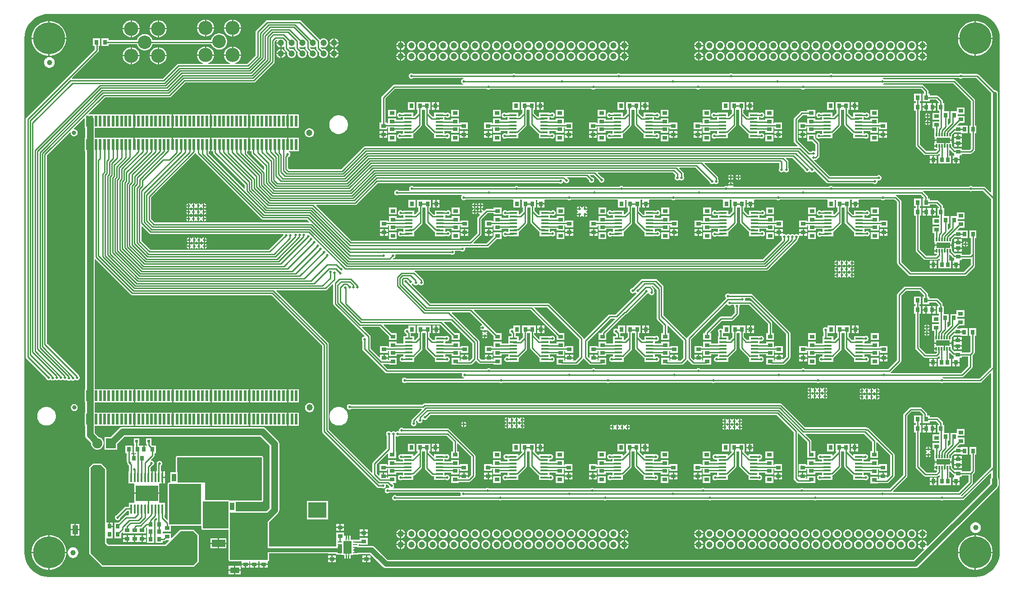
<source format=gtl>
G04*
G04 #@! TF.GenerationSoftware,Altium Limited,Altium Designer,23.3.1 (30)*
G04*
G04 Layer_Physical_Order=1*
G04 Layer_Color=255*
%FSLAX44Y44*%
%MOMM*%
G71*
G04*
G04 #@! TF.SameCoordinates,BD36C32B-B9C7-4E4D-8C4A-4C0C75BD15CB*
G04*
G04*
G04 #@! TF.FilePolarity,Positive*
G04*
G01*
G75*
%ADD13C,0.2540*%
%ADD17R,0.5001X2.0000*%
%ADD18C,1.0000*%
%ADD19R,0.7874X0.9652*%
%ADD20R,1.1000X1.7000*%
%ADD21R,1.7000X1.1000*%
%ADD22R,3.5000X3.0000*%
%ADD23R,0.8500X0.2800*%
%ADD24R,1.6500X2.4000*%
%ADD25R,0.2200X0.7000*%
%ADD26R,0.9652X0.7874*%
%ADD27R,0.3000X0.6500*%
%ADD28R,2.6600X1.1000*%
%ADD29R,1.4750X0.4500*%
%ADD30R,0.5000X0.6000*%
%ADD31R,0.4200X1.7800*%
%ADD32R,4.2000X3.0000*%
%ADD33R,2.5000X1.4000*%
%ADD34R,4.7000X3.3500*%
%ADD35R,0.8500X1.4500*%
%ADD67C,0.7620*%
%ADD68C,1.0160*%
%ADD69C,1.2700*%
%ADD70O,3.2500X1.0000*%
%ADD71O,1.0000X3.2500*%
%ADD72C,0.8001*%
%ADD73C,1.1999*%
%ADD74C,2.6670*%
%ADD75C,2.5400*%
%ADD76R,1.9000X1.9000*%
%ADD77C,1.9000*%
%ADD78C,1.2000*%
%ADD79C,0.5000*%
%ADD80C,6.0000*%
G36*
X2054065Y1303867D02*
X2059987Y1302689D01*
X2065705Y1300748D01*
X2071121Y1298077D01*
X2076142Y1294723D01*
X2080681Y1290741D01*
X2084663Y1286201D01*
X2088017Y1281181D01*
X2090688Y1275765D01*
X2092629Y1270048D01*
X2093807Y1264125D01*
X2094190Y1258276D01*
X2094155Y1258100D01*
X2094155Y291301D01*
X2094155Y291300D01*
X2094155D01*
X2094119Y290045D01*
X2093807Y285275D01*
X2092629Y279352D01*
X2090688Y273634D01*
X2088017Y268219D01*
X2084662Y263198D01*
X2080681Y258659D01*
X2076141Y254677D01*
X2071121Y251322D01*
X2065705Y248652D01*
X2059987Y246711D01*
X2054065Y245533D01*
X2048216Y245149D01*
X2048040Y245184D01*
X307811D01*
X307810Y245185D01*
Y245185D01*
X306555Y245220D01*
X301785Y245533D01*
X295863Y246711D01*
X290145Y248652D01*
X284729Y251323D01*
X279708Y254677D01*
X275169Y258659D01*
X271187Y263199D01*
X267833Y268219D01*
X265162Y273635D01*
X263221Y279352D01*
X262043Y285275D01*
X261730Y290045D01*
X261695Y291300D01*
X261695Y291300D01*
X261695Y292570D01*
X261695Y1258100D01*
X261695Y1258100D01*
X261695D01*
X261730Y1259355D01*
X262043Y1264125D01*
X263221Y1270048D01*
X265162Y1275765D01*
X267833Y1281181D01*
X271187Y1286201D01*
X275169Y1290741D01*
X279708Y1294723D01*
X284729Y1298077D01*
X290145Y1300748D01*
X295863Y1302689D01*
X301785Y1303867D01*
X307634Y1304250D01*
X307810Y1304215D01*
X2048040Y1304215D01*
X2048216Y1304250D01*
X2054065Y1303867D01*
D02*
G37*
%LPC*%
G36*
X654343Y1293495D02*
X654050D01*
Y1278890D01*
X668655D01*
Y1279184D01*
X668045Y1282251D01*
X666848Y1285140D01*
X665111Y1287740D01*
X662900Y1289951D01*
X660300Y1291688D01*
X657411Y1292885D01*
X654343Y1293495D01*
D02*
G37*
G36*
X603544D02*
X603250D01*
Y1278890D01*
X617855D01*
Y1279184D01*
X617245Y1282251D01*
X616048Y1285140D01*
X614311Y1287740D01*
X612100Y1289951D01*
X609500Y1291688D01*
X606611Y1292885D01*
X603544Y1293495D01*
D02*
G37*
G36*
X651510D02*
X651217D01*
X648149Y1292885D01*
X645260Y1291688D01*
X642660Y1289951D01*
X640449Y1287740D01*
X638712Y1285140D01*
X637515Y1282251D01*
X636905Y1279184D01*
Y1278890D01*
X651510D01*
Y1293495D01*
D02*
G37*
G36*
X600710D02*
X600416D01*
X597349Y1292885D01*
X594460Y1291688D01*
X591860Y1289951D01*
X589649Y1287740D01*
X587912Y1285140D01*
X586715Y1282251D01*
X586105Y1279184D01*
Y1278890D01*
X600710D01*
Y1293495D01*
D02*
G37*
G36*
X514644Y1292225D02*
X514350D01*
Y1277620D01*
X528955D01*
Y1277914D01*
X528345Y1280981D01*
X527148Y1283870D01*
X525411Y1286470D01*
X523200Y1288681D01*
X520600Y1290418D01*
X517711Y1291615D01*
X514644Y1292225D01*
D02*
G37*
G36*
X463843D02*
X463550D01*
Y1277620D01*
X478155D01*
Y1277914D01*
X477545Y1280981D01*
X476348Y1283870D01*
X474611Y1286470D01*
X472400Y1288681D01*
X469800Y1290418D01*
X466911Y1291615D01*
X463843Y1292225D01*
D02*
G37*
G36*
X511810D02*
X511516D01*
X508449Y1291615D01*
X505560Y1290418D01*
X502960Y1288681D01*
X500749Y1286470D01*
X499012Y1283870D01*
X497815Y1280981D01*
X497205Y1277914D01*
Y1277620D01*
X511810D01*
Y1292225D01*
D02*
G37*
G36*
X461010D02*
X460717D01*
X457649Y1291615D01*
X454760Y1290418D01*
X452160Y1288681D01*
X449949Y1286470D01*
X448212Y1283870D01*
X447015Y1280981D01*
X446405Y1277914D01*
Y1277620D01*
X461010D01*
Y1292225D01*
D02*
G37*
G36*
X668655Y1276350D02*
X654050D01*
Y1261745D01*
X654343D01*
X657411Y1262355D01*
X660300Y1263552D01*
X662900Y1265289D01*
X665111Y1267500D01*
X666848Y1270100D01*
X668045Y1272989D01*
X668655Y1276057D01*
Y1276350D01*
D02*
G37*
G36*
X651510D02*
X636905D01*
Y1276057D01*
X637515Y1272989D01*
X638712Y1270100D01*
X640449Y1267500D01*
X642660Y1265289D01*
X645260Y1263552D01*
X648149Y1262355D01*
X651217Y1261745D01*
X651510D01*
Y1276350D01*
D02*
G37*
G36*
X617855D02*
X603250D01*
Y1261745D01*
X603544D01*
X606611Y1262355D01*
X609500Y1263552D01*
X612100Y1265289D01*
X614311Y1267500D01*
X616048Y1270100D01*
X617245Y1272989D01*
X617855Y1276057D01*
Y1276350D01*
D02*
G37*
G36*
X600710D02*
X586105D01*
Y1276057D01*
X586715Y1272989D01*
X587912Y1270100D01*
X589649Y1267500D01*
X591860Y1265289D01*
X594460Y1263552D01*
X597349Y1262355D01*
X600416Y1261745D01*
X600710D01*
Y1276350D01*
D02*
G37*
G36*
X528955Y1275080D02*
X514350D01*
Y1260475D01*
X514644D01*
X517711Y1261085D01*
X520600Y1262282D01*
X523200Y1264019D01*
X525411Y1266230D01*
X527148Y1268830D01*
X528345Y1271719D01*
X528955Y1274787D01*
Y1275080D01*
D02*
G37*
G36*
X511810D02*
X497205D01*
Y1274787D01*
X497815Y1271719D01*
X499012Y1268830D01*
X500749Y1266230D01*
X502960Y1264019D01*
X505560Y1262282D01*
X508449Y1261085D01*
X511516Y1260475D01*
X511810D01*
Y1275080D01*
D02*
G37*
G36*
X478155D02*
X463550D01*
Y1260475D01*
X463843D01*
X466911Y1261085D01*
X469800Y1262282D01*
X472400Y1264019D01*
X474611Y1266230D01*
X476348Y1268830D01*
X477545Y1271719D01*
X478155Y1274787D01*
Y1275080D01*
D02*
G37*
G36*
X461010D02*
X446405D01*
Y1274787D01*
X447015Y1271719D01*
X448212Y1268830D01*
X449949Y1266230D01*
X452160Y1264019D01*
X454760Y1262282D01*
X457649Y1261085D01*
X460717Y1260475D01*
X461010D01*
Y1275080D01*
D02*
G37*
G36*
X2050601Y1290640D02*
X2049310D01*
Y1259370D01*
X2080580D01*
Y1260661D01*
X2079779Y1265720D01*
X2078196Y1270591D01*
X2075871Y1275155D01*
X2072860Y1279298D01*
X2069238Y1282920D01*
X2065095Y1285931D01*
X2060531Y1288256D01*
X2055660Y1289839D01*
X2050601Y1290640D01*
D02*
G37*
G36*
X2046770D02*
X2045479D01*
X2040420Y1289839D01*
X2035549Y1288256D01*
X2030985Y1285931D01*
X2026842Y1282920D01*
X2023220Y1279298D01*
X2020209Y1275155D01*
X2017884Y1270591D01*
X2016301Y1265720D01*
X2015500Y1260661D01*
Y1259370D01*
X2046770D01*
Y1290640D01*
D02*
G37*
G36*
X310371D02*
X309080D01*
Y1259370D01*
X340350D01*
Y1260661D01*
X339549Y1265720D01*
X337966Y1270591D01*
X335641Y1275155D01*
X332630Y1279298D01*
X329008Y1282920D01*
X324865Y1285931D01*
X320301Y1288256D01*
X315430Y1289839D01*
X310371Y1290640D01*
D02*
G37*
G36*
X306540D02*
X305249D01*
X300190Y1289839D01*
X295319Y1288256D01*
X290755Y1285931D01*
X286612Y1282920D01*
X282990Y1279298D01*
X279979Y1275155D01*
X277654Y1270591D01*
X276071Y1265720D01*
X275270Y1260661D01*
Y1259370D01*
X306540D01*
Y1290640D01*
D02*
G37*
G36*
X628881Y1267460D02*
X625879D01*
X622935Y1266874D01*
X620161Y1265725D01*
X617665Y1264058D01*
X615542Y1261935D01*
X613875Y1259439D01*
X612726Y1256665D01*
X612361Y1254835D01*
X502446D01*
X502334Y1255395D01*
X501185Y1258169D01*
X499518Y1260665D01*
X497395Y1262788D01*
X494899Y1264455D01*
X492125Y1265604D01*
X489181Y1266190D01*
X486179D01*
X483235Y1265604D01*
X480461Y1264455D01*
X477965Y1262788D01*
X475842Y1260665D01*
X474174Y1258169D01*
X473026Y1255395D01*
X472914Y1254835D01*
X419608D01*
Y1258316D01*
X406654D01*
Y1243584D01*
X419608D01*
Y1247065D01*
X472914D01*
X473026Y1246505D01*
X474174Y1243731D01*
X475842Y1241235D01*
X477965Y1239112D01*
X480461Y1237445D01*
X483235Y1236296D01*
X486179Y1235710D01*
X489181D01*
X492125Y1236296D01*
X494899Y1237445D01*
X497395Y1239112D01*
X499518Y1241235D01*
X501185Y1243731D01*
X502334Y1246505D01*
X502446Y1247065D01*
X613019D01*
X613875Y1245001D01*
X615542Y1242505D01*
X617665Y1240382D01*
X620161Y1238715D01*
X622935Y1237566D01*
X625879Y1236980D01*
X628881D01*
X631825Y1237566D01*
X634599Y1238715D01*
X637095Y1240382D01*
X639218Y1242505D01*
X640885Y1245001D01*
X642034Y1247775D01*
X642620Y1250719D01*
Y1253721D01*
X642034Y1256665D01*
X640885Y1259439D01*
X639218Y1261935D01*
X637095Y1264058D01*
X634599Y1265725D01*
X631825Y1266874D01*
X628881Y1267460D01*
D02*
G37*
G36*
X844860Y1258181D02*
Y1250950D01*
X852091D01*
X851548Y1252976D01*
X850424Y1254924D01*
X848834Y1256514D01*
X846886Y1257638D01*
X844860Y1258181D01*
D02*
G37*
G36*
X842320D02*
X840294Y1257638D01*
X838346Y1256514D01*
X836756Y1254924D01*
X835632Y1252976D01*
X835089Y1250950D01*
X842320D01*
Y1258181D01*
D02*
G37*
G36*
X1949900Y1252941D02*
Y1245710D01*
X1957131D01*
X1956588Y1247736D01*
X1955464Y1249684D01*
X1953874Y1251274D01*
X1951926Y1252398D01*
X1949900Y1252941D01*
D02*
G37*
G36*
X1947360D02*
X1945334Y1252398D01*
X1943386Y1251274D01*
X1941796Y1249684D01*
X1940672Y1247736D01*
X1940129Y1245710D01*
X1947360D01*
Y1252941D01*
D02*
G37*
G36*
X1529901D02*
Y1245710D01*
X1537132D01*
X1536589Y1247736D01*
X1535465Y1249684D01*
X1533875Y1251274D01*
X1531927Y1252398D01*
X1529901Y1252941D01*
D02*
G37*
G36*
X1527361D02*
X1525335Y1252398D01*
X1523387Y1251274D01*
X1521797Y1249684D01*
X1520673Y1247736D01*
X1520130Y1245710D01*
X1527361D01*
Y1252941D01*
D02*
G37*
G36*
X1389830D02*
Y1245710D01*
X1397061D01*
X1396518Y1247736D01*
X1395394Y1249684D01*
X1393804Y1251274D01*
X1391856Y1252398D01*
X1389830Y1252941D01*
D02*
G37*
G36*
X1387290D02*
X1385264Y1252398D01*
X1383316Y1251274D01*
X1381726Y1249684D01*
X1380602Y1247736D01*
X1380059Y1245710D01*
X1387290D01*
Y1252941D01*
D02*
G37*
G36*
X969831D02*
Y1245710D01*
X977062D01*
X976519Y1247736D01*
X975395Y1249684D01*
X973805Y1251274D01*
X971857Y1252398D01*
X969831Y1252941D01*
D02*
G37*
G36*
X967291D02*
X965265Y1252398D01*
X963317Y1251274D01*
X961727Y1249684D01*
X960603Y1247736D01*
X960060Y1245710D01*
X967291D01*
Y1252941D01*
D02*
G37*
G36*
X852091Y1248410D02*
X844860D01*
Y1241179D01*
X846886Y1241722D01*
X848834Y1242846D01*
X850424Y1244436D01*
X851548Y1246384D01*
X852091Y1248410D01*
D02*
G37*
G36*
X842320D02*
X835089D01*
X835632Y1246384D01*
X836756Y1244436D01*
X838346Y1242846D01*
X840294Y1241722D01*
X842320Y1241179D01*
Y1248410D01*
D02*
G37*
G36*
X742320D02*
X735089D01*
X735632Y1246384D01*
X736756Y1244436D01*
X738346Y1242846D01*
X740294Y1241722D01*
X742320Y1241179D01*
Y1248410D01*
D02*
G37*
G36*
X1957131Y1243170D02*
X1949900D01*
Y1235939D01*
X1951926Y1236482D01*
X1953874Y1237606D01*
X1955464Y1239196D01*
X1956588Y1241144D01*
X1957131Y1243170D01*
D02*
G37*
G36*
X1947360D02*
X1940129D01*
X1940672Y1241144D01*
X1941796Y1239196D01*
X1943386Y1237606D01*
X1945334Y1236482D01*
X1947360Y1235939D01*
Y1243170D01*
D02*
G37*
G36*
X1537132D02*
X1529901D01*
Y1235939D01*
X1531927Y1236482D01*
X1533875Y1237606D01*
X1535465Y1239196D01*
X1536589Y1241144D01*
X1537132Y1243170D01*
D02*
G37*
G36*
X1527361D02*
X1520130D01*
X1520673Y1241144D01*
X1521797Y1239196D01*
X1523387Y1237606D01*
X1525335Y1236482D01*
X1527361Y1235939D01*
Y1243170D01*
D02*
G37*
G36*
X1397061D02*
X1389830D01*
Y1235939D01*
X1391856Y1236482D01*
X1393804Y1237606D01*
X1395394Y1239196D01*
X1396518Y1241144D01*
X1397061Y1243170D01*
D02*
G37*
G36*
X1387290D02*
X1380059D01*
X1380602Y1241144D01*
X1381726Y1239196D01*
X1383316Y1237606D01*
X1385264Y1236482D01*
X1387290Y1235939D01*
Y1243170D01*
D02*
G37*
G36*
X977062D02*
X969831D01*
Y1235939D01*
X971857Y1236482D01*
X973805Y1237606D01*
X975395Y1239196D01*
X976519Y1241144D01*
X977062Y1243170D01*
D02*
G37*
G36*
X967291D02*
X960060D01*
X960603Y1241144D01*
X961727Y1239196D01*
X963317Y1237606D01*
X965265Y1236482D01*
X967291Y1235939D01*
Y1243170D01*
D02*
G37*
G36*
X1929754Y1252980D02*
X1927506D01*
X1925334Y1252398D01*
X1923386Y1251274D01*
X1921796Y1249684D01*
X1920672Y1247736D01*
X1920090Y1245564D01*
Y1243316D01*
X1920672Y1241144D01*
X1921796Y1239196D01*
X1923386Y1237606D01*
X1925334Y1236482D01*
X1927506Y1235900D01*
X1929754D01*
X1931926Y1236482D01*
X1933874Y1237606D01*
X1935464Y1239196D01*
X1936588Y1241144D01*
X1937170Y1243316D01*
Y1245564D01*
X1936588Y1247736D01*
X1935464Y1249684D01*
X1933874Y1251274D01*
X1931926Y1252398D01*
X1929754Y1252980D01*
D02*
G37*
G36*
X1909754D02*
X1907506D01*
X1905334Y1252398D01*
X1903386Y1251274D01*
X1901796Y1249684D01*
X1900672Y1247736D01*
X1900090Y1245564D01*
Y1243316D01*
X1900672Y1241144D01*
X1901796Y1239196D01*
X1903386Y1237606D01*
X1905334Y1236482D01*
X1907506Y1235900D01*
X1909754D01*
X1911926Y1236482D01*
X1913874Y1237606D01*
X1915464Y1239196D01*
X1916588Y1241144D01*
X1917170Y1243316D01*
Y1245564D01*
X1916588Y1247736D01*
X1915464Y1249684D01*
X1913874Y1251274D01*
X1911926Y1252398D01*
X1909754Y1252980D01*
D02*
G37*
G36*
X1889754D02*
X1887506D01*
X1885334Y1252398D01*
X1883386Y1251274D01*
X1881796Y1249684D01*
X1880672Y1247736D01*
X1880090Y1245564D01*
Y1243316D01*
X1880672Y1241144D01*
X1881796Y1239196D01*
X1883386Y1237606D01*
X1885334Y1236482D01*
X1887506Y1235900D01*
X1889754D01*
X1891926Y1236482D01*
X1893874Y1237606D01*
X1895464Y1239196D01*
X1896588Y1241144D01*
X1897170Y1243316D01*
Y1245564D01*
X1896588Y1247736D01*
X1895464Y1249684D01*
X1893874Y1251274D01*
X1891926Y1252398D01*
X1889754Y1252980D01*
D02*
G37*
G36*
X1869754D02*
X1867506D01*
X1865334Y1252398D01*
X1863387Y1251274D01*
X1861797Y1249684D01*
X1860672Y1247736D01*
X1860090Y1245564D01*
Y1243316D01*
X1860672Y1241144D01*
X1861797Y1239196D01*
X1863387Y1237606D01*
X1865334Y1236482D01*
X1867506Y1235900D01*
X1869754D01*
X1871927Y1236482D01*
X1873874Y1237606D01*
X1875464Y1239196D01*
X1876588Y1241144D01*
X1877170Y1243316D01*
Y1245564D01*
X1876588Y1247736D01*
X1875464Y1249684D01*
X1873874Y1251274D01*
X1871927Y1252398D01*
X1869754Y1252980D01*
D02*
G37*
G36*
X1849754D02*
X1847506D01*
X1845334Y1252398D01*
X1843387Y1251274D01*
X1841797Y1249684D01*
X1840672Y1247736D01*
X1840090Y1245564D01*
Y1243316D01*
X1840672Y1241144D01*
X1841797Y1239196D01*
X1843387Y1237606D01*
X1845334Y1236482D01*
X1847506Y1235900D01*
X1849754D01*
X1851927Y1236482D01*
X1853874Y1237606D01*
X1855464Y1239196D01*
X1856588Y1241144D01*
X1857170Y1243316D01*
Y1245564D01*
X1856588Y1247736D01*
X1855464Y1249684D01*
X1853874Y1251274D01*
X1851927Y1252398D01*
X1849754Y1252980D01*
D02*
G37*
G36*
X1829754D02*
X1827506D01*
X1825334Y1252398D01*
X1823387Y1251274D01*
X1821797Y1249684D01*
X1820672Y1247736D01*
X1820090Y1245564D01*
Y1243316D01*
X1820672Y1241144D01*
X1821797Y1239196D01*
X1823387Y1237606D01*
X1825334Y1236482D01*
X1827506Y1235900D01*
X1829754D01*
X1831927Y1236482D01*
X1833874Y1237606D01*
X1835464Y1239196D01*
X1836588Y1241144D01*
X1837170Y1243316D01*
Y1245564D01*
X1836588Y1247736D01*
X1835464Y1249684D01*
X1833874Y1251274D01*
X1831927Y1252398D01*
X1829754Y1252980D01*
D02*
G37*
G36*
X1809755D02*
X1807506D01*
X1805334Y1252398D01*
X1803387Y1251274D01*
X1801797Y1249684D01*
X1800672Y1247736D01*
X1800090Y1245564D01*
Y1243316D01*
X1800672Y1241144D01*
X1801797Y1239196D01*
X1803387Y1237606D01*
X1805334Y1236482D01*
X1807506Y1235900D01*
X1809755D01*
X1811927Y1236482D01*
X1813874Y1237606D01*
X1815464Y1239196D01*
X1816588Y1241144D01*
X1817170Y1243316D01*
Y1245564D01*
X1816588Y1247736D01*
X1815464Y1249684D01*
X1813874Y1251274D01*
X1811927Y1252398D01*
X1809755Y1252980D01*
D02*
G37*
G36*
X1789755D02*
X1787506D01*
X1785334Y1252398D01*
X1783387Y1251274D01*
X1781797Y1249684D01*
X1780672Y1247736D01*
X1780090Y1245564D01*
Y1243316D01*
X1780672Y1241144D01*
X1781797Y1239196D01*
X1783387Y1237606D01*
X1785334Y1236482D01*
X1787506Y1235900D01*
X1789755D01*
X1791927Y1236482D01*
X1793874Y1237606D01*
X1795464Y1239196D01*
X1796588Y1241144D01*
X1797170Y1243316D01*
Y1245564D01*
X1796588Y1247736D01*
X1795464Y1249684D01*
X1793874Y1251274D01*
X1791927Y1252398D01*
X1789755Y1252980D01*
D02*
G37*
G36*
X1769755D02*
X1767506D01*
X1765334Y1252398D01*
X1763387Y1251274D01*
X1761797Y1249684D01*
X1760672Y1247736D01*
X1760090Y1245564D01*
Y1243316D01*
X1760672Y1241144D01*
X1761797Y1239196D01*
X1763387Y1237606D01*
X1765334Y1236482D01*
X1767506Y1235900D01*
X1769755D01*
X1771927Y1236482D01*
X1773874Y1237606D01*
X1775464Y1239196D01*
X1776588Y1241144D01*
X1777170Y1243316D01*
Y1245564D01*
X1776588Y1247736D01*
X1775464Y1249684D01*
X1773874Y1251274D01*
X1771927Y1252398D01*
X1769755Y1252980D01*
D02*
G37*
G36*
X1749755D02*
X1747506D01*
X1745334Y1252398D01*
X1743387Y1251274D01*
X1741797Y1249684D01*
X1740672Y1247736D01*
X1740090Y1245564D01*
Y1243316D01*
X1740672Y1241144D01*
X1741797Y1239196D01*
X1743387Y1237606D01*
X1745334Y1236482D01*
X1747506Y1235900D01*
X1749755D01*
X1751927Y1236482D01*
X1753874Y1237606D01*
X1755464Y1239196D01*
X1756588Y1241144D01*
X1757170Y1243316D01*
Y1245564D01*
X1756588Y1247736D01*
X1755464Y1249684D01*
X1753874Y1251274D01*
X1751927Y1252398D01*
X1749755Y1252980D01*
D02*
G37*
G36*
X1729755D02*
X1727506D01*
X1725334Y1252398D01*
X1723387Y1251274D01*
X1721797Y1249684D01*
X1720672Y1247736D01*
X1720090Y1245564D01*
Y1243316D01*
X1720672Y1241144D01*
X1721797Y1239196D01*
X1723387Y1237606D01*
X1725334Y1236482D01*
X1727506Y1235900D01*
X1729755D01*
X1731927Y1236482D01*
X1733874Y1237606D01*
X1735464Y1239196D01*
X1736588Y1241144D01*
X1737170Y1243316D01*
Y1245564D01*
X1736588Y1247736D01*
X1735464Y1249684D01*
X1733874Y1251274D01*
X1731927Y1252398D01*
X1729755Y1252980D01*
D02*
G37*
G36*
X1709755D02*
X1707506D01*
X1705334Y1252398D01*
X1703387Y1251274D01*
X1701797Y1249684D01*
X1700672Y1247736D01*
X1700090Y1245564D01*
Y1243316D01*
X1700672Y1241144D01*
X1701797Y1239196D01*
X1703387Y1237606D01*
X1705334Y1236482D01*
X1707506Y1235900D01*
X1709755D01*
X1711927Y1236482D01*
X1713874Y1237606D01*
X1715464Y1239196D01*
X1716588Y1241144D01*
X1717171Y1243316D01*
Y1245564D01*
X1716588Y1247736D01*
X1715464Y1249684D01*
X1713874Y1251274D01*
X1711927Y1252398D01*
X1709755Y1252980D01*
D02*
G37*
G36*
X1689755D02*
X1687506D01*
X1685334Y1252398D01*
X1683387Y1251274D01*
X1681797Y1249684D01*
X1680672Y1247736D01*
X1680090Y1245564D01*
Y1243316D01*
X1680672Y1241144D01*
X1681797Y1239196D01*
X1683387Y1237606D01*
X1685334Y1236482D01*
X1687506Y1235900D01*
X1689755D01*
X1691927Y1236482D01*
X1693874Y1237606D01*
X1695464Y1239196D01*
X1696588Y1241144D01*
X1697171Y1243316D01*
Y1245564D01*
X1696588Y1247736D01*
X1695464Y1249684D01*
X1693874Y1251274D01*
X1691927Y1252398D01*
X1689755Y1252980D01*
D02*
G37*
G36*
X1669755D02*
X1667506D01*
X1665334Y1252398D01*
X1663387Y1251274D01*
X1661797Y1249684D01*
X1660672Y1247736D01*
X1660091Y1245564D01*
Y1243316D01*
X1660672Y1241144D01*
X1661797Y1239196D01*
X1663387Y1237606D01*
X1665334Y1236482D01*
X1667506Y1235900D01*
X1669755D01*
X1671927Y1236482D01*
X1673874Y1237606D01*
X1675464Y1239196D01*
X1676588Y1241144D01*
X1677171Y1243316D01*
Y1245564D01*
X1676588Y1247736D01*
X1675464Y1249684D01*
X1673874Y1251274D01*
X1671927Y1252398D01*
X1669755Y1252980D01*
D02*
G37*
G36*
X1649755D02*
X1647506D01*
X1645334Y1252398D01*
X1643387Y1251274D01*
X1641797Y1249684D01*
X1640673Y1247736D01*
X1640091Y1245564D01*
Y1243316D01*
X1640673Y1241144D01*
X1641797Y1239196D01*
X1643387Y1237606D01*
X1645334Y1236482D01*
X1647506Y1235900D01*
X1649755D01*
X1651927Y1236482D01*
X1653874Y1237606D01*
X1655464Y1239196D01*
X1656589Y1241144D01*
X1657171Y1243316D01*
Y1245564D01*
X1656589Y1247736D01*
X1655464Y1249684D01*
X1653874Y1251274D01*
X1651927Y1252398D01*
X1649755Y1252980D01*
D02*
G37*
G36*
X1629755D02*
X1627506D01*
X1625334Y1252398D01*
X1623387Y1251274D01*
X1621797Y1249684D01*
X1620673Y1247736D01*
X1620091Y1245564D01*
Y1243316D01*
X1620673Y1241144D01*
X1621797Y1239196D01*
X1623387Y1237606D01*
X1625334Y1236482D01*
X1627506Y1235900D01*
X1629755D01*
X1631927Y1236482D01*
X1633874Y1237606D01*
X1635464Y1239196D01*
X1636589Y1241144D01*
X1637171Y1243316D01*
Y1245564D01*
X1636589Y1247736D01*
X1635464Y1249684D01*
X1633874Y1251274D01*
X1631927Y1252398D01*
X1629755Y1252980D01*
D02*
G37*
G36*
X1609755D02*
X1607506D01*
X1605334Y1252398D01*
X1603387Y1251274D01*
X1601797Y1249684D01*
X1600673Y1247736D01*
X1600091Y1245564D01*
Y1243316D01*
X1600673Y1241144D01*
X1601797Y1239196D01*
X1603387Y1237606D01*
X1605334Y1236482D01*
X1607506Y1235900D01*
X1609755D01*
X1611927Y1236482D01*
X1613874Y1237606D01*
X1615464Y1239196D01*
X1616589Y1241144D01*
X1617171Y1243316D01*
Y1245564D01*
X1616589Y1247736D01*
X1615464Y1249684D01*
X1613874Y1251274D01*
X1611927Y1252398D01*
X1609755Y1252980D01*
D02*
G37*
G36*
X1589755D02*
X1587506D01*
X1585334Y1252398D01*
X1583387Y1251274D01*
X1581797Y1249684D01*
X1580673Y1247736D01*
X1580091Y1245564D01*
Y1243316D01*
X1580673Y1241144D01*
X1581797Y1239196D01*
X1583387Y1237606D01*
X1585334Y1236482D01*
X1587506Y1235900D01*
X1589755D01*
X1591927Y1236482D01*
X1593874Y1237606D01*
X1595464Y1239196D01*
X1596589Y1241144D01*
X1597171Y1243316D01*
Y1245564D01*
X1596589Y1247736D01*
X1595464Y1249684D01*
X1593874Y1251274D01*
X1591927Y1252398D01*
X1589755Y1252980D01*
D02*
G37*
G36*
X1569755D02*
X1567506D01*
X1565334Y1252398D01*
X1563387Y1251274D01*
X1561797Y1249684D01*
X1560673Y1247736D01*
X1560091Y1245564D01*
Y1243316D01*
X1560673Y1241144D01*
X1561797Y1239196D01*
X1563387Y1237606D01*
X1565334Y1236482D01*
X1567506Y1235900D01*
X1569755D01*
X1571927Y1236482D01*
X1573874Y1237606D01*
X1575464Y1239196D01*
X1576589Y1241144D01*
X1577171Y1243316D01*
Y1245564D01*
X1576589Y1247736D01*
X1575464Y1249684D01*
X1573874Y1251274D01*
X1571927Y1252398D01*
X1569755Y1252980D01*
D02*
G37*
G36*
X1549755D02*
X1547507D01*
X1545334Y1252398D01*
X1543387Y1251274D01*
X1541797Y1249684D01*
X1540673Y1247736D01*
X1540091Y1245564D01*
Y1243316D01*
X1540673Y1241144D01*
X1541797Y1239196D01*
X1543387Y1237606D01*
X1545334Y1236482D01*
X1547507Y1235900D01*
X1549755D01*
X1551927Y1236482D01*
X1553875Y1237606D01*
X1555464Y1239196D01*
X1556589Y1241144D01*
X1557171Y1243316D01*
Y1245564D01*
X1556589Y1247736D01*
X1555464Y1249684D01*
X1553875Y1251274D01*
X1551927Y1252398D01*
X1549755Y1252980D01*
D02*
G37*
G36*
X1369684D02*
X1367436D01*
X1365264Y1252398D01*
X1363316Y1251274D01*
X1361726Y1249684D01*
X1360602Y1247736D01*
X1360020Y1245564D01*
Y1243316D01*
X1360602Y1241144D01*
X1361726Y1239196D01*
X1363316Y1237606D01*
X1365264Y1236482D01*
X1367436Y1235900D01*
X1369684D01*
X1371856Y1236482D01*
X1373804Y1237606D01*
X1375394Y1239196D01*
X1376518Y1241144D01*
X1377100Y1243316D01*
Y1245564D01*
X1376518Y1247736D01*
X1375394Y1249684D01*
X1373804Y1251274D01*
X1371856Y1252398D01*
X1369684Y1252980D01*
D02*
G37*
G36*
X1349684D02*
X1347436D01*
X1345264Y1252398D01*
X1343316Y1251274D01*
X1341726Y1249684D01*
X1340602Y1247736D01*
X1340020Y1245564D01*
Y1243316D01*
X1340602Y1241144D01*
X1341726Y1239196D01*
X1343316Y1237606D01*
X1345264Y1236482D01*
X1347436Y1235900D01*
X1349684D01*
X1351856Y1236482D01*
X1353804Y1237606D01*
X1355394Y1239196D01*
X1356518Y1241144D01*
X1357100Y1243316D01*
Y1245564D01*
X1356518Y1247736D01*
X1355394Y1249684D01*
X1353804Y1251274D01*
X1351856Y1252398D01*
X1349684Y1252980D01*
D02*
G37*
G36*
X1329684D02*
X1327436D01*
X1325264Y1252398D01*
X1323316Y1251274D01*
X1321726Y1249684D01*
X1320602Y1247736D01*
X1320020Y1245564D01*
Y1243316D01*
X1320602Y1241144D01*
X1321726Y1239196D01*
X1323316Y1237606D01*
X1325264Y1236482D01*
X1327436Y1235900D01*
X1329684D01*
X1331856Y1236482D01*
X1333804Y1237606D01*
X1335394Y1239196D01*
X1336518Y1241144D01*
X1337100Y1243316D01*
Y1245564D01*
X1336518Y1247736D01*
X1335394Y1249684D01*
X1333804Y1251274D01*
X1331856Y1252398D01*
X1329684Y1252980D01*
D02*
G37*
G36*
X1309684D02*
X1307436D01*
X1305264Y1252398D01*
X1303316Y1251274D01*
X1301727Y1249684D01*
X1300602Y1247736D01*
X1300020Y1245564D01*
Y1243316D01*
X1300602Y1241144D01*
X1301727Y1239196D01*
X1303316Y1237606D01*
X1305264Y1236482D01*
X1307436Y1235900D01*
X1309684D01*
X1311857Y1236482D01*
X1313804Y1237606D01*
X1315394Y1239196D01*
X1316518Y1241144D01*
X1317100Y1243316D01*
Y1245564D01*
X1316518Y1247736D01*
X1315394Y1249684D01*
X1313804Y1251274D01*
X1311857Y1252398D01*
X1309684Y1252980D01*
D02*
G37*
G36*
X1289684D02*
X1287436D01*
X1285264Y1252398D01*
X1283316Y1251274D01*
X1281727Y1249684D01*
X1280602Y1247736D01*
X1280020Y1245564D01*
Y1243316D01*
X1280602Y1241144D01*
X1281727Y1239196D01*
X1283316Y1237606D01*
X1285264Y1236482D01*
X1287436Y1235900D01*
X1289684D01*
X1291857Y1236482D01*
X1293804Y1237606D01*
X1295394Y1239196D01*
X1296518Y1241144D01*
X1297100Y1243316D01*
Y1245564D01*
X1296518Y1247736D01*
X1295394Y1249684D01*
X1293804Y1251274D01*
X1291857Y1252398D01*
X1289684Y1252980D01*
D02*
G37*
G36*
X1269685D02*
X1267436D01*
X1265264Y1252398D01*
X1263316Y1251274D01*
X1261727Y1249684D01*
X1260602Y1247736D01*
X1260020Y1245564D01*
Y1243316D01*
X1260602Y1241144D01*
X1261727Y1239196D01*
X1263316Y1237606D01*
X1265264Y1236482D01*
X1267436Y1235900D01*
X1269685D01*
X1271857Y1236482D01*
X1273804Y1237606D01*
X1275394Y1239196D01*
X1276518Y1241144D01*
X1277100Y1243316D01*
Y1245564D01*
X1276518Y1247736D01*
X1275394Y1249684D01*
X1273804Y1251274D01*
X1271857Y1252398D01*
X1269685Y1252980D01*
D02*
G37*
G36*
X1249685D02*
X1247436D01*
X1245264Y1252398D01*
X1243317Y1251274D01*
X1241727Y1249684D01*
X1240602Y1247736D01*
X1240020Y1245564D01*
Y1243316D01*
X1240602Y1241144D01*
X1241727Y1239196D01*
X1243317Y1237606D01*
X1245264Y1236482D01*
X1247436Y1235900D01*
X1249685D01*
X1251857Y1236482D01*
X1253804Y1237606D01*
X1255394Y1239196D01*
X1256518Y1241144D01*
X1257100Y1243316D01*
Y1245564D01*
X1256518Y1247736D01*
X1255394Y1249684D01*
X1253804Y1251274D01*
X1251857Y1252398D01*
X1249685Y1252980D01*
D02*
G37*
G36*
X1229685D02*
X1227436D01*
X1225264Y1252398D01*
X1223317Y1251274D01*
X1221727Y1249684D01*
X1220602Y1247736D01*
X1220020Y1245564D01*
Y1243316D01*
X1220602Y1241144D01*
X1221727Y1239196D01*
X1223317Y1237606D01*
X1225264Y1236482D01*
X1227436Y1235900D01*
X1229685D01*
X1231857Y1236482D01*
X1233804Y1237606D01*
X1235394Y1239196D01*
X1236518Y1241144D01*
X1237100Y1243316D01*
Y1245564D01*
X1236518Y1247736D01*
X1235394Y1249684D01*
X1233804Y1251274D01*
X1231857Y1252398D01*
X1229685Y1252980D01*
D02*
G37*
G36*
X1209685D02*
X1207436D01*
X1205264Y1252398D01*
X1203317Y1251274D01*
X1201727Y1249684D01*
X1200602Y1247736D01*
X1200020Y1245564D01*
Y1243316D01*
X1200602Y1241144D01*
X1201727Y1239196D01*
X1203317Y1237606D01*
X1205264Y1236482D01*
X1207436Y1235900D01*
X1209685D01*
X1211857Y1236482D01*
X1213804Y1237606D01*
X1215394Y1239196D01*
X1216518Y1241144D01*
X1217100Y1243316D01*
Y1245564D01*
X1216518Y1247736D01*
X1215394Y1249684D01*
X1213804Y1251274D01*
X1211857Y1252398D01*
X1209685Y1252980D01*
D02*
G37*
G36*
X1189685D02*
X1187436D01*
X1185264Y1252398D01*
X1183317Y1251274D01*
X1181727Y1249684D01*
X1180602Y1247736D01*
X1180020Y1245564D01*
Y1243316D01*
X1180602Y1241144D01*
X1181727Y1239196D01*
X1183317Y1237606D01*
X1185264Y1236482D01*
X1187436Y1235900D01*
X1189685D01*
X1191857Y1236482D01*
X1193804Y1237606D01*
X1195394Y1239196D01*
X1196518Y1241144D01*
X1197100Y1243316D01*
Y1245564D01*
X1196518Y1247736D01*
X1195394Y1249684D01*
X1193804Y1251274D01*
X1191857Y1252398D01*
X1189685Y1252980D01*
D02*
G37*
G36*
X1169685D02*
X1167436D01*
X1165264Y1252398D01*
X1163317Y1251274D01*
X1161727Y1249684D01*
X1160602Y1247736D01*
X1160020Y1245564D01*
Y1243316D01*
X1160602Y1241144D01*
X1161727Y1239196D01*
X1163317Y1237606D01*
X1165264Y1236482D01*
X1167436Y1235900D01*
X1169685D01*
X1171857Y1236482D01*
X1173804Y1237606D01*
X1175394Y1239196D01*
X1176518Y1241144D01*
X1177100Y1243316D01*
Y1245564D01*
X1176518Y1247736D01*
X1175394Y1249684D01*
X1173804Y1251274D01*
X1171857Y1252398D01*
X1169685Y1252980D01*
D02*
G37*
G36*
X1149685D02*
X1147436D01*
X1145264Y1252398D01*
X1143317Y1251274D01*
X1141727Y1249684D01*
X1140602Y1247736D01*
X1140021Y1245564D01*
Y1243316D01*
X1140602Y1241144D01*
X1141727Y1239196D01*
X1143317Y1237606D01*
X1145264Y1236482D01*
X1147436Y1235900D01*
X1149685D01*
X1151857Y1236482D01*
X1153804Y1237606D01*
X1155394Y1239196D01*
X1156518Y1241144D01*
X1157101Y1243316D01*
Y1245564D01*
X1156518Y1247736D01*
X1155394Y1249684D01*
X1153804Y1251274D01*
X1151857Y1252398D01*
X1149685Y1252980D01*
D02*
G37*
G36*
X1129685D02*
X1127436D01*
X1125264Y1252398D01*
X1123317Y1251274D01*
X1121727Y1249684D01*
X1120602Y1247736D01*
X1120021Y1245564D01*
Y1243316D01*
X1120602Y1241144D01*
X1121727Y1239196D01*
X1123317Y1237606D01*
X1125264Y1236482D01*
X1127436Y1235900D01*
X1129685D01*
X1131857Y1236482D01*
X1133804Y1237606D01*
X1135394Y1239196D01*
X1136518Y1241144D01*
X1137101Y1243316D01*
Y1245564D01*
X1136518Y1247736D01*
X1135394Y1249684D01*
X1133804Y1251274D01*
X1131857Y1252398D01*
X1129685Y1252980D01*
D02*
G37*
G36*
X1109685D02*
X1107436D01*
X1105264Y1252398D01*
X1103317Y1251274D01*
X1101727Y1249684D01*
X1100602Y1247736D01*
X1100021Y1245564D01*
Y1243316D01*
X1100602Y1241144D01*
X1101727Y1239196D01*
X1103317Y1237606D01*
X1105264Y1236482D01*
X1107436Y1235900D01*
X1109685D01*
X1111857Y1236482D01*
X1113804Y1237606D01*
X1115394Y1239196D01*
X1116518Y1241144D01*
X1117101Y1243316D01*
Y1245564D01*
X1116518Y1247736D01*
X1115394Y1249684D01*
X1113804Y1251274D01*
X1111857Y1252398D01*
X1109685Y1252980D01*
D02*
G37*
G36*
X1089685D02*
X1087436D01*
X1085264Y1252398D01*
X1083317Y1251274D01*
X1081727Y1249684D01*
X1080603Y1247736D01*
X1080021Y1245564D01*
Y1243316D01*
X1080603Y1241144D01*
X1081727Y1239196D01*
X1083317Y1237606D01*
X1085264Y1236482D01*
X1087436Y1235900D01*
X1089685D01*
X1091857Y1236482D01*
X1093804Y1237606D01*
X1095394Y1239196D01*
X1096519Y1241144D01*
X1097101Y1243316D01*
Y1245564D01*
X1096519Y1247736D01*
X1095394Y1249684D01*
X1093804Y1251274D01*
X1091857Y1252398D01*
X1089685Y1252980D01*
D02*
G37*
G36*
X1069685D02*
X1067436D01*
X1065264Y1252398D01*
X1063317Y1251274D01*
X1061727Y1249684D01*
X1060603Y1247736D01*
X1060021Y1245564D01*
Y1243316D01*
X1060603Y1241144D01*
X1061727Y1239196D01*
X1063317Y1237606D01*
X1065264Y1236482D01*
X1067436Y1235900D01*
X1069685D01*
X1071857Y1236482D01*
X1073804Y1237606D01*
X1075394Y1239196D01*
X1076519Y1241144D01*
X1077101Y1243316D01*
Y1245564D01*
X1076519Y1247736D01*
X1075394Y1249684D01*
X1073804Y1251274D01*
X1071857Y1252398D01*
X1069685Y1252980D01*
D02*
G37*
G36*
X1049685D02*
X1047436D01*
X1045264Y1252398D01*
X1043317Y1251274D01*
X1041727Y1249684D01*
X1040603Y1247736D01*
X1040021Y1245564D01*
Y1243316D01*
X1040603Y1241144D01*
X1041727Y1239196D01*
X1043317Y1237606D01*
X1045264Y1236482D01*
X1047436Y1235900D01*
X1049685D01*
X1051857Y1236482D01*
X1053804Y1237606D01*
X1055394Y1239196D01*
X1056519Y1241144D01*
X1057101Y1243316D01*
Y1245564D01*
X1056519Y1247736D01*
X1055394Y1249684D01*
X1053804Y1251274D01*
X1051857Y1252398D01*
X1049685Y1252980D01*
D02*
G37*
G36*
X1029685D02*
X1027436D01*
X1025264Y1252398D01*
X1023317Y1251274D01*
X1021727Y1249684D01*
X1020603Y1247736D01*
X1020021Y1245564D01*
Y1243316D01*
X1020603Y1241144D01*
X1021727Y1239196D01*
X1023317Y1237606D01*
X1025264Y1236482D01*
X1027436Y1235900D01*
X1029685D01*
X1031857Y1236482D01*
X1033804Y1237606D01*
X1035394Y1239196D01*
X1036519Y1241144D01*
X1037101Y1243316D01*
Y1245564D01*
X1036519Y1247736D01*
X1035394Y1249684D01*
X1033804Y1251274D01*
X1031857Y1252398D01*
X1029685Y1252980D01*
D02*
G37*
G36*
X1009685D02*
X1007436D01*
X1005264Y1252398D01*
X1003317Y1251274D01*
X1001727Y1249684D01*
X1000603Y1247736D01*
X1000021Y1245564D01*
Y1243316D01*
X1000603Y1241144D01*
X1001727Y1239196D01*
X1003317Y1237606D01*
X1005264Y1236482D01*
X1007436Y1235900D01*
X1009685D01*
X1011857Y1236482D01*
X1013804Y1237606D01*
X1015394Y1239196D01*
X1016519Y1241144D01*
X1017101Y1243316D01*
Y1245564D01*
X1016519Y1247736D01*
X1015394Y1249684D01*
X1013804Y1251274D01*
X1011857Y1252398D01*
X1009685Y1252980D01*
D02*
G37*
G36*
X989685D02*
X987437D01*
X985265Y1252398D01*
X983317Y1251274D01*
X981727Y1249684D01*
X980603Y1247736D01*
X980021Y1245564D01*
Y1243316D01*
X980603Y1241144D01*
X981727Y1239196D01*
X983317Y1237606D01*
X985265Y1236482D01*
X987437Y1235900D01*
X989685D01*
X991857Y1236482D01*
X993804Y1237606D01*
X995395Y1239196D01*
X996519Y1241144D01*
X997101Y1243316D01*
Y1245564D01*
X996519Y1247736D01*
X995395Y1249684D01*
X993804Y1251274D01*
X991857Y1252398D01*
X989685Y1252980D01*
D02*
G37*
G36*
X844859Y1238181D02*
Y1230950D01*
X852090D01*
X851547Y1232976D01*
X850423Y1234924D01*
X848833Y1236514D01*
X846885Y1237638D01*
X844859Y1238181D01*
D02*
G37*
G36*
X842319D02*
X840293Y1237638D01*
X838345Y1236514D01*
X836755Y1234924D01*
X835631Y1232976D01*
X835088Y1230950D01*
X842319D01*
Y1238181D01*
D02*
G37*
G36*
X744859D02*
Y1230950D01*
X752090D01*
X751547Y1232976D01*
X750423Y1234924D01*
X748833Y1236514D01*
X746886Y1237638D01*
X744859Y1238181D01*
D02*
G37*
G36*
X742319D02*
X740293Y1237638D01*
X738346Y1236514D01*
X736756Y1234924D01*
X735631Y1232976D01*
X735088Y1230950D01*
X742319D01*
Y1238181D01*
D02*
G37*
G36*
X654343Y1242695D02*
X654050D01*
Y1228090D01*
X668655D01*
Y1228383D01*
X668045Y1231451D01*
X666848Y1234340D01*
X665111Y1236940D01*
X662900Y1239151D01*
X660300Y1240888D01*
X657411Y1242085D01*
X654343Y1242695D01*
D02*
G37*
G36*
X603544D02*
X603250D01*
Y1228090D01*
X617855D01*
Y1228383D01*
X617245Y1231451D01*
X616048Y1234340D01*
X614311Y1236940D01*
X612100Y1239151D01*
X609500Y1240888D01*
X606611Y1242085D01*
X603544Y1242695D01*
D02*
G37*
G36*
X651510D02*
X651217D01*
X648149Y1242085D01*
X645260Y1240888D01*
X642660Y1239151D01*
X640449Y1236940D01*
X638712Y1234340D01*
X637515Y1231451D01*
X636905Y1228383D01*
Y1228090D01*
X651510D01*
Y1242695D01*
D02*
G37*
G36*
X600710D02*
X600416D01*
X597349Y1242085D01*
X594460Y1240888D01*
X591860Y1239151D01*
X589649Y1236940D01*
X587912Y1234340D01*
X586715Y1231451D01*
X586105Y1228383D01*
Y1228090D01*
X600710D01*
Y1242695D01*
D02*
G37*
G36*
X463843Y1241425D02*
X463550D01*
Y1226820D01*
X478155D01*
Y1227113D01*
X477545Y1230181D01*
X476348Y1233070D01*
X474611Y1235670D01*
X472400Y1237881D01*
X469800Y1239618D01*
X466911Y1240815D01*
X463843Y1241425D01*
D02*
G37*
G36*
X514644D02*
X514350D01*
Y1226820D01*
X528955D01*
Y1227113D01*
X528345Y1230181D01*
X527148Y1233070D01*
X525411Y1235670D01*
X523200Y1237881D01*
X520600Y1239618D01*
X517711Y1240815D01*
X514644Y1241425D01*
D02*
G37*
G36*
X461010D02*
X460717D01*
X457649Y1240815D01*
X454760Y1239618D01*
X452160Y1237881D01*
X449949Y1235670D01*
X448212Y1233070D01*
X447015Y1230181D01*
X446405Y1227113D01*
Y1226820D01*
X461010D01*
Y1241425D01*
D02*
G37*
G36*
X511810D02*
X511516D01*
X508449Y1240815D01*
X505560Y1239618D01*
X502960Y1237881D01*
X500749Y1235670D01*
X499012Y1233070D01*
X497815Y1230181D01*
X497205Y1227113D01*
Y1226820D01*
X511810D01*
Y1241425D01*
D02*
G37*
G36*
X1949899Y1232941D02*
Y1225710D01*
X1957130D01*
X1956587Y1227736D01*
X1955463Y1229684D01*
X1953873Y1231274D01*
X1951925Y1232398D01*
X1949899Y1232941D01*
D02*
G37*
G36*
X1947359D02*
X1945333Y1232398D01*
X1943385Y1231274D01*
X1941795Y1229684D01*
X1940671Y1227736D01*
X1940128Y1225710D01*
X1947359D01*
Y1232941D01*
D02*
G37*
G36*
X1529900D02*
Y1225710D01*
X1537131D01*
X1536588Y1227736D01*
X1535464Y1229684D01*
X1533874Y1231274D01*
X1531926Y1232398D01*
X1529900Y1232941D01*
D02*
G37*
G36*
X1527360D02*
X1525334Y1232398D01*
X1523386Y1231274D01*
X1521796Y1229684D01*
X1520672Y1227736D01*
X1520129Y1225710D01*
X1527360D01*
Y1232941D01*
D02*
G37*
G36*
X1389829D02*
Y1225710D01*
X1397060D01*
X1396517Y1227736D01*
X1395393Y1229684D01*
X1393803Y1231274D01*
X1391855Y1232398D01*
X1389829Y1232941D01*
D02*
G37*
G36*
X1387289D02*
X1385263Y1232398D01*
X1383315Y1231274D01*
X1381725Y1229684D01*
X1380601Y1227736D01*
X1380058Y1225710D01*
X1387289D01*
Y1232941D01*
D02*
G37*
G36*
X969830D02*
Y1225710D01*
X977061D01*
X976518Y1227736D01*
X975394Y1229684D01*
X973804Y1231274D01*
X971856Y1232398D01*
X969830Y1232941D01*
D02*
G37*
G36*
X967290D02*
X965264Y1232398D01*
X963316Y1231274D01*
X961726Y1229684D01*
X960602Y1227736D01*
X960059Y1225710D01*
X967290D01*
Y1232941D01*
D02*
G37*
G36*
X2080580Y1256830D02*
X2049310D01*
Y1225560D01*
X2050601D01*
X2055660Y1226361D01*
X2060531Y1227944D01*
X2065095Y1230269D01*
X2069238Y1233280D01*
X2072860Y1236902D01*
X2075871Y1241045D01*
X2078196Y1245609D01*
X2079779Y1250480D01*
X2080580Y1255539D01*
Y1256830D01*
D02*
G37*
G36*
X2046770D02*
X2015500D01*
Y1255539D01*
X2016301Y1250480D01*
X2017884Y1245609D01*
X2020209Y1241045D01*
X2023220Y1236902D01*
X2026842Y1233280D01*
X2030985Y1230269D01*
X2035549Y1227944D01*
X2040420Y1226361D01*
X2045479Y1225560D01*
X2046770D01*
Y1256830D01*
D02*
G37*
G36*
X340350D02*
X309080D01*
Y1225560D01*
X310371D01*
X315430Y1226361D01*
X320301Y1227944D01*
X324865Y1230269D01*
X329008Y1233280D01*
X332630Y1236902D01*
X335641Y1241045D01*
X337966Y1245609D01*
X339549Y1250480D01*
X340350Y1255539D01*
Y1256830D01*
D02*
G37*
G36*
X306540D02*
X275270D01*
Y1255539D01*
X276071Y1250480D01*
X277654Y1245609D01*
X279979Y1241045D01*
X282990Y1236902D01*
X286612Y1233280D01*
X290755Y1230269D01*
X295319Y1227944D01*
X300190Y1226361D01*
X305249Y1225560D01*
X306540D01*
Y1256830D01*
D02*
G37*
G36*
X852090Y1228410D02*
X844859D01*
Y1221179D01*
X846885Y1221722D01*
X848833Y1222846D01*
X850423Y1224436D01*
X851547Y1226384D01*
X852090Y1228410D01*
D02*
G37*
G36*
X842319D02*
X835088D01*
X835631Y1226384D01*
X836755Y1224436D01*
X838345Y1222846D01*
X840293Y1221722D01*
X842319Y1221179D01*
Y1228410D01*
D02*
G37*
G36*
X752090D02*
X744859D01*
Y1221179D01*
X746886Y1221722D01*
X748833Y1222846D01*
X750423Y1224436D01*
X751547Y1226384D01*
X752090Y1228410D01*
D02*
G37*
G36*
X742319D02*
X735088D01*
X735631Y1226384D01*
X736756Y1224436D01*
X738346Y1222846D01*
X740293Y1221722D01*
X742319Y1221179D01*
Y1228410D01*
D02*
G37*
G36*
X1957130Y1223170D02*
X1949899D01*
Y1215939D01*
X1951925Y1216482D01*
X1953873Y1217606D01*
X1955463Y1219196D01*
X1956587Y1221144D01*
X1957130Y1223170D01*
D02*
G37*
G36*
X1947359D02*
X1940128D01*
X1940671Y1221144D01*
X1941795Y1219196D01*
X1943385Y1217606D01*
X1945333Y1216482D01*
X1947359Y1215939D01*
Y1223170D01*
D02*
G37*
G36*
X1537131D02*
X1529900D01*
Y1215939D01*
X1531926Y1216482D01*
X1533874Y1217606D01*
X1535464Y1219196D01*
X1536588Y1221144D01*
X1537131Y1223170D01*
D02*
G37*
G36*
X1527360D02*
X1520129D01*
X1520672Y1221144D01*
X1521796Y1219196D01*
X1523386Y1217606D01*
X1525334Y1216482D01*
X1527360Y1215939D01*
Y1223170D01*
D02*
G37*
G36*
X1397060D02*
X1389829D01*
Y1215939D01*
X1391855Y1216482D01*
X1393803Y1217606D01*
X1395393Y1219196D01*
X1396517Y1221144D01*
X1397060Y1223170D01*
D02*
G37*
G36*
X1387289D02*
X1380058D01*
X1380601Y1221144D01*
X1381725Y1219196D01*
X1383315Y1217606D01*
X1385263Y1216482D01*
X1387289Y1215939D01*
Y1223170D01*
D02*
G37*
G36*
X977061D02*
X969830D01*
Y1215939D01*
X971856Y1216482D01*
X973804Y1217606D01*
X975394Y1219196D01*
X976518Y1221144D01*
X977061Y1223170D01*
D02*
G37*
G36*
X967290D02*
X960059D01*
X960602Y1221144D01*
X961726Y1219196D01*
X963316Y1217606D01*
X965264Y1216482D01*
X967290Y1215939D01*
Y1223170D01*
D02*
G37*
G36*
X1929754Y1232980D02*
X1927505D01*
X1925333Y1232398D01*
X1923385Y1231274D01*
X1921796Y1229684D01*
X1920671Y1227736D01*
X1920089Y1225564D01*
Y1223316D01*
X1920671Y1221144D01*
X1921796Y1219196D01*
X1923385Y1217606D01*
X1925333Y1216482D01*
X1927505Y1215900D01*
X1929754D01*
X1931926Y1216482D01*
X1933873Y1217606D01*
X1935463Y1219196D01*
X1936587Y1221144D01*
X1937169Y1223316D01*
Y1225564D01*
X1936587Y1227736D01*
X1935463Y1229684D01*
X1933873Y1231274D01*
X1931926Y1232398D01*
X1929754Y1232980D01*
D02*
G37*
G36*
X1909754D02*
X1907505D01*
X1905333Y1232398D01*
X1903386Y1231274D01*
X1901796Y1229684D01*
X1900671Y1227736D01*
X1900089Y1225564D01*
Y1223316D01*
X1900671Y1221144D01*
X1901796Y1219196D01*
X1903386Y1217606D01*
X1905333Y1216482D01*
X1907505Y1215900D01*
X1909754D01*
X1911926Y1216482D01*
X1913873Y1217606D01*
X1915463Y1219196D01*
X1916587Y1221144D01*
X1917169Y1223316D01*
Y1225564D01*
X1916587Y1227736D01*
X1915463Y1229684D01*
X1913873Y1231274D01*
X1911926Y1232398D01*
X1909754Y1232980D01*
D02*
G37*
G36*
X1889754D02*
X1887505D01*
X1885333Y1232398D01*
X1883386Y1231274D01*
X1881796Y1229684D01*
X1880671Y1227736D01*
X1880089Y1225564D01*
Y1223316D01*
X1880671Y1221144D01*
X1881796Y1219196D01*
X1883386Y1217606D01*
X1885333Y1216482D01*
X1887505Y1215900D01*
X1889754D01*
X1891926Y1216482D01*
X1893873Y1217606D01*
X1895463Y1219196D01*
X1896587Y1221144D01*
X1897169Y1223316D01*
Y1225564D01*
X1896587Y1227736D01*
X1895463Y1229684D01*
X1893873Y1231274D01*
X1891926Y1232398D01*
X1889754Y1232980D01*
D02*
G37*
G36*
X1869754D02*
X1867505D01*
X1865333Y1232398D01*
X1863386Y1231274D01*
X1861796Y1229684D01*
X1860671Y1227736D01*
X1860089Y1225564D01*
Y1223316D01*
X1860671Y1221144D01*
X1861796Y1219196D01*
X1863386Y1217606D01*
X1865333Y1216482D01*
X1867505Y1215900D01*
X1869754D01*
X1871926Y1216482D01*
X1873873Y1217606D01*
X1875463Y1219196D01*
X1876587Y1221144D01*
X1877169Y1223316D01*
Y1225564D01*
X1876587Y1227736D01*
X1875463Y1229684D01*
X1873873Y1231274D01*
X1871926Y1232398D01*
X1869754Y1232980D01*
D02*
G37*
G36*
X1849754D02*
X1847505D01*
X1845333Y1232398D01*
X1843386Y1231274D01*
X1841796Y1229684D01*
X1840671Y1227736D01*
X1840089Y1225564D01*
Y1223316D01*
X1840671Y1221144D01*
X1841796Y1219196D01*
X1843386Y1217606D01*
X1845333Y1216482D01*
X1847505Y1215900D01*
X1849754D01*
X1851926Y1216482D01*
X1853873Y1217606D01*
X1855463Y1219196D01*
X1856587Y1221144D01*
X1857169Y1223316D01*
Y1225564D01*
X1856587Y1227736D01*
X1855463Y1229684D01*
X1853873Y1231274D01*
X1851926Y1232398D01*
X1849754Y1232980D01*
D02*
G37*
G36*
X1829754D02*
X1827505D01*
X1825333Y1232398D01*
X1823386Y1231274D01*
X1821796Y1229684D01*
X1820671Y1227736D01*
X1820089Y1225564D01*
Y1223316D01*
X1820671Y1221144D01*
X1821796Y1219196D01*
X1823386Y1217606D01*
X1825333Y1216482D01*
X1827505Y1215900D01*
X1829754D01*
X1831926Y1216482D01*
X1833873Y1217606D01*
X1835463Y1219196D01*
X1836587Y1221144D01*
X1837169Y1223316D01*
Y1225564D01*
X1836587Y1227736D01*
X1835463Y1229684D01*
X1833873Y1231274D01*
X1831926Y1232398D01*
X1829754Y1232980D01*
D02*
G37*
G36*
X1809754D02*
X1807505D01*
X1805333Y1232398D01*
X1803386Y1231274D01*
X1801796Y1229684D01*
X1800671Y1227736D01*
X1800089Y1225564D01*
Y1223316D01*
X1800671Y1221144D01*
X1801796Y1219196D01*
X1803386Y1217606D01*
X1805333Y1216482D01*
X1807505Y1215900D01*
X1809754D01*
X1811926Y1216482D01*
X1813873Y1217606D01*
X1815463Y1219196D01*
X1816587Y1221144D01*
X1817169Y1223316D01*
Y1225564D01*
X1816587Y1227736D01*
X1815463Y1229684D01*
X1813873Y1231274D01*
X1811926Y1232398D01*
X1809754Y1232980D01*
D02*
G37*
G36*
X1789754D02*
X1787505D01*
X1785333Y1232398D01*
X1783386Y1231274D01*
X1781796Y1229684D01*
X1780672Y1227736D01*
X1780090Y1225564D01*
Y1223316D01*
X1780672Y1221144D01*
X1781796Y1219196D01*
X1783386Y1217606D01*
X1785333Y1216482D01*
X1787505Y1215900D01*
X1789754D01*
X1791926Y1216482D01*
X1793873Y1217606D01*
X1795463Y1219196D01*
X1796588Y1221144D01*
X1797169Y1223316D01*
Y1225564D01*
X1796588Y1227736D01*
X1795463Y1229684D01*
X1793873Y1231274D01*
X1791926Y1232398D01*
X1789754Y1232980D01*
D02*
G37*
G36*
X1769754D02*
X1767505D01*
X1765333Y1232398D01*
X1763386Y1231274D01*
X1761796Y1229684D01*
X1760672Y1227736D01*
X1760090Y1225564D01*
Y1223316D01*
X1760672Y1221144D01*
X1761796Y1219196D01*
X1763386Y1217606D01*
X1765333Y1216482D01*
X1767505Y1215900D01*
X1769754D01*
X1771926Y1216482D01*
X1773873Y1217606D01*
X1775463Y1219196D01*
X1776588Y1221144D01*
X1777169Y1223316D01*
Y1225564D01*
X1776588Y1227736D01*
X1775463Y1229684D01*
X1773873Y1231274D01*
X1771926Y1232398D01*
X1769754Y1232980D01*
D02*
G37*
G36*
X1749754D02*
X1747505D01*
X1745333Y1232398D01*
X1743386Y1231274D01*
X1741796Y1229684D01*
X1740672Y1227736D01*
X1740090Y1225564D01*
Y1223316D01*
X1740672Y1221144D01*
X1741796Y1219196D01*
X1743386Y1217606D01*
X1745333Y1216482D01*
X1747505Y1215900D01*
X1749754D01*
X1751926Y1216482D01*
X1753873Y1217606D01*
X1755463Y1219196D01*
X1756588Y1221144D01*
X1757169Y1223316D01*
Y1225564D01*
X1756588Y1227736D01*
X1755463Y1229684D01*
X1753873Y1231274D01*
X1751926Y1232398D01*
X1749754Y1232980D01*
D02*
G37*
G36*
X1729754D02*
X1727505D01*
X1725333Y1232398D01*
X1723386Y1231274D01*
X1721796Y1229684D01*
X1720672Y1227736D01*
X1720090Y1225564D01*
Y1223316D01*
X1720672Y1221144D01*
X1721796Y1219196D01*
X1723386Y1217606D01*
X1725333Y1216482D01*
X1727505Y1215900D01*
X1729754D01*
X1731926Y1216482D01*
X1733873Y1217606D01*
X1735463Y1219196D01*
X1736588Y1221144D01*
X1737170Y1223316D01*
Y1225564D01*
X1736588Y1227736D01*
X1735463Y1229684D01*
X1733873Y1231274D01*
X1731926Y1232398D01*
X1729754Y1232980D01*
D02*
G37*
G36*
X1709754D02*
X1707505D01*
X1705333Y1232398D01*
X1703386Y1231274D01*
X1701796Y1229684D01*
X1700672Y1227736D01*
X1700090Y1225564D01*
Y1223316D01*
X1700672Y1221144D01*
X1701796Y1219196D01*
X1703386Y1217606D01*
X1705333Y1216482D01*
X1707505Y1215900D01*
X1709754D01*
X1711926Y1216482D01*
X1713873Y1217606D01*
X1715463Y1219196D01*
X1716588Y1221144D01*
X1717170Y1223316D01*
Y1225564D01*
X1716588Y1227736D01*
X1715463Y1229684D01*
X1713873Y1231274D01*
X1711926Y1232398D01*
X1709754Y1232980D01*
D02*
G37*
G36*
X1689754D02*
X1687505D01*
X1685333Y1232398D01*
X1683386Y1231274D01*
X1681796Y1229684D01*
X1680672Y1227736D01*
X1680090Y1225564D01*
Y1223316D01*
X1680672Y1221144D01*
X1681796Y1219196D01*
X1683386Y1217606D01*
X1685333Y1216482D01*
X1687505Y1215900D01*
X1689754D01*
X1691926Y1216482D01*
X1693873Y1217606D01*
X1695463Y1219196D01*
X1696588Y1221144D01*
X1697170Y1223316D01*
Y1225564D01*
X1696588Y1227736D01*
X1695463Y1229684D01*
X1693873Y1231274D01*
X1691926Y1232398D01*
X1689754Y1232980D01*
D02*
G37*
G36*
X1669754D02*
X1667505D01*
X1665333Y1232398D01*
X1663386Y1231274D01*
X1661796Y1229684D01*
X1660672Y1227736D01*
X1660090Y1225564D01*
Y1223316D01*
X1660672Y1221144D01*
X1661796Y1219196D01*
X1663386Y1217606D01*
X1665333Y1216482D01*
X1667505Y1215900D01*
X1669754D01*
X1671926Y1216482D01*
X1673873Y1217606D01*
X1675463Y1219196D01*
X1676588Y1221144D01*
X1677170Y1223316D01*
Y1225564D01*
X1676588Y1227736D01*
X1675463Y1229684D01*
X1673873Y1231274D01*
X1671926Y1232398D01*
X1669754Y1232980D01*
D02*
G37*
G36*
X1649754D02*
X1647505D01*
X1645333Y1232398D01*
X1643386Y1231274D01*
X1641796Y1229684D01*
X1640672Y1227736D01*
X1640090Y1225564D01*
Y1223316D01*
X1640672Y1221144D01*
X1641796Y1219196D01*
X1643386Y1217606D01*
X1645333Y1216482D01*
X1647505Y1215900D01*
X1649754D01*
X1651926Y1216482D01*
X1653873Y1217606D01*
X1655463Y1219196D01*
X1656588Y1221144D01*
X1657170Y1223316D01*
Y1225564D01*
X1656588Y1227736D01*
X1655463Y1229684D01*
X1653873Y1231274D01*
X1651926Y1232398D01*
X1649754Y1232980D01*
D02*
G37*
G36*
X1629754D02*
X1627505D01*
X1625334Y1232398D01*
X1623386Y1231274D01*
X1621796Y1229684D01*
X1620672Y1227736D01*
X1620090Y1225564D01*
Y1223316D01*
X1620672Y1221144D01*
X1621796Y1219196D01*
X1623386Y1217606D01*
X1625334Y1216482D01*
X1627505Y1215900D01*
X1629754D01*
X1631926Y1216482D01*
X1633873Y1217606D01*
X1635464Y1219196D01*
X1636588Y1221144D01*
X1637170Y1223316D01*
Y1225564D01*
X1636588Y1227736D01*
X1635464Y1229684D01*
X1633873Y1231274D01*
X1631926Y1232398D01*
X1629754Y1232980D01*
D02*
G37*
G36*
X1609754D02*
X1607505D01*
X1605334Y1232398D01*
X1603386Y1231274D01*
X1601796Y1229684D01*
X1600672Y1227736D01*
X1600090Y1225564D01*
Y1223316D01*
X1600672Y1221144D01*
X1601796Y1219196D01*
X1603386Y1217606D01*
X1605334Y1216482D01*
X1607505Y1215900D01*
X1609754D01*
X1611926Y1216482D01*
X1613873Y1217606D01*
X1615464Y1219196D01*
X1616588Y1221144D01*
X1617170Y1223316D01*
Y1225564D01*
X1616588Y1227736D01*
X1615464Y1229684D01*
X1613873Y1231274D01*
X1611926Y1232398D01*
X1609754Y1232980D01*
D02*
G37*
G36*
X1589754D02*
X1587506D01*
X1585334Y1232398D01*
X1583386Y1231274D01*
X1581796Y1229684D01*
X1580672Y1227736D01*
X1580090Y1225564D01*
Y1223316D01*
X1580672Y1221144D01*
X1581796Y1219196D01*
X1583386Y1217606D01*
X1585334Y1216482D01*
X1587506Y1215900D01*
X1589754D01*
X1591926Y1216482D01*
X1593873Y1217606D01*
X1595464Y1219196D01*
X1596588Y1221144D01*
X1597170Y1223316D01*
Y1225564D01*
X1596588Y1227736D01*
X1595464Y1229684D01*
X1593873Y1231274D01*
X1591926Y1232398D01*
X1589754Y1232980D01*
D02*
G37*
G36*
X1569754D02*
X1567506D01*
X1565334Y1232398D01*
X1563386Y1231274D01*
X1561796Y1229684D01*
X1560672Y1227736D01*
X1560090Y1225564D01*
Y1223316D01*
X1560672Y1221144D01*
X1561796Y1219196D01*
X1563386Y1217606D01*
X1565334Y1216482D01*
X1567506Y1215900D01*
X1569754D01*
X1571926Y1216482D01*
X1573874Y1217606D01*
X1575464Y1219196D01*
X1576588Y1221144D01*
X1577170Y1223316D01*
Y1225564D01*
X1576588Y1227736D01*
X1575464Y1229684D01*
X1573874Y1231274D01*
X1571926Y1232398D01*
X1569754Y1232980D01*
D02*
G37*
G36*
X1549754D02*
X1547506D01*
X1545334Y1232398D01*
X1543386Y1231274D01*
X1541796Y1229684D01*
X1540672Y1227736D01*
X1540090Y1225564D01*
Y1223316D01*
X1540672Y1221144D01*
X1541796Y1219196D01*
X1543386Y1217606D01*
X1545334Y1216482D01*
X1547506Y1215900D01*
X1549754D01*
X1551926Y1216482D01*
X1553874Y1217606D01*
X1555464Y1219196D01*
X1556588Y1221144D01*
X1557170Y1223316D01*
Y1225564D01*
X1556588Y1227736D01*
X1555464Y1229684D01*
X1553874Y1231274D01*
X1551926Y1232398D01*
X1549754Y1232980D01*
D02*
G37*
G36*
X1369684D02*
X1367435D01*
X1365263Y1232398D01*
X1363315Y1231274D01*
X1361725Y1229684D01*
X1360601Y1227736D01*
X1360019Y1225564D01*
Y1223316D01*
X1360601Y1221144D01*
X1361725Y1219196D01*
X1363315Y1217606D01*
X1365263Y1216482D01*
X1367435Y1215900D01*
X1369684D01*
X1371855Y1216482D01*
X1373803Y1217606D01*
X1375393Y1219196D01*
X1376517Y1221144D01*
X1377099Y1223316D01*
Y1225564D01*
X1376517Y1227736D01*
X1375393Y1229684D01*
X1373803Y1231274D01*
X1371855Y1232398D01*
X1369684Y1232980D01*
D02*
G37*
G36*
X1349684D02*
X1347435D01*
X1345263Y1232398D01*
X1343316Y1231274D01*
X1341725Y1229684D01*
X1340601Y1227736D01*
X1340019Y1225564D01*
Y1223316D01*
X1340601Y1221144D01*
X1341725Y1219196D01*
X1343316Y1217606D01*
X1345263Y1216482D01*
X1347435Y1215900D01*
X1349684D01*
X1351855Y1216482D01*
X1353803Y1217606D01*
X1355393Y1219196D01*
X1356517Y1221144D01*
X1357099Y1223316D01*
Y1225564D01*
X1356517Y1227736D01*
X1355393Y1229684D01*
X1353803Y1231274D01*
X1351855Y1232398D01*
X1349684Y1232980D01*
D02*
G37*
G36*
X1329684D02*
X1327435D01*
X1325263Y1232398D01*
X1323316Y1231274D01*
X1321726Y1229684D01*
X1320601Y1227736D01*
X1320019Y1225564D01*
Y1223316D01*
X1320601Y1221144D01*
X1321726Y1219196D01*
X1323316Y1217606D01*
X1325263Y1216482D01*
X1327435Y1215900D01*
X1329684D01*
X1331856Y1216482D01*
X1333803Y1217606D01*
X1335393Y1219196D01*
X1336517Y1221144D01*
X1337099Y1223316D01*
Y1225564D01*
X1336517Y1227736D01*
X1335393Y1229684D01*
X1333803Y1231274D01*
X1331856Y1232398D01*
X1329684Y1232980D01*
D02*
G37*
G36*
X1309684D02*
X1307435D01*
X1305263Y1232398D01*
X1303316Y1231274D01*
X1301726Y1229684D01*
X1300601Y1227736D01*
X1300019Y1225564D01*
Y1223316D01*
X1300601Y1221144D01*
X1301726Y1219196D01*
X1303316Y1217606D01*
X1305263Y1216482D01*
X1307435Y1215900D01*
X1309684D01*
X1311856Y1216482D01*
X1313803Y1217606D01*
X1315393Y1219196D01*
X1316517Y1221144D01*
X1317099Y1223316D01*
Y1225564D01*
X1316517Y1227736D01*
X1315393Y1229684D01*
X1313803Y1231274D01*
X1311856Y1232398D01*
X1309684Y1232980D01*
D02*
G37*
G36*
X1289684D02*
X1287435D01*
X1285263Y1232398D01*
X1283316Y1231274D01*
X1281726Y1229684D01*
X1280601Y1227736D01*
X1280019Y1225564D01*
Y1223316D01*
X1280601Y1221144D01*
X1281726Y1219196D01*
X1283316Y1217606D01*
X1285263Y1216482D01*
X1287435Y1215900D01*
X1289684D01*
X1291856Y1216482D01*
X1293803Y1217606D01*
X1295393Y1219196D01*
X1296517Y1221144D01*
X1297099Y1223316D01*
Y1225564D01*
X1296517Y1227736D01*
X1295393Y1229684D01*
X1293803Y1231274D01*
X1291856Y1232398D01*
X1289684Y1232980D01*
D02*
G37*
G36*
X1269684D02*
X1267435D01*
X1265263Y1232398D01*
X1263316Y1231274D01*
X1261726Y1229684D01*
X1260601Y1227736D01*
X1260019Y1225564D01*
Y1223316D01*
X1260601Y1221144D01*
X1261726Y1219196D01*
X1263316Y1217606D01*
X1265263Y1216482D01*
X1267435Y1215900D01*
X1269684D01*
X1271856Y1216482D01*
X1273803Y1217606D01*
X1275393Y1219196D01*
X1276517Y1221144D01*
X1277099Y1223316D01*
Y1225564D01*
X1276517Y1227736D01*
X1275393Y1229684D01*
X1273803Y1231274D01*
X1271856Y1232398D01*
X1269684Y1232980D01*
D02*
G37*
G36*
X1249684D02*
X1247435D01*
X1245263Y1232398D01*
X1243316Y1231274D01*
X1241726Y1229684D01*
X1240601Y1227736D01*
X1240019Y1225564D01*
Y1223316D01*
X1240601Y1221144D01*
X1241726Y1219196D01*
X1243316Y1217606D01*
X1245263Y1216482D01*
X1247435Y1215900D01*
X1249684D01*
X1251856Y1216482D01*
X1253803Y1217606D01*
X1255393Y1219196D01*
X1256517Y1221144D01*
X1257099Y1223316D01*
Y1225564D01*
X1256517Y1227736D01*
X1255393Y1229684D01*
X1253803Y1231274D01*
X1251856Y1232398D01*
X1249684Y1232980D01*
D02*
G37*
G36*
X1229684D02*
X1227435D01*
X1225263Y1232398D01*
X1223316Y1231274D01*
X1221726Y1229684D01*
X1220602Y1227736D01*
X1220020Y1225564D01*
Y1223316D01*
X1220602Y1221144D01*
X1221726Y1219196D01*
X1223316Y1217606D01*
X1225263Y1216482D01*
X1227435Y1215900D01*
X1229684D01*
X1231856Y1216482D01*
X1233803Y1217606D01*
X1235393Y1219196D01*
X1236517Y1221144D01*
X1237100Y1223316D01*
Y1225564D01*
X1236517Y1227736D01*
X1235393Y1229684D01*
X1233803Y1231274D01*
X1231856Y1232398D01*
X1229684Y1232980D01*
D02*
G37*
G36*
X1209684D02*
X1207435D01*
X1205263Y1232398D01*
X1203316Y1231274D01*
X1201726Y1229684D01*
X1200602Y1227736D01*
X1200020Y1225564D01*
Y1223316D01*
X1200602Y1221144D01*
X1201726Y1219196D01*
X1203316Y1217606D01*
X1205263Y1216482D01*
X1207435Y1215900D01*
X1209684D01*
X1211856Y1216482D01*
X1213803Y1217606D01*
X1215393Y1219196D01*
X1216517Y1221144D01*
X1217100Y1223316D01*
Y1225564D01*
X1216517Y1227736D01*
X1215393Y1229684D01*
X1213803Y1231274D01*
X1211856Y1232398D01*
X1209684Y1232980D01*
D02*
G37*
G36*
X1189684D02*
X1187435D01*
X1185263Y1232398D01*
X1183316Y1231274D01*
X1181726Y1229684D01*
X1180602Y1227736D01*
X1180020Y1225564D01*
Y1223316D01*
X1180602Y1221144D01*
X1181726Y1219196D01*
X1183316Y1217606D01*
X1185263Y1216482D01*
X1187435Y1215900D01*
X1189684D01*
X1191856Y1216482D01*
X1193803Y1217606D01*
X1195393Y1219196D01*
X1196517Y1221144D01*
X1197100Y1223316D01*
Y1225564D01*
X1196517Y1227736D01*
X1195393Y1229684D01*
X1193803Y1231274D01*
X1191856Y1232398D01*
X1189684Y1232980D01*
D02*
G37*
G36*
X1169684D02*
X1167435D01*
X1165263Y1232398D01*
X1163316Y1231274D01*
X1161726Y1229684D01*
X1160602Y1227736D01*
X1160020Y1225564D01*
Y1223316D01*
X1160602Y1221144D01*
X1161726Y1219196D01*
X1163316Y1217606D01*
X1165263Y1216482D01*
X1167435Y1215900D01*
X1169684D01*
X1171856Y1216482D01*
X1173803Y1217606D01*
X1175393Y1219196D01*
X1176518Y1221144D01*
X1177100Y1223316D01*
Y1225564D01*
X1176518Y1227736D01*
X1175393Y1229684D01*
X1173803Y1231274D01*
X1171856Y1232398D01*
X1169684Y1232980D01*
D02*
G37*
G36*
X1149684D02*
X1147435D01*
X1145263Y1232398D01*
X1143316Y1231274D01*
X1141726Y1229684D01*
X1140602Y1227736D01*
X1140020Y1225564D01*
Y1223316D01*
X1140602Y1221144D01*
X1141726Y1219196D01*
X1143316Y1217606D01*
X1145263Y1216482D01*
X1147435Y1215900D01*
X1149684D01*
X1151856Y1216482D01*
X1153803Y1217606D01*
X1155393Y1219196D01*
X1156518Y1221144D01*
X1157100Y1223316D01*
Y1225564D01*
X1156518Y1227736D01*
X1155393Y1229684D01*
X1153803Y1231274D01*
X1151856Y1232398D01*
X1149684Y1232980D01*
D02*
G37*
G36*
X1129684D02*
X1127435D01*
X1125263Y1232398D01*
X1123316Y1231274D01*
X1121726Y1229684D01*
X1120602Y1227736D01*
X1120020Y1225564D01*
Y1223316D01*
X1120602Y1221144D01*
X1121726Y1219196D01*
X1123316Y1217606D01*
X1125263Y1216482D01*
X1127435Y1215900D01*
X1129684D01*
X1131856Y1216482D01*
X1133803Y1217606D01*
X1135393Y1219196D01*
X1136518Y1221144D01*
X1137100Y1223316D01*
Y1225564D01*
X1136518Y1227736D01*
X1135393Y1229684D01*
X1133803Y1231274D01*
X1131856Y1232398D01*
X1129684Y1232980D01*
D02*
G37*
G36*
X1109684D02*
X1107435D01*
X1105263Y1232398D01*
X1103316Y1231274D01*
X1101726Y1229684D01*
X1100602Y1227736D01*
X1100020Y1225564D01*
Y1223316D01*
X1100602Y1221144D01*
X1101726Y1219196D01*
X1103316Y1217606D01*
X1105263Y1216482D01*
X1107435Y1215900D01*
X1109684D01*
X1111856Y1216482D01*
X1113803Y1217606D01*
X1115393Y1219196D01*
X1116518Y1221144D01*
X1117100Y1223316D01*
Y1225564D01*
X1116518Y1227736D01*
X1115393Y1229684D01*
X1113803Y1231274D01*
X1111856Y1232398D01*
X1109684Y1232980D01*
D02*
G37*
G36*
X1089684D02*
X1087435D01*
X1085263Y1232398D01*
X1083316Y1231274D01*
X1081726Y1229684D01*
X1080602Y1227736D01*
X1080020Y1225564D01*
Y1223316D01*
X1080602Y1221144D01*
X1081726Y1219196D01*
X1083316Y1217606D01*
X1085263Y1216482D01*
X1087435Y1215900D01*
X1089684D01*
X1091856Y1216482D01*
X1093803Y1217606D01*
X1095393Y1219196D01*
X1096518Y1221144D01*
X1097100Y1223316D01*
Y1225564D01*
X1096518Y1227736D01*
X1095393Y1229684D01*
X1093803Y1231274D01*
X1091856Y1232398D01*
X1089684Y1232980D01*
D02*
G37*
G36*
X1069684D02*
X1067436D01*
X1065264Y1232398D01*
X1063316Y1231274D01*
X1061726Y1229684D01*
X1060602Y1227736D01*
X1060020Y1225564D01*
Y1223316D01*
X1060602Y1221144D01*
X1061726Y1219196D01*
X1063316Y1217606D01*
X1065264Y1216482D01*
X1067436Y1215900D01*
X1069684D01*
X1071856Y1216482D01*
X1073803Y1217606D01*
X1075394Y1219196D01*
X1076518Y1221144D01*
X1077100Y1223316D01*
Y1225564D01*
X1076518Y1227736D01*
X1075394Y1229684D01*
X1073803Y1231274D01*
X1071856Y1232398D01*
X1069684Y1232980D01*
D02*
G37*
G36*
X1049684D02*
X1047436D01*
X1045264Y1232398D01*
X1043316Y1231274D01*
X1041726Y1229684D01*
X1040602Y1227736D01*
X1040020Y1225564D01*
Y1223316D01*
X1040602Y1221144D01*
X1041726Y1219196D01*
X1043316Y1217606D01*
X1045264Y1216482D01*
X1047436Y1215900D01*
X1049684D01*
X1051856Y1216482D01*
X1053803Y1217606D01*
X1055394Y1219196D01*
X1056518Y1221144D01*
X1057100Y1223316D01*
Y1225564D01*
X1056518Y1227736D01*
X1055394Y1229684D01*
X1053803Y1231274D01*
X1051856Y1232398D01*
X1049684Y1232980D01*
D02*
G37*
G36*
X1029684D02*
X1027436D01*
X1025264Y1232398D01*
X1023316Y1231274D01*
X1021726Y1229684D01*
X1020602Y1227736D01*
X1020020Y1225564D01*
Y1223316D01*
X1020602Y1221144D01*
X1021726Y1219196D01*
X1023316Y1217606D01*
X1025264Y1216482D01*
X1027436Y1215900D01*
X1029684D01*
X1031856Y1216482D01*
X1033803Y1217606D01*
X1035394Y1219196D01*
X1036518Y1221144D01*
X1037100Y1223316D01*
Y1225564D01*
X1036518Y1227736D01*
X1035394Y1229684D01*
X1033803Y1231274D01*
X1031856Y1232398D01*
X1029684Y1232980D01*
D02*
G37*
G36*
X1009684D02*
X1007436D01*
X1005264Y1232398D01*
X1003316Y1231274D01*
X1001726Y1229684D01*
X1000602Y1227736D01*
X1000020Y1225564D01*
Y1223316D01*
X1000602Y1221144D01*
X1001726Y1219196D01*
X1003316Y1217606D01*
X1005264Y1216482D01*
X1007436Y1215900D01*
X1009684D01*
X1011856Y1216482D01*
X1013804Y1217606D01*
X1015394Y1219196D01*
X1016518Y1221144D01*
X1017100Y1223316D01*
Y1225564D01*
X1016518Y1227736D01*
X1015394Y1229684D01*
X1013804Y1231274D01*
X1011856Y1232398D01*
X1009684Y1232980D01*
D02*
G37*
G36*
X989684D02*
X987436D01*
X985264Y1232398D01*
X983316Y1231274D01*
X981726Y1229684D01*
X980602Y1227736D01*
X980020Y1225564D01*
Y1223316D01*
X980602Y1221144D01*
X981726Y1219196D01*
X983316Y1217606D01*
X985264Y1216482D01*
X987436Y1215900D01*
X989684D01*
X991856Y1216482D01*
X993804Y1217606D01*
X995394Y1219196D01*
X996518Y1221144D01*
X997100Y1223316D01*
Y1225564D01*
X996518Y1227736D01*
X995394Y1229684D01*
X993804Y1231274D01*
X991856Y1232398D01*
X989684Y1232980D01*
D02*
G37*
G36*
X778855Y1292173D02*
X718196D01*
X716710Y1291877D01*
X715449Y1291035D01*
X697023Y1272609D01*
X696181Y1271348D01*
X695885Y1269862D01*
Y1226513D01*
X679757Y1210385D01*
X657904D01*
X657651Y1211655D01*
X660300Y1212752D01*
X662900Y1214489D01*
X665111Y1216700D01*
X666848Y1219300D01*
X668045Y1222189D01*
X668655Y1225257D01*
Y1225550D01*
X652780D01*
X636905D01*
Y1225257D01*
X637515Y1222189D01*
X638712Y1219300D01*
X640449Y1216700D01*
X642660Y1214489D01*
X645260Y1212752D01*
X647909Y1211655D01*
X647656Y1210385D01*
X607104D01*
X606851Y1211655D01*
X609500Y1212752D01*
X612100Y1214489D01*
X614311Y1216700D01*
X616048Y1219300D01*
X617245Y1222189D01*
X617855Y1225257D01*
Y1225550D01*
X601980D01*
X586105D01*
Y1225257D01*
X586715Y1222189D01*
X587912Y1219300D01*
X589649Y1216700D01*
X591860Y1214489D01*
X594460Y1212752D01*
X597109Y1211655D01*
X596856Y1210385D01*
X551064D01*
X549578Y1210089D01*
X548317Y1209247D01*
X521515Y1182445D01*
X351398D01*
X350912Y1183618D01*
X400257Y1232963D01*
X401099Y1234223D01*
X401395Y1235710D01*
Y1243584D01*
X403606D01*
Y1258316D01*
X390652D01*
Y1243584D01*
X393625D01*
Y1237319D01*
X265223Y1108917D01*
X264381Y1107657D01*
X264085Y1106170D01*
Y659130D01*
X264381Y657643D01*
X265223Y656383D01*
X302300Y619306D01*
Y618758D01*
X303067Y616905D01*
X304485Y615487D01*
X306338Y614720D01*
X308342D01*
X310195Y615487D01*
X311075Y616368D01*
X312189Y615254D01*
X314041Y614487D01*
X316046D01*
X317899Y615254D01*
X318928Y616284D01*
X319725Y615487D01*
X321577Y614720D01*
X323582D01*
X325435Y615487D01*
X326370Y616422D01*
X327305Y615487D01*
X329157Y614720D01*
X331162D01*
X333015Y615487D01*
X333934Y616406D01*
X334845Y615495D01*
X336697Y614728D01*
X338702D01*
X340555Y615495D01*
X341207Y616148D01*
X342368Y614987D01*
X344220Y614219D01*
X346225D01*
X348078Y614987D01*
X349083Y615992D01*
X349905Y615170D01*
X351758Y614403D01*
X353763D01*
X355615Y615170D01*
X356799Y616354D01*
X357665Y615487D01*
X359518Y614720D01*
X361522D01*
X363375Y615487D01*
X364793Y616905D01*
X365560Y618758D01*
Y620762D01*
X364793Y622615D01*
X363799Y623609D01*
X363638Y624417D01*
X362796Y625678D01*
X303859Y684615D01*
Y1038312D01*
X347310Y1081763D01*
X347795Y1081650D01*
X348531Y1081188D01*
Y1079756D01*
X348977Y1078093D01*
X349838Y1076602D01*
X351056Y1075384D01*
X352547Y1074523D01*
X354211Y1074077D01*
X355933D01*
X357596Y1074523D01*
X359088Y1075384D01*
X360305Y1076602D01*
X361166Y1078093D01*
X361612Y1079756D01*
Y1081479D01*
X361166Y1083142D01*
X360305Y1084634D01*
X359088Y1085851D01*
X357596Y1086712D01*
X355933Y1087158D01*
X354501D01*
X354039Y1087894D01*
X353926Y1088379D01*
X373859Y1108312D01*
X375032Y1107826D01*
Y1090077D01*
X375843D01*
Y1071159D01*
X375032D01*
Y1046079D01*
X375843D01*
Y598266D01*
X375286D01*
Y573187D01*
X375843D01*
Y554269D01*
X375286D01*
Y529189D01*
X375843D01*
Y512245D01*
X376149Y509924D01*
X377045Y507761D01*
X378470Y505904D01*
X386740Y497634D01*
Y494985D01*
X387561Y491923D01*
X389146Y489177D01*
X391387Y486936D01*
X394133Y485350D01*
X397195Y484530D01*
X400365D01*
X403427Y485350D01*
X406173Y486936D01*
X408414Y489177D01*
X410000Y491923D01*
X410820Y494985D01*
Y498155D01*
X410000Y501217D01*
X408414Y503963D01*
X406173Y506204D01*
X403427Y507789D01*
X401404Y508332D01*
X393777Y515959D01*
Y529189D01*
X467055D01*
Y541729D01*
Y554269D01*
X393777D01*
Y573187D01*
X467055D01*
Y585727D01*
Y598266D01*
X393777D01*
Y842284D01*
X394950Y842770D01*
X461449Y776271D01*
X462710Y775429D01*
X464196Y775133D01*
X725593D01*
X820853Y679873D01*
Y518922D01*
X821149Y517435D01*
X821991Y516175D01*
X924353Y413813D01*
X925613Y412971D01*
X927100Y412675D01*
X932707D01*
X933095Y412287D01*
X934948Y411520D01*
X936953D01*
X938805Y412287D01*
X940223Y413705D01*
X940990Y415558D01*
Y417562D01*
X940838Y417929D01*
X941544Y418985D01*
X943086D01*
X946190Y415882D01*
Y415558D01*
X946957Y413705D01*
X947059Y413603D01*
X947094Y413144D01*
X946695Y412171D01*
X946152Y412072D01*
X944613Y412710D01*
X942607D01*
X940755Y411943D01*
X939337Y410525D01*
X938570Y408672D01*
Y406668D01*
X939337Y404815D01*
X940755Y403397D01*
X942607Y402630D01*
X944613D01*
X946465Y403397D01*
X946853Y403785D01*
X1080273D01*
X1080978Y402729D01*
X1080810Y402323D01*
Y400317D01*
X1081416Y398855D01*
X1080798Y397585D01*
X960823D01*
X960435Y397973D01*
X958583Y398740D01*
X956578D01*
X954725Y397973D01*
X953307Y396555D01*
X952540Y394702D01*
Y392697D01*
X953307Y390845D01*
X954725Y389427D01*
X956578Y388660D01*
X958583D01*
X960435Y389427D01*
X960823Y389815D01*
X1152457D01*
X1152845Y389427D01*
X1154697Y388660D01*
X1156702D01*
X1158555Y389427D01*
X1158943Y389815D01*
X1349307D01*
X1349695Y389427D01*
X1351548Y388660D01*
X1353553D01*
X1355405Y389427D01*
X1355793Y389815D01*
X1546157D01*
X1546545Y389427D01*
X1548398Y388660D01*
X1550403D01*
X1552255Y389427D01*
X1552643Y389815D01*
X1744277D01*
X1744665Y389427D01*
X1746517Y388660D01*
X1748522D01*
X1750375Y389427D01*
X1750763Y389815D01*
X1981767D01*
X1982155Y389427D01*
X1984008Y388660D01*
X1986013D01*
X1987865Y389427D01*
X1988253Y389815D01*
X2024380D01*
X2025867Y390111D01*
X2027127Y390953D01*
X2076422Y440248D01*
X2077596Y439762D01*
Y432070D01*
X2077414Y431833D01*
X2076646Y429979D01*
X2076384Y427990D01*
Y421014D01*
X1957947Y302577D01*
X1956676Y302938D01*
X1956616Y303041D01*
X1957130Y304960D01*
X1949899D01*
Y297729D01*
X1951818Y298243D01*
X1951921Y298183D01*
X1952283Y296912D01*
X1932296Y276926D01*
X944254Y276926D01*
X919754Y301425D01*
X918163Y302646D01*
X916309Y303414D01*
X914320Y303676D01*
X890220D01*
Y307105D01*
X891794D01*
Y305562D01*
X906526D01*
Y318516D01*
X891794D01*
Y314875D01*
X890220D01*
Y314930D01*
X879470D01*
Y315530D01*
X874820D01*
Y322530D01*
X872450D01*
Y316490D01*
X869910D01*
Y322530D01*
X867450D01*
Y316490D01*
X864910D01*
Y322530D01*
X862540D01*
X862076Y323608D01*
Y328676D01*
X847344D01*
Y315722D01*
X847344D01*
X847140Y314930D01*
X847140Y314930D01*
X847140Y314536D01*
Y302464D01*
X721410D01*
Y348289D01*
X737860Y364740D01*
X739285Y366597D01*
X740181Y368759D01*
X740487Y371080D01*
Y495300D01*
X740181Y497621D01*
X739285Y499783D01*
X737860Y501640D01*
X715000Y524500D01*
X713143Y525925D01*
X710981Y526821D01*
X708660Y527127D01*
X445770D01*
X445770Y527127D01*
X443449Y526821D01*
X441287Y525925D01*
X439430Y524500D01*
X423539Y508610D01*
X412140D01*
Y484530D01*
X436220D01*
Y495929D01*
X449484Y509193D01*
X704946D01*
X722553Y491586D01*
Y374794D01*
X716109Y368350D01*
X658300D01*
Y386030D01*
X707390D01*
X708381Y386227D01*
X709221Y386789D01*
X709783Y387629D01*
X709980Y388620D01*
Y469900D01*
X709783Y470891D01*
X709221Y471731D01*
X708381Y472293D01*
X707390Y472490D01*
X548640D01*
X547649Y472293D01*
X546809Y471731D01*
X546247Y470891D01*
X546050Y469900D01*
Y442110D01*
X535500D01*
Y422960D01*
X533400D01*
X532409Y422763D01*
X531569Y422201D01*
X531007Y421361D01*
X530810Y420370D01*
Y352643D01*
X529637Y352157D01*
X524624Y357169D01*
Y361450D01*
X525380D01*
Y384330D01*
X516002D01*
X515030Y385050D01*
Y401320D01*
X467950D01*
Y385050D01*
X466978Y384330D01*
X457600D01*
Y377265D01*
X452724D01*
X451238Y376969D01*
X449977Y376127D01*
X435678Y361827D01*
X434025Y361143D01*
X432607Y359725D01*
X431840Y357873D01*
Y355868D01*
X432607Y354015D01*
X434025Y352597D01*
X435877Y351830D01*
X437882D01*
X439735Y352597D01*
X441153Y354015D01*
X441920Y355868D01*
Y357082D01*
X454333Y369495D01*
X457600D01*
Y361450D01*
X456618Y360755D01*
X452882D01*
X451395Y360459D01*
X450135Y359617D01*
X438244Y347726D01*
X430784D01*
Y332994D01*
X430784Y332994D01*
Y332486D01*
X430784D01*
X430784Y331724D01*
Y317754D01*
X443738D01*
Y326992D01*
X446121Y329375D01*
X447294Y328889D01*
Y326644D01*
X489966D01*
Y337533D01*
X491079Y338646D01*
X492252Y338160D01*
Y322834D01*
Y308864D01*
X505206D01*
Y322834D01*
Y336804D01*
Y351536D01*
X505206Y351536D01*
X505206D01*
X505528Y352715D01*
X509085Y356272D01*
X510355Y355745D01*
Y351536D01*
X508254D01*
Y336804D01*
Y322834D01*
Y308864D01*
X521208D01*
Y312345D01*
X524002D01*
X525489Y312641D01*
X526749Y313483D01*
X527718Y314452D01*
X532650D01*
X533136Y313279D01*
X525977Y306120D01*
X418903Y306120D01*
X415340Y309683D01*
Y317754D01*
X427736D01*
Y332486D01*
X427736D01*
Y332994D01*
X427736D01*
Y339090D01*
X421259D01*
Y340360D01*
X419989D01*
Y347726D01*
X415340D01*
Y448310D01*
X415143Y449301D01*
X414581Y450141D01*
X406961Y457761D01*
X406121Y458323D01*
X405130Y458520D01*
X391160D01*
X390169Y458323D01*
X389329Y457761D01*
X384249Y452681D01*
X383687Y451841D01*
X383490Y450850D01*
Y289560D01*
X383687Y288569D01*
X384249Y287729D01*
X407109Y264869D01*
X407949Y264307D01*
X408940Y264110D01*
X579120D01*
X580111Y264307D01*
X580951Y264869D01*
X588571Y272489D01*
X589133Y273329D01*
X589330Y274320D01*
X589330Y323850D01*
X589133Y324841D01*
X588571Y325681D01*
X580951Y333301D01*
X580111Y333863D01*
X579120Y334060D01*
X554990D01*
X553999Y333863D01*
X553159Y333301D01*
X538129Y318272D01*
X536956Y318758D01*
Y327406D01*
X522224D01*
X521208Y328019D01*
Y329841D01*
X522224Y330454D01*
X536956D01*
Y341580D01*
X593090D01*
X594310Y340528D01*
Y336550D01*
X594507Y335559D01*
X595069Y334719D01*
X595909Y334157D01*
X596900Y333960D01*
X645110D01*
Y278519D01*
X645014Y278033D01*
X645211Y277042D01*
X645697Y275869D01*
X645697Y275869D01*
X646258Y275029D01*
X647098Y274467D01*
X648089Y274270D01*
X669544D01*
Y270129D01*
X684276D01*
Y274270D01*
X686054D01*
Y270129D01*
X700786D01*
Y274270D01*
X703834D01*
Y270129D01*
X718566D01*
Y274270D01*
X718820D01*
X719811Y274467D01*
X720651Y275029D01*
X721213Y275869D01*
X721410Y276860D01*
Y289516D01*
X832104D01*
Y288544D01*
X846836D01*
X847140Y287400D01*
Y287050D01*
X853154D01*
X853930Y286896D01*
X854706Y287050D01*
X857890D01*
Y286450D01*
X862540D01*
Y279450D01*
X864910D01*
Y285490D01*
X867450D01*
Y279450D01*
X869910D01*
Y285490D01*
X872450D01*
Y279450D01*
X874820D01*
Y286450D01*
X879470D01*
Y287050D01*
X890220D01*
Y288304D01*
X911136D01*
X935635Y263805D01*
X937227Y262584D01*
X939081Y261816D01*
X941070Y261554D01*
X941070Y261554D01*
X1935480Y261554D01*
X1937469Y261816D01*
X1939323Y262584D01*
X1940915Y263805D01*
X2089505Y412395D01*
X2090726Y413987D01*
X2091494Y415841D01*
X2091756Y417830D01*
X2091756Y417830D01*
Y427990D01*
X2091494Y429979D01*
X2090726Y431833D01*
X2090544Y432070D01*
Y453390D01*
Y641350D01*
Y957580D01*
Y1154430D01*
X2090052Y1156908D01*
X2088648Y1159008D01*
X2086548Y1160412D01*
X2084070Y1160904D01*
X2083252Y1160742D01*
X2053797Y1190197D01*
X2052537Y1191039D01*
X2051050Y1191335D01*
X2023813D01*
X2023425Y1191723D01*
X2021573Y1192490D01*
X2019568D01*
X2017715Y1191723D01*
X2017327Y1191335D01*
X1779973D01*
X1779585Y1191723D01*
X1777733Y1192490D01*
X1775728D01*
X1773875Y1191723D01*
X1773487Y1191335D01*
X1592013D01*
X1591625Y1191723D01*
X1589772Y1192490D01*
X1587767D01*
X1585915Y1191723D01*
X1585527Y1191335D01*
X1381193D01*
X1380805Y1191723D01*
X1378952Y1192490D01*
X1376947D01*
X1375095Y1191723D01*
X1374707Y1191335D01*
X1184343D01*
X1183955Y1191723D01*
X1182103Y1192490D01*
X1180098D01*
X1178245Y1191723D01*
X1177857Y1191335D01*
X991811Y1191335D01*
X991423Y1191723D01*
X989570Y1192490D01*
X987566D01*
X985713Y1191723D01*
X984295Y1190305D01*
X983528Y1188453D01*
Y1186448D01*
X984295Y1184595D01*
X985713Y1183177D01*
X987566Y1182410D01*
X989570D01*
X991423Y1183177D01*
X991811Y1183565D01*
X1086034Y1183565D01*
X1086117Y1182330D01*
X1084265Y1181563D01*
X1082847Y1180145D01*
X1082080Y1178292D01*
Y1176288D01*
X1082847Y1174435D01*
X1084265Y1173017D01*
X1086117Y1172250D01*
X1086034Y1171015D01*
X956310D01*
X954823Y1170719D01*
X953563Y1169877D01*
X933243Y1149557D01*
X932401Y1148297D01*
X932105Y1146810D01*
Y1099947D01*
X928624D01*
Y1086993D01*
X943356D01*
Y1090474D01*
X945134D01*
Y1080643D01*
X959866D01*
Y1083974D01*
X972514D01*
Y1078524D01*
X969961D01*
X969793Y1078693D01*
X967941Y1079460D01*
X965936D01*
X964083Y1078693D01*
X962665Y1077275D01*
X961898Y1075423D01*
Y1073418D01*
X962665Y1071565D01*
X964083Y1070147D01*
X965936Y1069380D01*
X967941D01*
X969793Y1070147D01*
X970400Y1070755D01*
X972514D01*
Y1070069D01*
X992344D01*
Y1078655D01*
X992658Y1078718D01*
X993919Y1079560D01*
X1006936Y1092577D01*
X1007778Y1093838D01*
X1008074Y1095324D01*
Y1115949D01*
Y1123823D01*
X1011047D01*
Y1123823D01*
X1011301D01*
Y1123823D01*
X1013893D01*
Y1116330D01*
Y1096975D01*
X1014189Y1095489D01*
X1015031Y1094228D01*
X1029699Y1079560D01*
X1030960Y1078718D01*
X1031274Y1078655D01*
Y1070069D01*
X1051104D01*
Y1070974D01*
X1052929D01*
X1053317Y1070586D01*
X1055170Y1069819D01*
X1057175D01*
X1059027Y1070586D01*
X1060445Y1072004D01*
X1061212Y1073857D01*
Y1075862D01*
X1060445Y1077714D01*
X1059027Y1079132D01*
X1057175Y1079899D01*
X1055170D01*
X1053317Y1079132D01*
X1052929Y1078744D01*
X1051104D01*
Y1083974D01*
X1063244D01*
Y1080643D01*
X1077976D01*
Y1090474D01*
X1079754D01*
Y1086993D01*
X1094486D01*
Y1099947D01*
X1079754D01*
Y1098244D01*
X1077976D01*
Y1108075D01*
X1063244D01*
Y1104744D01*
X1051104D01*
Y1109974D01*
X1053328D01*
X1053716Y1109586D01*
X1055568Y1108819D01*
X1057573D01*
X1059426Y1109586D01*
X1060844Y1111004D01*
X1061611Y1112857D01*
Y1114862D01*
X1060844Y1116714D01*
X1059426Y1118132D01*
X1057573Y1118899D01*
X1055568D01*
X1053716Y1118132D01*
X1053328Y1117744D01*
X1051104D01*
Y1118649D01*
X1031274D01*
Y1110944D01*
X1028658D01*
X1021663Y1117939D01*
Y1123823D01*
X1024255D01*
Y1138555D01*
X1011301D01*
Y1138555D01*
X1011047D01*
Y1138555D01*
X998093D01*
Y1123823D01*
X1000304D01*
Y1117558D01*
X993990Y1111244D01*
X992344D01*
Y1118649D01*
X972514D01*
Y1117744D01*
X969782D01*
X969394Y1118132D01*
X967542Y1118899D01*
X965536D01*
X963684Y1118132D01*
X962266Y1116714D01*
X961499Y1114862D01*
Y1112857D01*
X962266Y1111004D01*
X963684Y1109586D01*
X965536Y1108819D01*
X967542D01*
X969394Y1109586D01*
X969782Y1109974D01*
X972514D01*
Y1104744D01*
X959866D01*
Y1108075D01*
X945134D01*
Y1098244D01*
X943356D01*
Y1099947D01*
X939875D01*
Y1145201D01*
X957919Y1163245D01*
X1130105D01*
X1130493Y1162857D01*
X1132346Y1162090D01*
X1134351D01*
X1136203Y1162857D01*
X1136591Y1163245D01*
X1326955D01*
X1327724Y1162476D01*
X1329577Y1161709D01*
X1331582D01*
X1333434Y1162476D01*
X1334203Y1163245D01*
X1523805D01*
X1524574Y1162476D01*
X1526427Y1161709D01*
X1528432D01*
X1530284Y1162476D01*
X1531053Y1163245D01*
X1720655D01*
X1721424Y1162476D01*
X1723277Y1161709D01*
X1725282D01*
X1727134Y1162476D01*
X1727903Y1163245D01*
X1946571D01*
X1951915Y1157901D01*
Y1154176D01*
X1949323D01*
Y1139444D01*
X1962277D01*
Y1142925D01*
X1974511D01*
X1979347Y1138089D01*
Y1136396D01*
X1976755D01*
Y1121664D01*
X1980236D01*
Y1118108D01*
X1967484D01*
Y1105154D01*
X1980236D01*
Y1102106D01*
X1967484D01*
Y1089152D01*
X1971346D01*
Y1082750D01*
X1971191D01*
Y1071170D01*
X1971891D01*
Y1067730D01*
X1987731D01*
X2003571D01*
Y1071170D01*
X2004271D01*
Y1076815D01*
X2004346Y1077190D01*
Y1077331D01*
X2007245Y1080230D01*
X2008124Y1081024D01*
Y1081024D01*
X2008124Y1081024D01*
X2020951D01*
Y1079754D01*
X2033905D01*
Y1094486D01*
X2020951D01*
Y1093978D01*
X2014493D01*
X2014007Y1095151D01*
X2018167Y1099312D01*
X2027936D01*
Y1112266D01*
X2014728D01*
Y1115314D01*
X2027936D01*
Y1128268D01*
X2013204D01*
Y1121156D01*
X2001774D01*
Y1111498D01*
X2001699Y1111123D01*
Y1100297D01*
X1997307Y1095905D01*
X1996134Y1096391D01*
Y1106424D01*
X1998726D01*
Y1121156D01*
X1990769D01*
X1989709Y1121664D01*
Y1136396D01*
X1987117D01*
Y1139698D01*
X1986821Y1141185D01*
X1985979Y1142445D01*
X1978867Y1149557D01*
X1977607Y1150399D01*
X1976120Y1150695D01*
X1962277D01*
Y1154176D01*
X1959685D01*
Y1159510D01*
X1959389Y1160997D01*
X1958547Y1162257D01*
X1950927Y1169877D01*
X1949667Y1170719D01*
X1948180Y1171015D01*
X1874336D01*
X1874252Y1172250D01*
X1876105Y1173017D01*
X1876493Y1173405D01*
X2006261D01*
X2039545Y1140121D01*
Y1094486D01*
X2036953D01*
Y1079754D01*
X2039545D01*
Y1050629D01*
X2037630Y1048714D01*
X2022856D01*
Y1051306D01*
X2008629D01*
X2004271Y1055664D01*
Y1061750D01*
X2003571D01*
Y1065190D01*
X1987731D01*
X1971891D01*
Y1061750D01*
X1971191D01*
Y1057230D01*
X1975231D01*
Y1054690D01*
X1971191D01*
Y1050170D01*
X1976271D01*
X1976315Y1048900D01*
X1973970Y1046555D01*
X1955758D01*
X1943683Y1058630D01*
Y1121664D01*
X1946275D01*
Y1136396D01*
X1943683D01*
Y1139444D01*
X1946275D01*
Y1154176D01*
X1933321D01*
Y1139444D01*
X1935913D01*
Y1136396D01*
X1933321D01*
Y1121664D01*
X1935913D01*
Y1057021D01*
X1936209Y1055534D01*
X1937051Y1054274D01*
X1951402Y1039923D01*
X1952662Y1039081D01*
X1954149Y1038785D01*
X1975579D01*
X1977066Y1039081D01*
X1978326Y1039923D01*
X1980173Y1041770D01*
X1981346Y1041284D01*
Y1037336D01*
X1978533D01*
Y1022604D01*
X2002536D01*
Y1037336D01*
X1999116D01*
Y1048172D01*
X2000289Y1048658D01*
X2005595Y1043352D01*
X2006855Y1042510D01*
X2008124Y1042258D01*
Y1038606D01*
X2008124Y1038352D01*
X2007511Y1037336D01*
X2005584D01*
Y1031240D01*
X2012061D01*
X2018538D01*
Y1037082D01*
X2018538Y1037336D01*
X2019151Y1038352D01*
X2022856D01*
Y1040944D01*
X2039239D01*
X2040726Y1041240D01*
X2041986Y1042082D01*
X2046177Y1046273D01*
X2047019Y1047533D01*
X2047315Y1049020D01*
Y1079754D01*
X2049907D01*
Y1094486D01*
X2047315D01*
Y1141730D01*
X2047019Y1143217D01*
X2046177Y1144477D01*
X2010617Y1180037D01*
X2009357Y1180879D01*
X2007870Y1181175D01*
X1876493D01*
X1876105Y1181563D01*
X1874252Y1182330D01*
X1874336Y1183565D01*
X2017327D01*
X2017715Y1183177D01*
X2019568Y1182410D01*
X2021573D01*
X2023425Y1183177D01*
X2023813Y1183565D01*
X2049441D01*
X2077758Y1155248D01*
X2077596Y1154430D01*
Y968668D01*
X2076422Y968182D01*
X2066497Y978107D01*
X2065237Y978949D01*
X2063750Y979245D01*
X2042863D01*
X2042475Y979633D01*
X2040623Y980400D01*
X2038618D01*
X2036765Y979633D01*
X2036377Y979245D01*
X1779973D01*
X1779585Y979633D01*
X1777733Y980400D01*
X1775728D01*
X1773875Y979633D01*
X1773487Y979245D01*
X1593822D01*
X1593204Y980515D01*
X1593699Y981710D01*
X1583841D01*
X1584060Y981180D01*
X1583385Y979807D01*
X1582735Y979633D01*
X1580883Y980400D01*
X1578878D01*
X1577025Y979633D01*
X1576637Y979245D01*
X1386273D01*
X1385885Y979633D01*
X1384032Y980400D01*
X1382027D01*
X1380175Y979633D01*
X1379787Y979245D01*
X1189423D01*
X1189035Y979633D01*
X1187182Y980400D01*
X1185178D01*
X1183325Y979633D01*
X1182937Y979245D01*
X992573D01*
X992185Y979633D01*
X990332Y980400D01*
X988327D01*
X986475Y979633D01*
X985057Y978215D01*
X984290Y976363D01*
Y974358D01*
X984896Y972895D01*
X984278Y971625D01*
X964633D01*
X964245Y972013D01*
X962393Y972780D01*
X960387D01*
X958535Y972013D01*
X957117Y970595D01*
X956350Y968743D01*
Y966738D01*
X957117Y964885D01*
X958535Y963467D01*
X960387Y962700D01*
X962393D01*
X964245Y963467D01*
X964633Y963855D01*
X1083202D01*
X1083728Y962585D01*
X1082847Y961705D01*
X1082080Y959853D01*
Y957848D01*
X1082847Y955995D01*
X1084265Y954577D01*
X1086117Y953810D01*
X1088122D01*
X1089975Y954577D01*
X1090363Y954965D01*
X1179173D01*
X1180211Y954405D01*
X1180211Y953695D01*
Y939673D01*
X1193165D01*
Y953695D01*
X1193165Y954405D01*
X1194203Y954965D01*
X1195175D01*
X1196213Y954405D01*
X1196213Y953695D01*
Y939673D01*
X1198424D01*
Y933408D01*
X1192110Y927094D01*
X1190464D01*
Y934499D01*
X1170634D01*
Y933594D01*
X1167902D01*
X1167514Y933982D01*
X1165661Y934749D01*
X1163656D01*
X1161804Y933982D01*
X1160386Y932564D01*
X1159619Y930712D01*
Y928707D01*
X1160386Y926854D01*
X1161804Y925436D01*
X1163656Y924669D01*
X1165661D01*
X1167514Y925436D01*
X1167902Y925824D01*
X1170634D01*
Y920594D01*
X1157986D01*
Y923925D01*
X1143254D01*
Y914094D01*
X1141476D01*
Y915797D01*
X1126744D01*
Y902843D01*
X1141476D01*
Y906324D01*
X1143254D01*
Y896493D01*
X1157986D01*
Y899824D01*
X1170634D01*
Y894374D01*
X1168082D01*
X1167913Y894543D01*
X1166060Y895310D01*
X1164055D01*
X1162203Y894543D01*
X1160785Y893125D01*
X1160018Y891273D01*
Y889268D01*
X1160785Y887415D01*
X1162203Y885997D01*
X1164055Y885230D01*
X1166060D01*
X1167913Y885997D01*
X1168520Y886605D01*
X1170634D01*
Y885919D01*
X1190464D01*
Y894505D01*
X1190778Y894568D01*
X1192039Y895410D01*
X1205056Y908427D01*
X1205898Y909688D01*
X1206194Y911174D01*
Y931799D01*
Y939673D01*
X1209167D01*
Y939673D01*
X1209421D01*
Y939673D01*
X1212013D01*
Y932180D01*
Y912825D01*
X1212309Y911339D01*
X1213151Y910078D01*
X1227819Y895410D01*
X1229080Y894568D01*
X1229394Y894505D01*
Y885919D01*
X1249224D01*
Y886824D01*
X1251049D01*
X1251437Y886436D01*
X1253289Y885669D01*
X1255294D01*
X1257147Y886436D01*
X1258565Y887854D01*
X1259332Y889706D01*
Y891712D01*
X1258565Y893564D01*
X1257147Y894982D01*
X1255294Y895749D01*
X1253289D01*
X1251437Y894982D01*
X1251049Y894594D01*
X1249224D01*
Y899824D01*
X1261364D01*
Y896493D01*
X1276096D01*
Y906324D01*
X1277874D01*
Y902843D01*
X1292606D01*
Y915797D01*
X1277874D01*
Y914094D01*
X1276096D01*
Y923925D01*
X1261364D01*
Y920594D01*
X1249224D01*
Y925824D01*
X1251448D01*
X1251836Y925436D01*
X1253689Y924669D01*
X1255694D01*
X1257546Y925436D01*
X1258964Y926854D01*
X1259731Y928707D01*
Y930712D01*
X1258964Y932564D01*
X1257546Y933982D01*
X1255694Y934749D01*
X1253689D01*
X1251836Y933982D01*
X1251448Y933594D01*
X1249224D01*
Y934499D01*
X1229394D01*
Y926794D01*
X1226778D01*
X1219783Y933789D01*
Y939673D01*
X1222375D01*
Y953695D01*
X1222375Y954405D01*
X1223413Y954965D01*
X1224385D01*
X1225423Y954405D01*
X1225423Y953695D01*
Y948309D01*
X1231900D01*
X1238377D01*
Y953695D01*
X1238377Y954405D01*
X1239415Y954965D01*
X1281997D01*
X1282385Y954577D01*
X1284238Y953810D01*
X1286243D01*
X1288095Y954577D01*
X1288483Y954965D01*
X1376023D01*
X1377061Y954405D01*
X1377061Y953695D01*
Y939673D01*
X1390015D01*
Y953695D01*
X1390015Y954405D01*
X1391053Y954965D01*
X1392025D01*
X1393063Y954405D01*
X1393063Y953695D01*
Y939673D01*
X1395274D01*
Y933408D01*
X1388960Y927094D01*
X1387314D01*
Y934499D01*
X1367484D01*
Y933594D01*
X1364752D01*
X1364364Y933982D01*
X1362511Y934749D01*
X1360506D01*
X1358654Y933982D01*
X1357236Y932564D01*
X1356469Y930712D01*
Y928707D01*
X1357236Y926854D01*
X1358654Y925436D01*
X1360506Y924669D01*
X1362511D01*
X1364364Y925436D01*
X1364752Y925824D01*
X1367484D01*
Y920594D01*
X1354836D01*
Y923925D01*
X1340104D01*
Y914094D01*
X1338326D01*
Y915797D01*
X1323594D01*
Y902843D01*
X1338326D01*
Y906324D01*
X1340104D01*
Y896493D01*
X1354836D01*
Y899824D01*
X1367484D01*
Y894374D01*
X1364931D01*
X1364763Y894543D01*
X1362910Y895310D01*
X1360905D01*
X1359053Y894543D01*
X1357635Y893125D01*
X1356868Y891273D01*
Y889268D01*
X1357635Y887415D01*
X1359053Y885997D01*
X1360905Y885230D01*
X1362910D01*
X1364763Y885997D01*
X1365370Y886605D01*
X1367484D01*
Y885919D01*
X1387314D01*
Y894505D01*
X1387628Y894568D01*
X1388889Y895410D01*
X1401906Y908427D01*
X1402748Y909688D01*
X1403044Y911174D01*
Y931799D01*
Y939673D01*
X1406017D01*
Y939673D01*
X1406271D01*
Y939673D01*
X1408863D01*
Y932180D01*
Y912825D01*
X1409159Y911339D01*
X1410001Y910078D01*
X1424669Y895410D01*
X1425930Y894568D01*
X1426244Y894505D01*
Y885919D01*
X1446074D01*
Y886824D01*
X1447899D01*
X1448287Y886436D01*
X1450139Y885669D01*
X1452144D01*
X1453997Y886436D01*
X1455415Y887854D01*
X1456182Y889706D01*
Y891712D01*
X1455415Y893564D01*
X1453997Y894982D01*
X1452144Y895749D01*
X1450139D01*
X1448287Y894982D01*
X1447899Y894594D01*
X1446074D01*
Y899824D01*
X1458214D01*
Y896493D01*
X1472946D01*
Y906324D01*
X1474724D01*
Y902843D01*
X1489456D01*
Y915797D01*
X1474724D01*
Y914094D01*
X1472946D01*
Y923925D01*
X1458214D01*
Y920594D01*
X1446074D01*
Y925824D01*
X1448298D01*
X1448686Y925436D01*
X1450538Y924669D01*
X1452543D01*
X1454396Y925436D01*
X1455814Y926854D01*
X1456581Y928707D01*
Y930712D01*
X1455814Y932564D01*
X1454396Y933982D01*
X1452543Y934749D01*
X1450538D01*
X1448686Y933982D01*
X1448298Y933594D01*
X1446074D01*
Y934499D01*
X1426244D01*
Y926794D01*
X1423628D01*
X1416633Y933789D01*
Y939673D01*
X1419225D01*
Y953695D01*
X1419225Y954405D01*
X1420263Y954965D01*
X1421235D01*
X1422273Y954405D01*
X1422273Y953695D01*
Y948309D01*
X1428750D01*
X1435227D01*
Y953695D01*
X1435227Y954405D01*
X1436265Y954965D01*
X1477577D01*
X1477965Y954577D01*
X1479818Y953810D01*
X1481823D01*
X1483675Y954577D01*
X1484063Y954965D01*
X1572873D01*
X1573911Y954405D01*
X1573911Y953695D01*
Y939673D01*
X1586865D01*
Y953695D01*
X1586865Y954405D01*
X1587903Y954965D01*
X1588875D01*
X1589913Y954405D01*
X1589913Y953695D01*
Y939673D01*
X1592124D01*
Y933408D01*
X1585810Y927094D01*
X1584164D01*
Y934499D01*
X1564334D01*
Y933594D01*
X1561602D01*
X1561214Y933982D01*
X1559362Y934749D01*
X1557357D01*
X1555504Y933982D01*
X1554086Y932564D01*
X1553319Y930712D01*
Y928707D01*
X1554086Y926854D01*
X1555504Y925436D01*
X1557357Y924669D01*
X1559362D01*
X1561214Y925436D01*
X1561602Y925824D01*
X1564334D01*
Y920594D01*
X1551686D01*
Y923925D01*
X1536954D01*
Y914094D01*
X1535176D01*
Y915797D01*
X1520444D01*
Y902843D01*
X1535176D01*
Y906324D01*
X1536954D01*
Y896493D01*
X1551686D01*
Y899824D01*
X1564334D01*
Y894374D01*
X1561781D01*
X1561613Y894543D01*
X1559760Y895310D01*
X1557755D01*
X1555903Y894543D01*
X1554485Y893125D01*
X1553718Y891273D01*
Y889268D01*
X1554485Y887415D01*
X1555903Y885997D01*
X1557755Y885230D01*
X1559760D01*
X1561613Y885997D01*
X1562220Y886605D01*
X1564334D01*
Y885919D01*
X1584164D01*
Y894505D01*
X1584478Y894568D01*
X1585739Y895410D01*
X1598756Y908427D01*
X1599598Y909688D01*
X1599894Y911174D01*
Y931799D01*
Y939673D01*
X1602867D01*
Y939673D01*
X1603121D01*
Y939673D01*
X1605713D01*
Y932180D01*
Y912825D01*
X1606009Y911339D01*
X1606851Y910078D01*
X1621519Y895410D01*
X1622780Y894568D01*
X1623094Y894505D01*
Y885919D01*
X1642924D01*
Y886824D01*
X1644749D01*
X1645137Y886436D01*
X1646989Y885669D01*
X1648994D01*
X1650847Y886436D01*
X1652265Y887854D01*
X1653032Y889706D01*
Y891712D01*
X1652265Y893564D01*
X1650847Y894982D01*
X1648994Y895749D01*
X1646989D01*
X1645137Y894982D01*
X1644749Y894594D01*
X1642924D01*
Y899824D01*
X1655064D01*
Y896493D01*
X1669796D01*
Y906324D01*
X1671574D01*
Y902843D01*
X1686306D01*
Y915797D01*
X1671574D01*
Y914094D01*
X1669796D01*
Y923925D01*
X1655064D01*
Y920594D01*
X1642924D01*
Y925824D01*
X1645148D01*
X1645536Y925436D01*
X1647388Y924669D01*
X1649393D01*
X1651246Y925436D01*
X1652664Y926854D01*
X1653431Y928707D01*
Y930712D01*
X1652664Y932564D01*
X1651246Y933982D01*
X1649393Y934749D01*
X1647388D01*
X1645536Y933982D01*
X1645148Y933594D01*
X1642924D01*
Y934499D01*
X1623094D01*
Y926794D01*
X1620478D01*
X1613483Y933789D01*
Y939673D01*
X1616075D01*
Y953695D01*
X1616075Y954405D01*
X1617113Y954965D01*
X1618085D01*
X1619123Y954405D01*
X1619123Y953695D01*
Y948309D01*
X1625600D01*
X1632077D01*
Y953695D01*
X1632077Y954405D01*
X1633115Y954965D01*
X1674427D01*
X1674815Y954577D01*
X1676667Y953810D01*
X1678672D01*
X1680525Y954577D01*
X1680913Y954965D01*
X1769723D01*
X1770761Y954405D01*
X1770761Y953695D01*
Y939673D01*
X1783715D01*
Y953695D01*
X1783715Y954405D01*
X1784753Y954965D01*
X1785725D01*
X1786763Y954405D01*
X1786763Y953695D01*
Y939673D01*
X1788974D01*
Y933408D01*
X1782660Y927094D01*
X1781014D01*
Y934499D01*
X1761184D01*
Y933594D01*
X1758452D01*
X1758064Y933982D01*
X1756212Y934749D01*
X1754207D01*
X1752354Y933982D01*
X1750936Y932564D01*
X1750169Y930712D01*
Y928707D01*
X1750936Y926854D01*
X1752354Y925436D01*
X1754207Y924669D01*
X1756212D01*
X1758064Y925436D01*
X1758452Y925824D01*
X1761184D01*
Y920594D01*
X1748536D01*
Y923925D01*
X1733804D01*
Y914094D01*
X1732026D01*
Y915797D01*
X1717294D01*
Y902843D01*
X1732026D01*
Y906324D01*
X1733804D01*
Y896493D01*
X1748536D01*
Y899824D01*
X1761184D01*
Y894374D01*
X1758631D01*
X1758463Y894543D01*
X1756611Y895310D01*
X1754606D01*
X1752753Y894543D01*
X1751335Y893125D01*
X1750568Y891273D01*
Y889268D01*
X1751335Y887415D01*
X1752753Y885997D01*
X1754606Y885230D01*
X1756611D01*
X1758463Y885997D01*
X1759070Y886605D01*
X1761184D01*
Y885919D01*
X1781014D01*
Y894505D01*
X1781328Y894568D01*
X1782589Y895410D01*
X1795606Y908427D01*
X1796448Y909688D01*
X1796744Y911174D01*
Y931799D01*
Y939673D01*
X1799717D01*
Y939673D01*
X1799971D01*
Y939673D01*
X1802563D01*
Y932180D01*
Y912825D01*
X1802859Y911339D01*
X1803701Y910078D01*
X1818369Y895410D01*
X1819630Y894568D01*
X1819944Y894505D01*
Y885919D01*
X1839774D01*
Y886824D01*
X1841599D01*
X1841987Y886436D01*
X1843840Y885669D01*
X1845845D01*
X1847697Y886436D01*
X1849115Y887854D01*
X1849882Y889706D01*
Y891712D01*
X1849115Y893564D01*
X1847697Y894982D01*
X1845845Y895749D01*
X1843840D01*
X1841987Y894982D01*
X1841599Y894594D01*
X1839774D01*
Y899824D01*
X1851914D01*
Y896493D01*
X1866646D01*
Y906324D01*
X1868424D01*
Y902843D01*
X1883156D01*
Y915797D01*
X1868424D01*
Y914094D01*
X1866646D01*
Y923925D01*
X1851914D01*
Y920594D01*
X1839774D01*
Y925824D01*
X1841599D01*
X1841987Y925436D01*
X1843840Y924669D01*
X1845845D01*
X1847697Y925436D01*
X1849115Y926854D01*
X1849882Y928707D01*
Y930712D01*
X1849115Y932564D01*
X1847697Y933982D01*
X1845845Y934749D01*
X1843840D01*
X1841987Y933982D01*
X1841599Y933594D01*
X1839774D01*
Y934499D01*
X1819944D01*
Y926794D01*
X1817328D01*
X1810333Y933789D01*
Y939673D01*
X1812925D01*
Y953695D01*
X1812925Y954405D01*
X1813963Y954965D01*
X1814935D01*
X1815973Y954405D01*
X1815973Y953695D01*
Y948309D01*
X1822450D01*
Y947039D01*
D01*
Y948309D01*
X1828927D01*
Y953695D01*
X1828927Y954405D01*
X1829965Y954965D01*
X1871277D01*
X1871665Y954577D01*
X1873517Y953810D01*
X1875522D01*
X1877375Y954577D01*
X1877763Y954965D01*
X1896279D01*
X1901115Y950129D01*
Y835660D01*
X1901411Y834173D01*
X1902253Y832913D01*
X1922573Y812593D01*
X1923833Y811751D01*
X1925320Y811455D01*
X2028190D01*
X2029677Y811751D01*
X2030937Y812593D01*
X2046177Y827833D01*
X2047019Y829093D01*
X2047315Y830580D01*
Y851789D01*
Y882523D01*
X2049907D01*
Y897255D01*
X2036953D01*
Y882523D01*
X2039545D01*
Y853398D01*
X2037630Y851483D01*
X2022856D01*
Y854075D01*
X2008629D01*
X2004271Y858433D01*
Y864519D01*
X2003571D01*
Y867959D01*
X1987731D01*
X1971891D01*
Y864519D01*
X1971191D01*
Y859999D01*
X1975231D01*
Y857459D01*
X1971191D01*
Y852939D01*
X1976271D01*
X1976315Y851669D01*
X1973970Y849324D01*
X1955758D01*
X1943683Y861399D01*
Y924433D01*
X1946275D01*
Y939165D01*
X1943683D01*
Y942213D01*
X1946275D01*
Y956945D01*
X1933321D01*
Y942213D01*
X1935913D01*
Y939165D01*
X1933321D01*
Y924433D01*
X1935913D01*
Y859790D01*
X1936209Y858303D01*
X1937051Y857043D01*
X1951402Y842692D01*
X1952662Y841850D01*
X1954149Y841554D01*
X1975579D01*
X1977066Y841850D01*
X1978326Y842692D01*
X1980173Y844539D01*
X1981346Y844053D01*
Y840105D01*
X1978533D01*
Y825373D01*
X2002536D01*
Y840105D01*
X1999116D01*
Y850941D01*
X2000289Y851427D01*
X2005595Y846121D01*
X2006855Y845279D01*
X2008124Y845027D01*
Y841375D01*
X2008124Y841121D01*
X2007511Y840105D01*
X2005584D01*
Y834009D01*
X2012061D01*
X2018538D01*
Y839851D01*
X2018538Y840105D01*
X2019151Y841121D01*
X2022856D01*
Y843713D01*
X2039239D01*
X2039545Y843462D01*
Y832189D01*
X2026581Y819225D01*
X1926929D01*
X1908885Y837269D01*
Y951738D01*
X1908589Y953225D01*
X1907747Y954485D01*
X1900635Y961597D01*
X1899375Y962439D01*
X1898639Y962585D01*
X1898764Y963855D01*
X1945301D01*
X1950941Y958215D01*
X1950462Y956945D01*
X1949323D01*
Y942213D01*
X1962277D01*
Y945694D01*
X1974511D01*
X1979347Y940858D01*
Y939165D01*
X1976755D01*
Y924433D01*
X1980236D01*
Y920877D01*
X1967484D01*
Y907923D01*
X1980236D01*
Y904875D01*
X1967484D01*
Y891921D01*
X1971346D01*
Y885519D01*
X1971191D01*
Y873939D01*
X1971891D01*
Y870499D01*
X1987731D01*
X2003571D01*
Y873939D01*
X2004271D01*
Y879584D01*
X2004346Y879959D01*
Y880100D01*
X2007245Y882999D01*
X2008124Y883793D01*
Y883793D01*
X2008124Y883793D01*
X2020951D01*
Y882523D01*
X2033905D01*
Y897255D01*
X2020951D01*
Y896747D01*
X2014493D01*
X2014007Y897920D01*
X2018167Y902081D01*
X2027936D01*
Y915035D01*
X2014728D01*
Y918083D01*
X2027936D01*
Y931037D01*
X2013204D01*
Y923925D01*
X2001774D01*
Y914267D01*
X2001699Y913892D01*
Y903066D01*
X1997307Y898674D01*
X1996134Y899160D01*
Y909193D01*
X1998726D01*
Y923925D01*
X1990769D01*
X1989709Y924433D01*
Y939165D01*
X1987117D01*
Y942467D01*
X1986821Y943954D01*
X1985979Y945214D01*
X1978867Y952326D01*
X1977607Y953168D01*
X1976120Y953464D01*
X1962277D01*
Y956945D01*
X1959050D01*
Y959485D01*
X1958754Y960972D01*
X1957912Y962232D01*
X1949938Y970205D01*
X1950287Y971316D01*
X1950408Y971475D01*
X2036377D01*
X2036765Y971087D01*
X2038618Y970320D01*
X2040623D01*
X2042475Y971087D01*
X2042863Y971475D01*
X2062141D01*
X2077596Y956021D01*
Y641350D01*
Y640369D01*
X2055791Y618565D01*
X1988253D01*
X1987865Y618953D01*
X1986013Y619720D01*
X1986096Y620955D01*
X2023110D01*
X2024597Y621251D01*
X2025857Y622093D01*
X2041478Y637714D01*
X2042320Y638974D01*
X2042616Y640461D01*
Y661839D01*
X2045669Y664892D01*
X2046511Y666152D01*
X2046807Y667639D01*
Y698373D01*
X2049399D01*
Y713105D01*
X2036445D01*
Y698373D01*
X2039037D01*
Y669248D01*
X2037122Y667333D01*
X2022348D01*
Y669925D01*
X2008121D01*
X2003763Y674283D01*
Y680369D01*
X2003063D01*
Y683809D01*
X1987223D01*
X1971383D01*
Y680369D01*
X1970683D01*
Y675849D01*
X1974723D01*
Y673309D01*
X1970683D01*
Y668789D01*
X1975763D01*
X1975807Y667519D01*
X1973462Y665174D01*
X1955250D01*
X1943175Y677249D01*
Y740283D01*
X1945767D01*
Y755015D01*
X1943175D01*
Y758063D01*
X1945767D01*
Y772795D01*
X1932813D01*
Y758063D01*
X1935405D01*
Y755015D01*
X1932813D01*
Y740283D01*
X1935405D01*
Y675640D01*
X1935701Y674153D01*
X1936543Y672893D01*
X1950894Y658542D01*
X1952154Y657700D01*
X1953641Y657404D01*
X1975071D01*
X1976558Y657700D01*
X1977818Y658542D01*
X1979665Y660389D01*
X1980838Y659903D01*
Y655955D01*
X1978025D01*
Y641223D01*
X2002028D01*
Y655955D01*
X1998608D01*
Y666791D01*
X1999781Y667277D01*
X2005087Y661971D01*
X2006347Y661129D01*
X2007616Y660877D01*
Y657225D01*
X2007616Y656971D01*
X2007003Y655955D01*
X2005076D01*
Y649859D01*
X2011553D01*
X2018030D01*
Y655701D01*
X2018030Y655955D01*
X2018643Y656971D01*
X2022348D01*
Y659563D01*
X2034846D01*
Y642070D01*
X2021501Y628725D01*
X1889447D01*
X1889326Y628884D01*
X1888978Y629995D01*
X1907747Y648763D01*
X1908589Y650023D01*
X1908885Y651510D01*
Y774361D01*
X1918039Y783515D01*
X1942761D01*
X1951407Y774869D01*
Y772795D01*
X1948815D01*
Y758063D01*
X1961769D01*
Y761544D01*
X1974003D01*
X1978839Y756708D01*
Y755015D01*
X1976247D01*
Y740283D01*
X1979728D01*
Y736727D01*
X1966976D01*
Y723773D01*
X1979728D01*
Y720725D01*
X1966976D01*
Y707771D01*
X1970838D01*
Y701369D01*
X1970683D01*
Y689789D01*
X1971383D01*
Y686349D01*
X1987223D01*
X2003063D01*
Y689789D01*
X2003763D01*
Y695434D01*
X2003838Y695809D01*
Y695950D01*
X2006737Y698849D01*
X2007616Y699643D01*
Y699643D01*
X2007616Y699643D01*
X2020443D01*
Y698373D01*
X2033397D01*
Y713105D01*
X2020443D01*
Y712597D01*
X2013985D01*
X2013499Y713770D01*
X2017659Y717931D01*
X2027428D01*
Y730885D01*
X2014220D01*
Y733933D01*
X2027428D01*
Y746887D01*
X2012696D01*
Y739775D01*
X2001266D01*
Y730117D01*
X2001191Y729742D01*
Y718916D01*
X1996799Y714524D01*
X1995626Y715010D01*
Y725043D01*
X1998218D01*
Y739775D01*
X1990261D01*
X1989201Y740283D01*
Y755015D01*
X1986609D01*
Y758317D01*
X1986313Y759804D01*
X1985471Y761064D01*
X1978359Y768176D01*
X1977099Y769018D01*
X1975612Y769314D01*
X1961769D01*
Y772795D01*
X1959177D01*
Y776478D01*
X1958881Y777965D01*
X1958039Y779225D01*
X1947117Y790147D01*
X1945857Y790989D01*
X1944370Y791285D01*
X1916430D01*
X1914943Y790989D01*
X1913683Y790147D01*
X1902253Y778717D01*
X1901411Y777457D01*
X1901115Y775970D01*
Y653119D01*
X1884341Y636345D01*
X1727903D01*
X1727515Y636733D01*
X1725663Y637500D01*
X1723658D01*
X1721805Y636733D01*
X1721417Y636345D01*
X1531053D01*
X1530665Y636733D01*
X1528813Y637500D01*
X1526808D01*
X1524955Y636733D01*
X1524567Y636345D01*
X1334203D01*
X1333815Y636733D01*
X1331962Y637500D01*
X1329957D01*
X1328105Y636733D01*
X1327717Y636345D01*
X1137353D01*
X1136965Y636733D01*
X1135113Y637500D01*
X1133108D01*
X1131255Y636733D01*
X1130867Y636345D01*
X943609D01*
X935533Y644420D01*
X936019Y645593D01*
X946404D01*
Y644271D01*
X961136D01*
Y657225D01*
X946404D01*
Y653363D01*
X944626D01*
Y655828D01*
X937260D01*
Y657098D01*
X935990D01*
Y663575D01*
X929894D01*
Y658184D01*
X928721Y657698D01*
X911935Y674484D01*
Y696642D01*
X911639Y698128D01*
X910797Y699388D01*
X895915Y714270D01*
X896401Y715443D01*
X929174D01*
X946404Y698213D01*
Y690753D01*
X961136D01*
Y703707D01*
X951898D01*
X936763Y718842D01*
X937249Y720015D01*
X1042712D01*
X1064514Y698213D01*
Y690753D01*
X1079246D01*
Y703707D01*
X1070008D01*
X1049793Y723922D01*
X1050279Y725095D01*
X1062685D01*
X1103555Y684225D01*
Y656929D01*
X1098592Y651966D01*
X1095756D01*
Y655828D01*
X1088390D01*
X1081024D01*
Y651966D01*
X1079246D01*
Y657225D01*
X1064514D01*
Y644271D01*
X1074172D01*
X1074547Y644196D01*
X1100201D01*
X1101688Y644492D01*
X1102948Y645334D01*
X1109980Y652366D01*
X1115234Y647112D01*
X1116494Y646270D01*
X1117981Y645974D01*
X1143254D01*
Y644271D01*
X1157986D01*
Y657225D01*
X1143254D01*
Y653744D01*
X1141476D01*
Y655828D01*
X1126744D01*
Y653744D01*
X1119590D01*
X1116405Y656929D01*
Y688340D01*
X1116109Y689827D01*
X1115267Y691087D01*
X1064652Y741702D01*
X1065138Y742875D01*
X1098592D01*
X1121514Y719953D01*
X1121122Y718550D01*
X1119825Y718013D01*
X1118407Y716595D01*
X1117751Y715010D01*
X1122680D01*
Y712470D01*
X1117751D01*
X1118407Y710885D01*
X1119825Y709467D01*
X1121592Y708735D01*
X1121561Y708660D01*
X1132375D01*
X1132703Y708764D01*
X1143254Y698213D01*
Y690753D01*
X1157986D01*
Y703707D01*
X1148748D01*
X1106181Y746274D01*
X1106667Y747447D01*
X1212130D01*
X1261364Y698213D01*
Y690753D01*
X1276096D01*
Y703707D01*
X1266858D01*
X1219719Y750846D01*
X1220205Y752019D01*
X1244007D01*
X1304215Y691811D01*
Y659469D01*
X1296712Y651966D01*
X1292606D01*
Y655828D01*
X1285240D01*
X1277874D01*
Y651966D01*
X1276096D01*
Y657225D01*
X1261364D01*
Y644271D01*
X1271022D01*
X1271397Y644196D01*
X1298321D01*
X1299808Y644492D01*
X1301068Y645334D01*
X1310847Y655113D01*
X1311274Y655752D01*
X1312771Y655797D01*
X1312973Y655494D01*
X1322943Y645525D01*
X1324203Y644683D01*
X1325690Y644387D01*
X1340104D01*
Y644271D01*
X1354836D01*
Y657225D01*
X1340104D01*
Y652156D01*
X1338326D01*
Y655828D01*
X1330960D01*
Y657098D01*
X1329690D01*
Y663575D01*
X1323594D01*
Y657520D01*
X1322421Y657034D01*
X1319605Y659850D01*
Y688001D01*
X1362760Y731157D01*
X1370434D01*
X1370920Y729984D01*
X1347172Y706236D01*
X1346330Y704976D01*
X1346078Y703707D01*
X1340104D01*
Y690753D01*
X1354836D01*
Y702912D01*
X1391060Y739136D01*
X1392249Y739372D01*
X1393509Y740215D01*
X1430474Y777179D01*
X1431022D01*
X1432875Y777946D01*
X1433870Y778941D01*
X1434405Y778872D01*
X1435230Y778560D01*
X1435907Y776925D01*
X1437325Y775507D01*
X1439178Y774740D01*
X1441183D01*
X1443035Y775507D01*
X1444453Y776925D01*
X1445220Y778777D01*
Y780782D01*
X1444453Y782635D01*
X1444065Y783023D01*
Y786130D01*
X1443769Y787617D01*
X1442927Y788877D01*
X1439946Y791857D01*
X1440472Y793127D01*
X1441659D01*
X1449717Y785069D01*
Y730798D01*
X1450013Y729311D01*
X1450855Y728051D01*
X1461695Y717211D01*
Y703707D01*
X1458214D01*
Y690753D01*
X1472946D01*
Y703707D01*
X1469465D01*
Y717806D01*
X1470735Y718332D01*
X1499795Y689271D01*
Y656929D01*
X1494832Y651966D01*
X1489456D01*
Y655828D01*
X1482090D01*
Y657098D01*
D01*
Y655828D01*
X1474724D01*
Y651966D01*
X1472946D01*
Y657225D01*
X1458214D01*
Y644271D01*
X1467872D01*
X1468247Y644196D01*
X1496441D01*
X1497928Y644492D01*
X1499188Y645334D01*
X1506427Y652573D01*
X1506559Y652771D01*
X1508194Y652932D01*
X1515792Y645334D01*
X1517052Y644492D01*
X1518539Y644196D01*
X1541653D01*
X1542028Y644271D01*
X1551686D01*
Y657225D01*
X1536954D01*
Y651966D01*
X1535176D01*
Y655828D01*
X1520444D01*
Y653466D01*
X1519174Y652940D01*
X1513915Y658199D01*
Y691845D01*
X1580560Y758490D01*
X1581805Y758242D01*
X1581957Y757875D01*
X1583375Y756457D01*
X1585228Y755690D01*
X1587233D01*
X1589085Y756457D01*
X1589473Y756845D01*
X1594606D01*
X1595312Y755789D01*
X1595160Y755423D01*
Y753418D01*
X1595927Y751565D01*
X1596315Y751177D01*
Y741985D01*
X1589126Y734796D01*
X1570255D01*
X1568768Y734501D01*
X1567508Y733659D01*
X1541573Y707724D01*
X1540731Y706464D01*
X1540435Y704977D01*
Y703707D01*
X1536954D01*
Y690753D01*
X1551686D01*
Y703707D01*
X1550203D01*
X1549717Y704880D01*
X1571864Y727027D01*
X1590735D01*
X1592222Y727323D01*
X1593482Y728165D01*
X1602947Y737629D01*
X1603789Y738890D01*
X1604085Y740376D01*
Y751177D01*
X1604473Y751565D01*
X1605240Y753418D01*
Y755423D01*
X1605088Y755789D01*
X1605794Y756845D01*
X1622870D01*
X1658545Y721170D01*
Y703707D01*
X1655064D01*
Y690753D01*
X1669796D01*
Y703707D01*
X1666315D01*
Y722779D01*
X1666019Y724266D01*
X1665177Y725526D01*
X1627226Y763477D01*
X1625966Y764319D01*
X1624480Y764615D01*
X1615954D01*
X1615248Y765671D01*
X1615400Y766038D01*
Y768043D01*
X1615248Y768409D01*
X1615954Y769465D01*
X1625604D01*
X1692835Y702234D01*
Y659469D01*
X1687479Y654113D01*
X1686306Y654599D01*
Y655828D01*
X1678940D01*
X1671574D01*
Y651966D01*
X1669796D01*
Y657225D01*
X1655064D01*
Y644271D01*
X1664722D01*
X1665097Y644196D01*
X1686941D01*
X1688428Y644492D01*
X1689688Y645334D01*
X1699467Y655113D01*
X1700309Y656373D01*
X1700605Y657860D01*
Y703843D01*
X1700309Y705329D01*
X1699467Y706590D01*
X1629960Y776097D01*
X1628699Y776939D01*
X1627213Y777235D01*
X1586859D01*
X1586471Y777623D01*
X1584619Y778390D01*
X1582614D01*
X1580761Y777623D01*
X1579344Y776205D01*
X1578576Y774352D01*
Y772347D01*
X1579344Y770495D01*
X1580461Y769378D01*
X1507283Y696200D01*
X1506629Y695221D01*
X1505223Y694831D01*
X1462059Y737995D01*
Y790998D01*
X1461763Y792484D01*
X1460921Y793745D01*
X1450335Y804331D01*
X1449074Y805173D01*
X1447588Y805469D01*
X1422614D01*
X1421127Y805173D01*
X1419867Y804331D01*
X1404166Y788630D01*
X1403618D01*
X1401765Y787863D01*
X1400347Y786445D01*
X1399580Y784593D01*
Y782588D01*
X1400347Y780735D01*
X1401765Y779317D01*
X1403618Y778550D01*
X1405623D01*
X1407475Y779317D01*
X1408235Y780078D01*
X1409083Y780610D01*
X1409895Y780078D01*
X1410672Y779301D01*
X1411039Y779148D01*
X1411286Y777903D01*
X1372310Y738926D01*
X1361151D01*
X1359665Y738630D01*
X1358405Y737788D01*
X1313255Y692638D01*
X1312144Y692987D01*
X1311985Y693108D01*
Y693420D01*
X1311689Y694907D01*
X1310847Y696167D01*
X1248363Y758651D01*
X1247103Y759493D01*
X1245616Y759789D01*
X1024337D01*
X989363Y794763D01*
X989611Y796008D01*
X989978Y796160D01*
X990860Y797043D01*
X992339Y796791D01*
X992677Y795975D01*
X994095Y794557D01*
X995947Y793790D01*
X997952D01*
X999805Y794557D01*
X1001223Y795975D01*
X1001343Y796265D01*
X1002717D01*
X1002837Y795975D01*
X1004255Y794557D01*
X1006107Y793790D01*
X1008112D01*
X1009965Y794557D01*
X1011383Y795975D01*
X1012150Y797828D01*
Y799833D01*
X1011383Y801685D01*
X1010995Y802073D01*
Y802640D01*
X1010699Y804127D01*
X1009857Y805387D01*
X995887Y819357D01*
X995168Y819837D01*
X995553Y821107D01*
X1655804D01*
X1657290Y821403D01*
X1658550Y822245D01*
X1713996Y877691D01*
X1714838Y878951D01*
X1715134Y880438D01*
Y881476D01*
X1715993Y882335D01*
X1716760Y884187D01*
Y885792D01*
X1717051Y886363D01*
X1717866Y886841D01*
X1723390D01*
Y892048D01*
X1717294D01*
Y888222D01*
X1716024Y887969D01*
X1715993Y888045D01*
X1714575Y889463D01*
X1712722Y890230D01*
X1710717D01*
X1708865Y889463D01*
X1707950Y888548D01*
X1707035Y889463D01*
X1705182Y890230D01*
X1703177D01*
X1701325Y889463D01*
X1700410Y888548D01*
X1699495Y889463D01*
X1697643Y890230D01*
X1695638D01*
X1693785Y889463D01*
X1692870Y888548D01*
X1691955Y889463D01*
X1690103Y890230D01*
X1688098D01*
X1687362Y889925D01*
X1686306Y890631D01*
Y892048D01*
X1680210D01*
Y886841D01*
X1683627D01*
X1684060Y886192D01*
Y884187D01*
X1684827Y882335D01*
X1685215Y881947D01*
Y879295D01*
X1648513Y842593D01*
X953982D01*
X953506Y843706D01*
X954235Y844590D01*
X954772D01*
X956625Y845357D01*
X958043Y846775D01*
X958810Y848627D01*
Y850632D01*
X958642Y851039D01*
X959347Y852095D01*
X1062287D01*
X1062675Y851707D01*
X1064528Y850940D01*
X1066533D01*
X1068385Y851707D01*
X1069803Y853125D01*
X1070570Y854977D01*
Y856982D01*
X1070402Y857389D01*
X1071107Y858445D01*
X1081337D01*
X1081725Y858057D01*
X1083577Y857290D01*
X1085583D01*
X1087435Y858057D01*
X1088853Y859475D01*
X1089620Y861328D01*
Y863333D01*
X1089452Y863739D01*
X1090157Y864795D01*
X1131443D01*
X1132930Y865091D01*
X1134190Y865933D01*
X1148748Y880491D01*
X1157986D01*
Y893445D01*
X1143254D01*
Y885985D01*
X1129834Y872565D01*
X1105778D01*
X1105292Y873738D01*
X1119077Y887523D01*
X1119919Y888783D01*
X1120215Y890270D01*
Y917871D01*
X1131909Y929565D01*
X1143254D01*
Y926973D01*
X1157986D01*
Y939927D01*
X1143254D01*
Y937335D01*
X1130300D01*
X1128813Y937039D01*
X1127553Y936197D01*
X1125066Y933710D01*
X1123568Y934008D01*
X1123143Y935035D01*
X1121725Y936453D01*
X1120140Y937109D01*
Y932180D01*
X1118870D01*
Y930910D01*
X1113941D01*
X1114597Y929325D01*
X1116015Y927907D01*
X1117042Y927482D01*
X1117340Y925984D01*
X1113583Y922227D01*
X1112741Y920967D01*
X1112445Y919480D01*
Y891879D01*
X1098211Y877645D01*
X875832D01*
X809845Y943632D01*
X810331Y944805D01*
X882885D01*
X884372Y945101D01*
X885632Y945943D01*
X925642Y985953D01*
X1265487D01*
X1265875Y985565D01*
X1267728Y984798D01*
X1269733D01*
X1271585Y985565D01*
X1273003Y986983D01*
X1273770Y988836D01*
X1275040Y989606D01*
X1275120Y989597D01*
X1275887Y987745D01*
X1277305Y986327D01*
X1279157Y985560D01*
X1281163D01*
X1283015Y986327D01*
X1284433Y987745D01*
X1285200Y989597D01*
Y991602D01*
X1284433Y993455D01*
X1283015Y994873D01*
X1281163Y995640D01*
X1281343Y996835D01*
X1316691D01*
X1322110Y991416D01*
Y990867D01*
X1322877Y989015D01*
X1324295Y987597D01*
X1326147Y986830D01*
X1328152D01*
X1330005Y987597D01*
X1331423Y989015D01*
X1332190Y990867D01*
Y992872D01*
X1331423Y994725D01*
X1330005Y996143D01*
X1328152Y996910D01*
X1327604D01*
X1324280Y1000234D01*
X1324766Y1001407D01*
X1331169D01*
X1341160Y991416D01*
Y990867D01*
X1341927Y989015D01*
X1343345Y987597D01*
X1345197Y986830D01*
X1347202D01*
X1349055Y987597D01*
X1350473Y989015D01*
X1351240Y990867D01*
Y992872D01*
X1350473Y994725D01*
X1349055Y996143D01*
X1347202Y996910D01*
X1346654D01*
X1338758Y1004806D01*
X1339244Y1005979D01*
X1480267D01*
X1484555Y1001691D01*
Y998923D01*
X1484167Y998535D01*
X1483400Y996683D01*
Y994678D01*
X1484167Y992825D01*
X1485585Y991407D01*
X1487437Y990640D01*
X1489442D01*
X1491295Y991407D01*
X1492250Y992362D01*
X1493205Y991407D01*
X1495058Y990640D01*
X1497063D01*
X1498915Y991407D01*
X1500333Y992825D01*
X1501100Y994678D01*
Y996683D01*
X1500333Y998535D01*
X1499945Y998923D01*
Y1004570D01*
X1499649Y1006057D01*
X1498807Y1007317D01*
X1492174Y1013950D01*
X1492660Y1015123D01*
X1522003D01*
X1548250Y988876D01*
Y988327D01*
X1549017Y986475D01*
X1550435Y985057D01*
X1552287Y984290D01*
X1554292D01*
X1556145Y985057D01*
X1557060Y985972D01*
X1557975Y985057D01*
X1559828Y984290D01*
X1561832D01*
X1563685Y985057D01*
X1565103Y986475D01*
X1565870Y988327D01*
Y990332D01*
X1565103Y992185D01*
X1564715Y992573D01*
Y995680D01*
X1564419Y997167D01*
X1563577Y998427D01*
X1538910Y1023094D01*
X1539396Y1024267D01*
X1680135D01*
Y1014197D01*
X1679731Y1013792D01*
X1678963Y1011939D01*
Y1009934D01*
X1679731Y1008082D01*
X1681148Y1006664D01*
X1683001Y1005897D01*
X1685006D01*
X1686858Y1006664D01*
X1687619Y1007425D01*
X1688466Y1007957D01*
X1689278Y1007425D01*
X1690055Y1006647D01*
X1691908Y1005880D01*
X1693913D01*
X1695765Y1006647D01*
X1697183Y1008065D01*
X1697950Y1009918D01*
Y1011923D01*
X1697183Y1013775D01*
X1696795Y1014163D01*
Y1026160D01*
X1696499Y1027647D01*
X1695657Y1028907D01*
X1692326Y1032238D01*
X1692812Y1033411D01*
X1704295D01*
X1727240Y1010466D01*
Y1009918D01*
X1728007Y1008065D01*
X1729425Y1006647D01*
X1731277Y1005880D01*
X1733282D01*
X1735135Y1006647D01*
X1735895Y1007408D01*
X1736725Y1007952D01*
X1737555Y1007408D01*
X1738315Y1006647D01*
X1740168Y1005880D01*
X1742173D01*
X1744025Y1006647D01*
X1745443Y1008065D01*
X1745595Y1008432D01*
X1746840Y1008680D01*
X1768897Y986623D01*
X1770157Y985781D01*
X1771644Y985485D01*
X1856054D01*
X1856442Y985097D01*
X1858294Y984330D01*
X1860299D01*
X1862152Y985097D01*
X1863569Y986515D01*
X1864337Y988367D01*
Y989912D01*
X1865261Y990710D01*
X1865510Y990800D01*
X1865898Y990640D01*
X1867903D01*
X1869755Y991407D01*
X1871173Y992825D01*
X1871940Y994678D01*
Y996683D01*
X1871173Y998535D01*
X1869755Y999953D01*
X1867903Y1000720D01*
X1865898D01*
X1864045Y999953D01*
X1863657Y999565D01*
X1774529D01*
X1745967Y1028127D01*
X1746215Y1029372D01*
X1746582Y1029524D01*
X1746953Y1029895D01*
X1747520D01*
X1749007Y1030191D01*
X1750267Y1031033D01*
X1754077Y1034843D01*
X1754919Y1036103D01*
X1755215Y1037590D01*
Y1060577D01*
X1754919Y1062064D01*
X1754077Y1063324D01*
X1747266Y1070135D01*
Y1077595D01*
X1732534D01*
Y1064641D01*
X1741772D01*
X1747445Y1058968D01*
Y1046380D01*
X1746175Y1045767D01*
X1744704Y1046377D01*
X1742699D01*
X1740847Y1045610D01*
X1740459Y1045221D01*
X1736492D01*
X1714575Y1067139D01*
Y1104561D01*
X1723729Y1113715D01*
X1732534D01*
Y1111123D01*
X1747266D01*
Y1124077D01*
X1732534D01*
Y1121485D01*
X1722120D01*
X1720633Y1121189D01*
X1719373Y1120347D01*
X1707943Y1108917D01*
X1707101Y1107657D01*
X1706805Y1106170D01*
Y1065530D01*
X1707101Y1064043D01*
X1707943Y1062783D01*
X1714656Y1056070D01*
X1714170Y1054897D01*
X901152D01*
X899665Y1054601D01*
X898405Y1053759D01*
X856657Y1012011D01*
X758783D01*
X756530Y1014264D01*
Y1034048D01*
X757654Y1035173D01*
X759307Y1035857D01*
X760725Y1037275D01*
X761492Y1039128D01*
Y1041133D01*
X760725Y1042985D01*
X759307Y1044403D01*
X758327Y1044809D01*
X758579Y1046079D01*
X777112D01*
Y1071159D01*
X757342D01*
Y1058619D01*
X754802D01*
Y1071159D01*
X685343D01*
Y1058619D01*
Y1046079D01*
X688187D01*
Y1042749D01*
X688482Y1041262D01*
X689324Y1040002D01*
X712141Y1017185D01*
Y1012052D01*
X710968Y1011566D01*
X679957Y1042577D01*
Y1046079D01*
X682803D01*
Y1058619D01*
Y1071159D01*
X613341D01*
Y1058619D01*
Y1046079D01*
X616188D01*
Y1043628D01*
X616483Y1042141D01*
X617326Y1040881D01*
X675565Y982641D01*
Y975655D01*
X674392Y975169D01*
X607958Y1041604D01*
Y1046079D01*
X610801D01*
Y1058619D01*
Y1071159D01*
X541343D01*
Y1058619D01*
X538803D01*
Y1071159D01*
X469341D01*
Y1058619D01*
X466801D01*
Y1071159D01*
X393777D01*
Y1090077D01*
X466801D01*
Y1102617D01*
Y1115156D01*
X382363D01*
X381877Y1116330D01*
X412790Y1147243D01*
X534487D01*
X535974Y1147539D01*
X537234Y1148381D01*
X564036Y1175183D01*
X692729D01*
X694215Y1175479D01*
X695476Y1176321D01*
X730457Y1211302D01*
X731299Y1212562D01*
X731595Y1214049D01*
Y1252679D01*
X734521Y1255605D01*
X735717D01*
X736417Y1254335D01*
X735632Y1252976D01*
X735089Y1250950D01*
X743590D01*
Y1249680D01*
X744860D01*
Y1241179D01*
X746886Y1241722D01*
X748625Y1242726D01*
X749895Y1242302D01*
Y1239489D01*
X750191Y1238003D01*
X751033Y1236742D01*
X755455Y1232320D01*
X755049Y1230804D01*
Y1228556D01*
X755631Y1226384D01*
X756756Y1224436D01*
X758345Y1222846D01*
X760293Y1221722D01*
X762465Y1221140D01*
X764714D01*
X766886Y1221722D01*
X768833Y1222846D01*
X770423Y1224436D01*
X771547Y1226384D01*
X772129Y1228556D01*
Y1230804D01*
X771547Y1232976D01*
X770423Y1234924D01*
X768833Y1236514D01*
X766886Y1237638D01*
X764714Y1238220D01*
X762465D01*
X760949Y1237814D01*
X758089Y1240674D01*
X758184Y1241557D01*
X759444Y1242213D01*
X760294Y1241722D01*
X762466Y1241140D01*
X764714D01*
X766886Y1241722D01*
X768625Y1242726D01*
X769895Y1242302D01*
Y1239489D01*
X770191Y1238003D01*
X771033Y1236742D01*
X775455Y1232320D01*
X775049Y1230804D01*
Y1228556D01*
X775631Y1226384D01*
X776756Y1224436D01*
X778345Y1222846D01*
X780293Y1221722D01*
X782465Y1221140D01*
X784714D01*
X786886Y1221722D01*
X788833Y1222846D01*
X790423Y1224436D01*
X791547Y1226384D01*
X792129Y1228556D01*
Y1230804D01*
X791547Y1232976D01*
X790423Y1234924D01*
X788833Y1236514D01*
X786886Y1237638D01*
X784714Y1238220D01*
X782465D01*
X780949Y1237814D01*
X778089Y1240674D01*
X778184Y1241557D01*
X779444Y1242213D01*
X780294Y1241722D01*
X782466Y1241140D01*
X784714D01*
X786886Y1241722D01*
X788595Y1242709D01*
X789865Y1242263D01*
Y1239519D01*
X790161Y1238033D01*
X791003Y1236772D01*
X795455Y1232320D01*
X795049Y1230804D01*
Y1228556D01*
X795631Y1226384D01*
X796755Y1224436D01*
X798345Y1222846D01*
X800293Y1221722D01*
X802465Y1221140D01*
X804713D01*
X806885Y1221722D01*
X808833Y1222846D01*
X810423Y1224436D01*
X811547Y1226384D01*
X812129Y1228556D01*
Y1230804D01*
X811547Y1232976D01*
X810423Y1234924D01*
X808833Y1236514D01*
X806885Y1237638D01*
X804713Y1238220D01*
X802465D01*
X800949Y1237814D01*
X798054Y1240708D01*
X798152Y1241578D01*
X799418Y1242228D01*
X800294Y1241722D01*
X802466Y1241140D01*
X804714D01*
X806886Y1241722D01*
X808625Y1242726D01*
X809895Y1242302D01*
Y1239489D01*
X810191Y1238003D01*
X811033Y1236742D01*
X815455Y1232320D01*
X815049Y1230804D01*
Y1228556D01*
X815631Y1226384D01*
X816755Y1224436D01*
X818345Y1222846D01*
X820293Y1221722D01*
X822465Y1221140D01*
X824713D01*
X826885Y1221722D01*
X828833Y1222846D01*
X830423Y1224436D01*
X831547Y1226384D01*
X832129Y1228556D01*
Y1230804D01*
X831547Y1232976D01*
X830423Y1234924D01*
X828833Y1236514D01*
X826885Y1237638D01*
X824713Y1238220D01*
X822465D01*
X820949Y1237814D01*
X818089Y1240674D01*
X818184Y1241557D01*
X819444Y1242213D01*
X820294Y1241722D01*
X822466Y1241140D01*
X824714D01*
X826886Y1241722D01*
X828834Y1242846D01*
X830424Y1244436D01*
X831548Y1246384D01*
X832130Y1248556D01*
Y1250804D01*
X831548Y1252976D01*
X830424Y1254924D01*
X828834Y1256514D01*
X826886Y1257638D01*
X824714Y1258220D01*
X822466D01*
X820294Y1257638D01*
X818346Y1256514D01*
X817802Y1255969D01*
X816538Y1256094D01*
X816527Y1256110D01*
X781602Y1291035D01*
X780342Y1291877D01*
X778855Y1292173D01*
D02*
G37*
G36*
X528955Y1224280D02*
X514350D01*
Y1209675D01*
X514644D01*
X517711Y1210285D01*
X520600Y1211482D01*
X523200Y1213219D01*
X525411Y1215430D01*
X527148Y1218030D01*
X528345Y1220919D01*
X528955Y1223987D01*
Y1224280D01*
D02*
G37*
G36*
X511810D02*
X497205D01*
Y1223987D01*
X497815Y1220919D01*
X499012Y1218030D01*
X500749Y1215430D01*
X502960Y1213219D01*
X505560Y1211482D01*
X508449Y1210285D01*
X511516Y1209675D01*
X511810D01*
Y1224280D01*
D02*
G37*
G36*
X478155D02*
X463550D01*
Y1209675D01*
X463843D01*
X466911Y1210285D01*
X469800Y1211482D01*
X472400Y1213219D01*
X474611Y1215430D01*
X476348Y1218030D01*
X477545Y1220919D01*
X478155Y1223987D01*
Y1224280D01*
D02*
G37*
G36*
X461010D02*
X446405D01*
Y1223987D01*
X447015Y1220919D01*
X448212Y1218030D01*
X449949Y1215430D01*
X452160Y1213219D01*
X454760Y1211482D01*
X457649Y1210285D01*
X460717Y1209675D01*
X461010D01*
Y1224280D01*
D02*
G37*
G36*
X309595Y1222850D02*
X307625D01*
X305693Y1222466D01*
X303873Y1221712D01*
X302235Y1220618D01*
X300842Y1219225D01*
X299748Y1217587D01*
X298994Y1215767D01*
X298610Y1213835D01*
Y1211865D01*
X298994Y1209933D01*
X299748Y1208113D01*
X300842Y1206475D01*
X302235Y1205082D01*
X303873Y1203988D01*
X305693Y1203234D01*
X307625Y1202850D01*
X309595D01*
X311527Y1203234D01*
X313347Y1203988D01*
X314985Y1205082D01*
X316378Y1206475D01*
X317472Y1208113D01*
X318226Y1209933D01*
X318610Y1211865D01*
Y1213835D01*
X318226Y1215767D01*
X317472Y1217587D01*
X316378Y1219225D01*
X314985Y1220618D01*
X313347Y1221712D01*
X311527Y1222466D01*
X309595Y1222850D01*
D02*
G37*
G36*
X1630807Y1138555D02*
X1625600D01*
Y1132459D01*
X1630807D01*
Y1138555D01*
D02*
G37*
G36*
X1433957D02*
X1428750D01*
Y1132459D01*
X1433957D01*
Y1138555D01*
D02*
G37*
G36*
X1237107D02*
X1231900D01*
Y1132459D01*
X1237107D01*
Y1138555D01*
D02*
G37*
G36*
X1040257D02*
X1035050D01*
Y1132459D01*
X1040257D01*
Y1138555D01*
D02*
G37*
G36*
X1827657D02*
X1822450D01*
Y1132459D01*
X1827657D01*
Y1138555D01*
D02*
G37*
G36*
X1623060D02*
X1617853D01*
Y1132459D01*
X1623060D01*
Y1138555D01*
D02*
G37*
G36*
X1426210D02*
X1421003D01*
Y1132459D01*
X1426210D01*
Y1138555D01*
D02*
G37*
G36*
X1229360D02*
X1224153D01*
Y1132459D01*
X1229360D01*
Y1138555D01*
D02*
G37*
G36*
X1032510D02*
X1027303D01*
Y1132459D01*
X1032510D01*
Y1138555D01*
D02*
G37*
G36*
X1819910D02*
X1814703D01*
Y1132459D01*
X1819910D01*
Y1138555D01*
D02*
G37*
G36*
X1973707Y1136396D02*
X1968500D01*
Y1130300D01*
X1973707D01*
Y1136396D01*
D02*
G37*
G36*
X1954530D02*
X1949323D01*
Y1130300D01*
X1954530D01*
Y1136396D01*
D02*
G37*
G36*
X1827657Y1129919D02*
X1822450D01*
Y1123823D01*
X1827657D01*
Y1129919D01*
D02*
G37*
G36*
X1819910D02*
X1814703D01*
Y1123823D01*
X1819910D01*
Y1129919D01*
D02*
G37*
G36*
X1782445Y1138555D02*
X1769491D01*
Y1123823D01*
X1782445D01*
Y1138555D01*
D02*
G37*
G36*
X1630807Y1129919D02*
X1625600D01*
Y1123823D01*
X1630807D01*
Y1129919D01*
D02*
G37*
G36*
X1623060D02*
X1617853D01*
Y1123823D01*
X1623060D01*
Y1129919D01*
D02*
G37*
G36*
X1585595Y1138555D02*
X1572641D01*
Y1123823D01*
X1585595D01*
Y1138555D01*
D02*
G37*
G36*
X1433957Y1129919D02*
X1428750D01*
Y1123823D01*
X1433957D01*
Y1129919D01*
D02*
G37*
G36*
X1426210D02*
X1421003D01*
Y1123823D01*
X1426210D01*
Y1129919D01*
D02*
G37*
G36*
X1388745Y1138555D02*
X1375791D01*
Y1123823D01*
X1388745D01*
Y1138555D01*
D02*
G37*
G36*
X1237107Y1129919D02*
X1231900D01*
Y1123823D01*
X1237107D01*
Y1129919D01*
D02*
G37*
G36*
X1229360D02*
X1224153D01*
Y1123823D01*
X1229360D01*
Y1129919D01*
D02*
G37*
G36*
X1191895Y1138555D02*
X1178941D01*
Y1123823D01*
X1191895D01*
Y1138555D01*
D02*
G37*
G36*
X1040257Y1129919D02*
X1035050D01*
Y1123823D01*
X1040257D01*
Y1129919D01*
D02*
G37*
G36*
X1032510D02*
X1027303D01*
Y1123823D01*
X1032510D01*
Y1129919D01*
D02*
G37*
G36*
X995045Y1138555D02*
X982091D01*
Y1123823D01*
X995045D01*
Y1138555D01*
D02*
G37*
G36*
X1973707Y1127760D02*
X1968500D01*
Y1121664D01*
X1973707D01*
Y1127760D01*
D02*
G37*
G36*
X1965960Y1136396D02*
X1957070D01*
Y1129030D01*
Y1121664D01*
X1965960D01*
Y1129030D01*
Y1136396D01*
D02*
G37*
G36*
X1954530Y1127760D02*
X1949323D01*
Y1121664D01*
X1954530D01*
Y1127760D01*
D02*
G37*
G36*
X1959610Y1117449D02*
Y1113790D01*
X1963269D01*
X1962613Y1115375D01*
X1961195Y1116793D01*
X1959610Y1117449D01*
D02*
G37*
G36*
X1957070D02*
X1955485Y1116793D01*
X1954067Y1115375D01*
X1953411Y1113790D01*
X1957070D01*
Y1117449D01*
D02*
G37*
G36*
X1865376Y1124077D02*
X1850644D01*
Y1111123D01*
X1865376D01*
Y1124077D01*
D02*
G37*
G36*
X1668526D02*
X1653794D01*
Y1111123D01*
X1668526D01*
Y1124077D01*
D02*
G37*
G36*
X1550416D02*
X1535684D01*
Y1111123D01*
X1550416D01*
Y1124077D01*
D02*
G37*
G36*
X1471676D02*
X1456944D01*
Y1111123D01*
X1471676D01*
Y1124077D01*
D02*
G37*
G36*
X1353566D02*
X1338834D01*
Y1111123D01*
X1353566D01*
Y1124077D01*
D02*
G37*
G36*
X1274826D02*
X1260094D01*
Y1111123D01*
X1274826D01*
Y1124077D01*
D02*
G37*
G36*
X1156716D02*
X1141984D01*
Y1111123D01*
X1156716D01*
Y1124077D01*
D02*
G37*
G36*
X1077976D02*
X1063244D01*
Y1111123D01*
X1077976D01*
Y1124077D01*
D02*
G37*
G36*
X959866D02*
X945134D01*
Y1111123D01*
X959866D01*
Y1124077D01*
D02*
G37*
G36*
X1798447Y1138555D02*
Y1138555D01*
X1797468Y1138555D01*
X1785493D01*
Y1123823D01*
X1787704D01*
Y1117558D01*
X1781390Y1111244D01*
X1779744D01*
Y1118649D01*
X1759914D01*
Y1117744D01*
X1757182D01*
X1756794Y1118132D01*
X1754942Y1118899D01*
X1752937D01*
X1751084Y1118132D01*
X1749666Y1116714D01*
X1748899Y1114862D01*
Y1112857D01*
X1749666Y1111004D01*
X1751084Y1109586D01*
X1752937Y1108819D01*
X1754942D01*
X1756794Y1109586D01*
X1757182Y1109974D01*
X1759914D01*
Y1104744D01*
X1747266D01*
Y1108075D01*
X1732534D01*
Y1098244D01*
X1730756D01*
Y1099947D01*
X1716024D01*
Y1086993D01*
X1730756D01*
Y1090474D01*
X1732534D01*
Y1080643D01*
X1747266D01*
Y1083974D01*
X1759914D01*
Y1078305D01*
X1757113D01*
X1756725Y1078693D01*
X1754872Y1079460D01*
X1752867D01*
X1751015Y1078693D01*
X1749597Y1077275D01*
X1748830Y1075423D01*
Y1073418D01*
X1749597Y1071565D01*
X1751015Y1070147D01*
X1752867Y1069380D01*
X1754872D01*
X1756725Y1070147D01*
X1757113Y1070535D01*
X1759914D01*
Y1070069D01*
X1779744D01*
Y1078655D01*
X1780058Y1078718D01*
X1781319Y1079560D01*
X1794336Y1092577D01*
X1795178Y1093838D01*
X1795474Y1095324D01*
Y1115949D01*
Y1123823D01*
X1798447D01*
Y1123823D01*
X1798701D01*
Y1123823D01*
X1801293D01*
Y1116330D01*
Y1096975D01*
X1801589Y1095489D01*
X1802431Y1094228D01*
X1817099Y1079560D01*
X1818360Y1078718D01*
X1818674Y1078655D01*
Y1070069D01*
X1838504D01*
Y1070069D01*
X1839774Y1070288D01*
X1839915Y1070147D01*
X1841767Y1069380D01*
X1843772D01*
X1845625Y1070147D01*
X1847043Y1071565D01*
X1847810Y1073418D01*
Y1075423D01*
X1847043Y1077275D01*
X1845625Y1078693D01*
X1843772Y1079460D01*
X1841767D01*
X1839915Y1078693D01*
X1839774Y1078552D01*
X1838504Y1078590D01*
Y1083974D01*
X1850644D01*
Y1080643D01*
X1865376D01*
Y1090474D01*
X1867154D01*
Y1086993D01*
X1881886D01*
Y1099947D01*
X1867154D01*
Y1098244D01*
X1865376D01*
Y1108075D01*
X1850644D01*
Y1104744D01*
X1838504D01*
Y1109974D01*
X1840728D01*
X1841116Y1109586D01*
X1842968Y1108819D01*
X1844973D01*
X1846826Y1109586D01*
X1848244Y1111004D01*
X1849011Y1112857D01*
Y1114862D01*
X1848244Y1116714D01*
X1846826Y1118132D01*
X1844973Y1118899D01*
X1842968D01*
X1841116Y1118132D01*
X1840728Y1117744D01*
X1838504D01*
Y1118649D01*
X1818674D01*
Y1110944D01*
X1816058D01*
X1809063Y1117939D01*
Y1123823D01*
X1811655D01*
Y1138555D01*
X1799680D01*
X1798701Y1138555D01*
Y1138555D01*
X1798447D01*
D02*
G37*
G36*
X1601597D02*
Y1138555D01*
X1600618Y1138555D01*
X1588643D01*
Y1123823D01*
X1590854D01*
Y1117558D01*
X1584540Y1111244D01*
X1582894D01*
Y1118649D01*
X1563064D01*
Y1117744D01*
X1560332D01*
X1559944Y1118132D01*
X1558091Y1118899D01*
X1556086D01*
X1554234Y1118132D01*
X1552816Y1116714D01*
X1552049Y1114862D01*
Y1112857D01*
X1552816Y1111004D01*
X1554234Y1109586D01*
X1556086Y1108819D01*
X1558091D01*
X1559944Y1109586D01*
X1560332Y1109974D01*
X1563064D01*
Y1104744D01*
X1550416D01*
Y1108075D01*
X1535684D01*
Y1098244D01*
X1533906D01*
Y1099947D01*
X1519174D01*
Y1086993D01*
X1533906D01*
Y1090474D01*
X1535684D01*
Y1080643D01*
X1550416D01*
Y1083974D01*
X1563064D01*
Y1078524D01*
X1560511D01*
X1560343Y1078693D01*
X1558490Y1079460D01*
X1556485D01*
X1554633Y1078693D01*
X1553215Y1077275D01*
X1552448Y1075423D01*
Y1073418D01*
X1553215Y1071565D01*
X1554633Y1070147D01*
X1556485Y1069380D01*
X1558490D01*
X1560343Y1070147D01*
X1560950Y1070755D01*
X1563064D01*
Y1070069D01*
X1582894D01*
Y1078655D01*
X1583208Y1078718D01*
X1584469Y1079560D01*
X1597486Y1092577D01*
X1598328Y1093838D01*
X1598624Y1095324D01*
Y1115949D01*
Y1123823D01*
X1601597D01*
Y1123823D01*
X1601851D01*
Y1123823D01*
X1604443D01*
Y1116330D01*
Y1096975D01*
X1604739Y1095489D01*
X1605581Y1094228D01*
X1620249Y1079560D01*
X1621510Y1078718D01*
X1621824Y1078655D01*
Y1070069D01*
X1641654D01*
Y1070974D01*
X1643479D01*
X1643867Y1070586D01*
X1645719Y1069819D01*
X1647724D01*
X1649577Y1070586D01*
X1650995Y1072004D01*
X1651762Y1073857D01*
Y1075862D01*
X1650995Y1077714D01*
X1649577Y1079132D01*
X1647724Y1079899D01*
X1645719D01*
X1643867Y1079132D01*
X1643479Y1078744D01*
X1641654D01*
Y1083974D01*
X1653794D01*
Y1080643D01*
X1668526D01*
Y1090474D01*
X1670304D01*
Y1086993D01*
X1685036D01*
Y1099947D01*
X1670304D01*
Y1098244D01*
X1668526D01*
Y1108075D01*
X1653794D01*
Y1104744D01*
X1641654D01*
Y1109974D01*
X1643878D01*
X1644266Y1109586D01*
X1646118Y1108819D01*
X1648123D01*
X1649976Y1109586D01*
X1651394Y1111004D01*
X1652161Y1112857D01*
Y1114862D01*
X1651394Y1116714D01*
X1649976Y1118132D01*
X1648123Y1118899D01*
X1646118D01*
X1644266Y1118132D01*
X1643878Y1117744D01*
X1641654D01*
Y1118649D01*
X1621824D01*
Y1110944D01*
X1619208D01*
X1612213Y1117939D01*
Y1123823D01*
X1614805D01*
Y1138555D01*
X1602830D01*
X1601851Y1138555D01*
Y1138555D01*
X1601597D01*
D02*
G37*
G36*
X1404747D02*
Y1138555D01*
X1403768Y1138555D01*
X1391793D01*
Y1123823D01*
X1394004D01*
Y1117558D01*
X1387690Y1111244D01*
X1386044D01*
Y1118649D01*
X1366214D01*
Y1117744D01*
X1363482D01*
X1363094Y1118132D01*
X1361241Y1118899D01*
X1359236D01*
X1357384Y1118132D01*
X1355966Y1116714D01*
X1355199Y1114862D01*
Y1112857D01*
X1355966Y1111004D01*
X1357384Y1109586D01*
X1359236Y1108819D01*
X1361241D01*
X1363094Y1109586D01*
X1363482Y1109974D01*
X1366214D01*
Y1104744D01*
X1353566D01*
Y1108075D01*
X1338834D01*
Y1098244D01*
X1337056D01*
Y1099947D01*
X1322324D01*
Y1086993D01*
X1337056D01*
Y1090474D01*
X1338834D01*
Y1080643D01*
X1353566D01*
Y1083974D01*
X1366214D01*
Y1078524D01*
X1364100D01*
X1363712Y1078912D01*
X1361860Y1079679D01*
X1359855D01*
X1358002Y1078912D01*
X1356585Y1077494D01*
X1355818Y1075642D01*
Y1073637D01*
X1356585Y1071785D01*
X1358002Y1070367D01*
X1359855Y1069600D01*
X1361860D01*
X1363712Y1070367D01*
X1364100Y1070755D01*
X1366214D01*
Y1070069D01*
X1386044D01*
Y1078655D01*
X1386358Y1078718D01*
X1387619Y1079560D01*
X1400636Y1092577D01*
X1401478Y1093838D01*
X1401774Y1095324D01*
Y1115949D01*
Y1123823D01*
X1404747D01*
Y1123823D01*
X1405001D01*
Y1123823D01*
X1407593D01*
Y1116330D01*
Y1096975D01*
X1407889Y1095489D01*
X1408731Y1094228D01*
X1423399Y1079560D01*
X1424660Y1078718D01*
X1424974Y1078655D01*
Y1070069D01*
X1444804D01*
Y1070974D01*
X1446629D01*
X1447017Y1070586D01*
X1448869Y1069819D01*
X1450874D01*
X1452727Y1070586D01*
X1454145Y1072004D01*
X1454912Y1073857D01*
Y1075862D01*
X1454145Y1077714D01*
X1452727Y1079132D01*
X1450874Y1079899D01*
X1448869D01*
X1447017Y1079132D01*
X1446629Y1078744D01*
X1444804D01*
Y1083974D01*
X1456944D01*
Y1080643D01*
X1471676D01*
Y1090474D01*
X1473454D01*
Y1086993D01*
X1488186D01*
Y1099947D01*
X1473454D01*
Y1098244D01*
X1471676D01*
Y1108075D01*
X1456944D01*
Y1104744D01*
X1444804D01*
Y1109974D01*
X1447028D01*
X1447416Y1109586D01*
X1449268Y1108819D01*
X1451273D01*
X1453126Y1109586D01*
X1454544Y1111004D01*
X1455311Y1112857D01*
Y1114862D01*
X1454544Y1116714D01*
X1453126Y1118132D01*
X1451273Y1118899D01*
X1449268D01*
X1447416Y1118132D01*
X1447028Y1117744D01*
X1444804D01*
Y1118649D01*
X1424974D01*
Y1110944D01*
X1422358D01*
X1415363Y1117939D01*
Y1123823D01*
X1417955D01*
Y1138555D01*
X1405980D01*
X1405001Y1138555D01*
Y1138555D01*
X1404747D01*
D02*
G37*
G36*
X1207897D02*
Y1138555D01*
X1206918Y1138555D01*
X1194943D01*
Y1123823D01*
X1197154D01*
Y1117558D01*
X1190840Y1111244D01*
X1189194D01*
Y1118649D01*
X1169364D01*
Y1117744D01*
X1166632D01*
X1166244Y1118132D01*
X1164391Y1118899D01*
X1162386D01*
X1160534Y1118132D01*
X1159116Y1116714D01*
X1158349Y1114862D01*
Y1112857D01*
X1159116Y1111004D01*
X1160534Y1109586D01*
X1162386Y1108819D01*
X1164391D01*
X1166244Y1109586D01*
X1166632Y1109974D01*
X1169364D01*
Y1104744D01*
X1156716D01*
Y1108075D01*
X1141984D01*
Y1098244D01*
X1140206D01*
Y1099947D01*
X1125474D01*
Y1086993D01*
X1140206D01*
Y1090474D01*
X1141984D01*
Y1080643D01*
X1156716D01*
Y1083974D01*
X1169364D01*
Y1078524D01*
X1167250D01*
X1166862Y1078912D01*
X1165010Y1079679D01*
X1163005D01*
X1161152Y1078912D01*
X1159735Y1077494D01*
X1158968Y1075642D01*
Y1073637D01*
X1159735Y1071785D01*
X1161152Y1070367D01*
X1163005Y1069600D01*
X1165010D01*
X1166862Y1070367D01*
X1167250Y1070755D01*
X1169364D01*
Y1070069D01*
X1189194D01*
Y1078655D01*
X1189508Y1078718D01*
X1190769Y1079560D01*
X1203786Y1092577D01*
X1204628Y1093838D01*
X1204924Y1095324D01*
Y1115949D01*
Y1123823D01*
X1207897D01*
Y1123823D01*
X1208151D01*
Y1123823D01*
X1210743D01*
Y1116330D01*
Y1096975D01*
X1211039Y1095489D01*
X1211881Y1094228D01*
X1226549Y1079560D01*
X1227810Y1078718D01*
X1228124Y1078655D01*
Y1070069D01*
X1247954D01*
Y1070974D01*
X1249779D01*
X1250167Y1070586D01*
X1252020Y1069819D01*
X1254025D01*
X1255877Y1070586D01*
X1257295Y1072004D01*
X1258062Y1073857D01*
Y1075862D01*
X1257295Y1077714D01*
X1255877Y1079132D01*
X1254025Y1079899D01*
X1252020D01*
X1250167Y1079132D01*
X1249779Y1078744D01*
X1247954D01*
Y1083974D01*
X1260094D01*
Y1080643D01*
X1274826D01*
Y1090474D01*
X1276604D01*
Y1086993D01*
X1291336D01*
Y1099947D01*
X1276604D01*
Y1098244D01*
X1274826D01*
Y1108075D01*
X1260094D01*
Y1104744D01*
X1247954D01*
Y1109974D01*
X1250178D01*
X1250566Y1109586D01*
X1252419Y1108819D01*
X1254424D01*
X1256276Y1109586D01*
X1257694Y1111004D01*
X1258461Y1112857D01*
Y1114862D01*
X1257694Y1116714D01*
X1256276Y1118132D01*
X1254424Y1118899D01*
X1252419D01*
X1250566Y1118132D01*
X1250178Y1117744D01*
X1247954D01*
Y1118649D01*
X1228124D01*
Y1110944D01*
X1225508D01*
X1218513Y1117939D01*
Y1123823D01*
X1221105D01*
Y1138555D01*
X1209130D01*
X1208151Y1138555D01*
Y1138555D01*
X1207897D01*
D02*
G37*
G36*
X1963269Y1111250D02*
X1959610D01*
Y1107591D01*
X1961195Y1108247D01*
X1962613Y1109665D01*
X1963269Y1111250D01*
D02*
G37*
G36*
X1957070D02*
X1953411D01*
X1954067Y1109665D01*
X1955485Y1108247D01*
X1957070Y1107591D01*
Y1111250D01*
D02*
G37*
G36*
X1959610Y1104749D02*
Y1101090D01*
X1963269D01*
X1962613Y1102675D01*
X1961195Y1104093D01*
X1959610Y1104749D01*
D02*
G37*
G36*
X1957070D02*
X1955485Y1104093D01*
X1954067Y1102675D01*
X1953411Y1101090D01*
X1957070D01*
Y1104749D01*
D02*
G37*
G36*
X1963269Y1098550D02*
X1959610D01*
Y1094891D01*
X1961195Y1095547D01*
X1962613Y1096965D01*
X1963269Y1098550D01*
D02*
G37*
G36*
X1957070D02*
X1953411D01*
X1954067Y1096965D01*
X1955485Y1095547D01*
X1957070Y1094891D01*
Y1098550D01*
D02*
G37*
G36*
X777112Y1115156D02*
X757342D01*
Y1102617D01*
Y1090077D01*
X777112D01*
Y1115156D01*
D02*
G37*
G36*
X754802D02*
X685343D01*
Y1102617D01*
Y1090077D01*
X754802D01*
Y1102617D01*
Y1115156D01*
D02*
G37*
G36*
X682803D02*
X613341D01*
Y1102617D01*
Y1090077D01*
X682803D01*
Y1102617D01*
Y1115156D01*
D02*
G37*
G36*
X610801D02*
X541343D01*
Y1102617D01*
Y1090077D01*
X610801D01*
Y1102617D01*
Y1115156D01*
D02*
G37*
G36*
X538803D02*
X469341D01*
Y1102617D01*
Y1090077D01*
X538803D01*
Y1102617D01*
Y1115156D01*
D02*
G37*
G36*
X1881886Y1083945D02*
X1875790D01*
Y1078738D01*
X1881886D01*
Y1083945D01*
D02*
G37*
G36*
X1685036D02*
X1678940D01*
Y1078738D01*
X1685036D01*
Y1083945D01*
D02*
G37*
G36*
X1488186D02*
X1482090D01*
Y1078738D01*
X1488186D01*
Y1083945D01*
D02*
G37*
G36*
X1291336D02*
X1285240D01*
Y1078738D01*
X1291336D01*
Y1083945D01*
D02*
G37*
G36*
X1094486D02*
X1088390D01*
Y1078738D01*
X1094486D01*
Y1083945D01*
D02*
G37*
G36*
X1730756D02*
X1724660D01*
Y1078738D01*
X1730756D01*
Y1083945D01*
D02*
G37*
G36*
X1722120D02*
X1716024D01*
Y1078738D01*
X1722120D01*
Y1083945D01*
D02*
G37*
G36*
X1533906D02*
X1527810D01*
Y1078738D01*
X1533906D01*
Y1083945D01*
D02*
G37*
G36*
X1525270D02*
X1519174D01*
Y1078738D01*
X1525270D01*
Y1083945D01*
D02*
G37*
G36*
X1337056D02*
X1330960D01*
Y1078738D01*
X1337056D01*
Y1083945D01*
D02*
G37*
G36*
X1328420D02*
X1322324D01*
Y1078738D01*
X1328420D01*
Y1083945D01*
D02*
G37*
G36*
X1140206D02*
X1134110D01*
Y1078738D01*
X1140206D01*
Y1083945D01*
D02*
G37*
G36*
X1131570D02*
X1125474D01*
Y1078738D01*
X1131570D01*
Y1083945D01*
D02*
G37*
G36*
X943356D02*
X937260D01*
Y1078738D01*
X943356D01*
Y1083945D01*
D02*
G37*
G36*
X934720D02*
X928624D01*
Y1078738D01*
X934720D01*
Y1083945D01*
D02*
G37*
G36*
X1873250D02*
X1867154D01*
Y1078738D01*
X1873250D01*
Y1083945D01*
D02*
G37*
G36*
X1676400D02*
X1670304D01*
Y1078738D01*
X1676400D01*
Y1083945D01*
D02*
G37*
G36*
X1479550D02*
X1473454D01*
Y1078738D01*
X1479550D01*
Y1083945D01*
D02*
G37*
G36*
X1282700D02*
X1276604D01*
Y1078738D01*
X1282700D01*
Y1083945D01*
D02*
G37*
G36*
X1085850D02*
X1079754D01*
Y1078738D01*
X1085850D01*
Y1083945D01*
D02*
G37*
G36*
X853727Y1113509D02*
X850272D01*
X846884Y1112835D01*
X843691Y1111513D01*
X840819Y1109594D01*
X838376Y1107150D01*
X836456Y1104278D01*
X835134Y1101086D01*
X834460Y1097697D01*
Y1094242D01*
X835134Y1090853D01*
X836456Y1087661D01*
X838376Y1084788D01*
X840819Y1082345D01*
X843691Y1080426D01*
X846884Y1079103D01*
X850272Y1078429D01*
X853727D01*
X857116Y1079103D01*
X860308Y1080426D01*
X863181Y1082345D01*
X865624Y1084788D01*
X867543Y1087661D01*
X868866Y1090853D01*
X869540Y1094242D01*
Y1097697D01*
X868866Y1101086D01*
X867543Y1104278D01*
X865624Y1107150D01*
X863181Y1109594D01*
X860308Y1111513D01*
X857116Y1112835D01*
X853727Y1113509D01*
D02*
G37*
G36*
X2022856Y1077976D02*
X2016760D01*
Y1072769D01*
X2022856D01*
Y1077976D01*
D02*
G37*
G36*
X2014220D02*
X2008124D01*
Y1072769D01*
X2014220D01*
Y1077976D01*
D02*
G37*
G36*
X798197Y1089157D02*
X795948D01*
X793776Y1088575D01*
X791829Y1087451D01*
X790239Y1085861D01*
X789115Y1083914D01*
X788533Y1081742D01*
Y1079493D01*
X789115Y1077321D01*
X790239Y1075374D01*
X791829Y1073784D01*
X793776Y1072660D01*
X795948Y1072078D01*
X798197D01*
X800368Y1072660D01*
X802316Y1073784D01*
X803906Y1075374D01*
X805030Y1077321D01*
X805612Y1079493D01*
Y1081742D01*
X805030Y1083914D01*
X803906Y1085861D01*
X802316Y1087451D01*
X800368Y1088575D01*
X798197Y1089157D01*
D02*
G37*
G36*
X1881886Y1076198D02*
X1875790D01*
Y1070991D01*
X1881886D01*
Y1076198D01*
D02*
G37*
G36*
X1873250D02*
X1867154D01*
Y1070991D01*
X1873250D01*
Y1076198D01*
D02*
G37*
G36*
X1730756D02*
X1724660D01*
Y1070991D01*
X1730756D01*
Y1076198D01*
D02*
G37*
G36*
X1722120D02*
X1716024D01*
Y1070991D01*
X1722120D01*
Y1076198D01*
D02*
G37*
G36*
X1685036D02*
X1678940D01*
Y1070991D01*
X1685036D01*
Y1076198D01*
D02*
G37*
G36*
X1676400D02*
X1670304D01*
Y1070991D01*
X1676400D01*
Y1076198D01*
D02*
G37*
G36*
X1533906D02*
X1527810D01*
Y1070991D01*
X1533906D01*
Y1076198D01*
D02*
G37*
G36*
X1525270D02*
X1519174D01*
Y1070991D01*
X1525270D01*
Y1076198D01*
D02*
G37*
G36*
X1488186D02*
X1482090D01*
Y1070991D01*
X1488186D01*
Y1076198D01*
D02*
G37*
G36*
X1479550D02*
X1473454D01*
Y1070991D01*
X1479550D01*
Y1076198D01*
D02*
G37*
G36*
X1337056D02*
X1330960D01*
Y1070991D01*
X1337056D01*
Y1076198D01*
D02*
G37*
G36*
X1328420D02*
X1322324D01*
Y1070991D01*
X1328420D01*
Y1076198D01*
D02*
G37*
G36*
X1291336D02*
X1285240D01*
Y1070991D01*
X1291336D01*
Y1076198D01*
D02*
G37*
G36*
X1282700D02*
X1276604D01*
Y1070991D01*
X1282700D01*
Y1076198D01*
D02*
G37*
G36*
X1140206D02*
X1134110D01*
Y1070991D01*
X1140206D01*
Y1076198D01*
D02*
G37*
G36*
X1131570D02*
X1125474D01*
Y1070991D01*
X1131570D01*
Y1076198D01*
D02*
G37*
G36*
X1094486D02*
X1088390D01*
Y1070991D01*
X1094486D01*
Y1076198D01*
D02*
G37*
G36*
X1085850D02*
X1079754D01*
Y1070991D01*
X1085850D01*
Y1076198D01*
D02*
G37*
G36*
X943356D02*
X937260D01*
Y1070991D01*
X943356D01*
Y1076198D01*
D02*
G37*
G36*
X934720D02*
X928624D01*
Y1070991D01*
X934720D01*
Y1076198D01*
D02*
G37*
G36*
X1865376Y1077595D02*
X1850644D01*
Y1064641D01*
X1865376D01*
Y1077595D01*
D02*
G37*
G36*
X1668526D02*
X1653794D01*
Y1064641D01*
X1668526D01*
Y1077595D01*
D02*
G37*
G36*
X1550416D02*
X1535684D01*
Y1064641D01*
X1550416D01*
Y1077595D01*
D02*
G37*
G36*
X1471676D02*
X1456944D01*
Y1064641D01*
X1471676D01*
Y1077595D01*
D02*
G37*
G36*
X1353566D02*
X1338834D01*
Y1064641D01*
X1353566D01*
Y1077595D01*
D02*
G37*
G36*
X1274826D02*
X1260094D01*
Y1064641D01*
X1274826D01*
Y1077595D01*
D02*
G37*
G36*
X1156716D02*
X1141984D01*
Y1064641D01*
X1156716D01*
Y1077595D01*
D02*
G37*
G36*
X1077976D02*
X1063244D01*
Y1064641D01*
X1077976D01*
Y1077595D01*
D02*
G37*
G36*
X959866D02*
X945134D01*
Y1064641D01*
X959866D01*
Y1077595D01*
D02*
G37*
G36*
X2015490Y1071499D02*
D01*
Y1070229D01*
X2008124D01*
Y1065022D01*
Y1062101D01*
X2022856D01*
Y1065022D01*
Y1070229D01*
X2015490D01*
Y1071499D01*
D02*
G37*
G36*
X2022856Y1059561D02*
X2016760D01*
Y1054354D01*
X2022856D01*
Y1059561D01*
D02*
G37*
G36*
X2014220D02*
X2008124D01*
Y1054354D01*
X2014220D01*
Y1059561D01*
D02*
G37*
G36*
X1975485Y1037336D02*
X1970278D01*
Y1031240D01*
X1975485D01*
Y1037336D01*
D02*
G37*
G36*
X1967738D02*
X1962531D01*
Y1031240D01*
X1967738D01*
Y1037336D01*
D02*
G37*
G36*
X2018538Y1028700D02*
X2013331D01*
Y1022604D01*
X2018538D01*
Y1028700D01*
D02*
G37*
G36*
X2010791D02*
X2005584D01*
Y1022604D01*
X2010791D01*
Y1028700D01*
D02*
G37*
G36*
X1975485D02*
X1970278D01*
Y1022604D01*
X1975485D01*
Y1028700D01*
D02*
G37*
G36*
X1967738D02*
X1962531D01*
Y1022604D01*
X1967738D01*
Y1028700D01*
D02*
G37*
G36*
X1604010Y1001879D02*
Y998220D01*
X1607669D01*
X1607013Y999805D01*
X1605595Y1001223D01*
X1604010Y1001879D01*
D02*
G37*
G36*
X1601470D02*
X1599885Y1001223D01*
X1598467Y999805D01*
X1597811Y998220D01*
X1601470D01*
Y1001879D01*
D02*
G37*
G36*
X1590040D02*
Y998220D01*
X1593699D01*
X1593043Y999805D01*
X1591625Y1001223D01*
X1590040Y1001879D01*
D02*
G37*
G36*
X1587500D02*
X1585915Y1001223D01*
X1584497Y999805D01*
X1583841Y998220D01*
X1587500D01*
Y1001879D01*
D02*
G37*
G36*
X1607669Y995680D02*
X1604010D01*
Y992021D01*
X1605595Y992677D01*
X1607013Y994095D01*
X1607669Y995680D01*
D02*
G37*
G36*
X1601470D02*
X1597811D01*
X1598467Y994095D01*
X1599885Y992677D01*
X1601470Y992021D01*
Y995680D01*
D02*
G37*
G36*
X1593699D02*
X1590040D01*
Y992021D01*
X1591625Y992677D01*
X1593043Y994095D01*
X1593699Y995680D01*
D02*
G37*
G36*
X1587500D02*
X1583841D01*
X1584497Y994095D01*
X1585915Y992677D01*
X1587500Y992021D01*
Y995680D01*
D02*
G37*
G36*
X1590040Y987909D02*
Y984250D01*
X1593699D01*
X1593043Y985835D01*
X1591625Y987253D01*
X1590040Y987909D01*
D02*
G37*
G36*
X1587500D02*
X1585915Y987253D01*
X1584497Y985835D01*
X1583841Y984250D01*
X1587500D01*
Y987909D01*
D02*
G37*
G36*
X1041527Y954405D02*
X1036320D01*
Y948309D01*
X1041527D01*
Y954405D01*
D02*
G37*
G36*
X1033780D02*
X1028573D01*
Y948309D01*
X1033780D01*
Y954405D01*
D02*
G37*
G36*
X1120140Y948539D02*
Y944880D01*
X1123799D01*
X1123143Y946465D01*
X1121725Y947883D01*
X1120140Y948539D01*
D02*
G37*
G36*
X1117600D02*
X1116015Y947883D01*
X1114597Y946465D01*
X1113941Y944880D01*
X1117600D01*
Y948539D01*
D02*
G37*
G36*
X1108710D02*
Y944880D01*
X1112369D01*
X1111713Y946465D01*
X1110295Y947883D01*
X1108710Y948539D01*
D02*
G37*
G36*
X1106170D02*
X1104585Y947883D01*
X1103167Y946465D01*
X1102511Y944880D01*
X1106170D01*
Y948539D01*
D02*
G37*
G36*
X1313180Y942189D02*
X1311595Y941533D01*
X1310177Y940115D01*
X1310057Y939825D01*
X1308683D01*
X1308563Y940115D01*
X1307145Y941533D01*
X1305560Y942189D01*
Y937260D01*
X1304290D01*
Y935990D01*
X1299361D01*
X1300017Y934405D01*
X1301435Y932987D01*
X1301725Y932867D01*
Y931493D01*
X1301435Y931373D01*
X1300017Y929955D01*
X1299361Y928370D01*
X1304290D01*
Y927100D01*
X1305560D01*
Y922171D01*
X1307145Y922827D01*
X1308563Y924245D01*
X1308683Y924535D01*
X1310057D01*
X1310177Y924245D01*
X1311595Y922827D01*
X1313180Y922171D01*
Y927100D01*
X1314450D01*
Y928370D01*
X1319379D01*
X1318723Y929955D01*
X1317305Y931373D01*
X1317015Y931493D01*
Y932867D01*
X1317305Y932987D01*
X1318723Y934405D01*
X1319379Y935990D01*
X1314450D01*
Y937260D01*
X1313180D01*
Y942189D01*
D02*
G37*
G36*
X1828927Y945769D02*
X1823720D01*
Y939673D01*
X1828927D01*
Y945769D01*
D02*
G37*
G36*
X1821180D02*
X1815973D01*
Y939673D01*
X1821180D01*
Y945769D01*
D02*
G37*
G36*
X1632077D02*
X1626870D01*
Y939673D01*
X1632077D01*
Y945769D01*
D02*
G37*
G36*
X1624330D02*
X1619123D01*
Y939673D01*
X1624330D01*
Y945769D01*
D02*
G37*
G36*
X1435227D02*
X1430020D01*
Y939673D01*
X1435227D01*
Y945769D01*
D02*
G37*
G36*
X1427480D02*
X1422273D01*
Y939673D01*
X1427480D01*
Y945769D01*
D02*
G37*
G36*
X1238377D02*
X1233170D01*
Y939673D01*
X1238377D01*
Y945769D01*
D02*
G37*
G36*
X1230630D02*
X1225423D01*
Y939673D01*
X1230630D01*
Y945769D01*
D02*
G37*
G36*
X1041527D02*
X1036320D01*
Y939673D01*
X1041527D01*
Y945769D01*
D02*
G37*
G36*
X1033780D02*
X1028573D01*
Y939673D01*
X1033780D01*
Y945769D01*
D02*
G37*
G36*
X996315Y954405D02*
X983361D01*
Y939673D01*
X996315D01*
Y954405D01*
D02*
G37*
G36*
X1123799Y942340D02*
X1120140D01*
Y938681D01*
X1121725Y939337D01*
X1123143Y940755D01*
X1123799Y942340D01*
D02*
G37*
G36*
X1117600D02*
X1113941D01*
X1114597Y940755D01*
X1116015Y939337D01*
X1117600Y938681D01*
Y942340D01*
D02*
G37*
G36*
X1112369D02*
X1108710D01*
Y938681D01*
X1110295Y939337D01*
X1111713Y940755D01*
X1112369Y942340D01*
D02*
G37*
G36*
X1106170D02*
X1102511D01*
X1103167Y940755D01*
X1104585Y939337D01*
X1106170Y938681D01*
Y942340D01*
D02*
G37*
G36*
X1315720Y942189D02*
Y938530D01*
X1319379D01*
X1318723Y940115D01*
X1317305Y941533D01*
X1315720Y942189D01*
D02*
G37*
G36*
X1303020D02*
X1301435Y941533D01*
X1300017Y940115D01*
X1299361Y938530D01*
X1303020D01*
Y942189D01*
D02*
G37*
G36*
X1117600Y937109D02*
X1116015Y936453D01*
X1114597Y935035D01*
X1113941Y933450D01*
X1117600D01*
Y937109D01*
D02*
G37*
G36*
X1108710D02*
Y933450D01*
X1112369D01*
X1111713Y935035D01*
X1110295Y936453D01*
X1108710Y937109D01*
D02*
G37*
G36*
X1106170D02*
X1104585Y936453D01*
X1103167Y935035D01*
X1102511Y933450D01*
X1106170D01*
Y937109D01*
D02*
G37*
G36*
X1973707Y939165D02*
X1968500D01*
Y933069D01*
X1973707D01*
Y939165D01*
D02*
G37*
G36*
X1954530D02*
X1949323D01*
Y933069D01*
X1954530D01*
Y939165D01*
D02*
G37*
G36*
X1112369Y930910D02*
X1108710D01*
Y927251D01*
X1110295Y927907D01*
X1111713Y929325D01*
X1112369Y930910D01*
D02*
G37*
G36*
X1106170D02*
X1102511D01*
X1103167Y929325D01*
X1104585Y927907D01*
X1106170Y927251D01*
Y930910D01*
D02*
G37*
G36*
X1866646Y939927D02*
X1851914D01*
Y926973D01*
X1866646D01*
Y939927D01*
D02*
G37*
G36*
X1748536D02*
X1733804D01*
Y926973D01*
X1748536D01*
Y939927D01*
D02*
G37*
G36*
X1669796D02*
X1655064D01*
Y926973D01*
X1669796D01*
Y939927D01*
D02*
G37*
G36*
X1551686D02*
X1536954D01*
Y926973D01*
X1551686D01*
Y939927D01*
D02*
G37*
G36*
X1472946D02*
X1458214D01*
Y926973D01*
X1472946D01*
Y939927D01*
D02*
G37*
G36*
X1354836D02*
X1340104D01*
Y926973D01*
X1354836D01*
Y939927D01*
D02*
G37*
G36*
X1276096D02*
X1261364D01*
Y926973D01*
X1276096D01*
Y939927D01*
D02*
G37*
G36*
X1079246D02*
X1064514D01*
Y926973D01*
X1079246D01*
Y939927D01*
D02*
G37*
G36*
X961136D02*
X946404D01*
Y926973D01*
X961136D01*
Y939927D01*
D02*
G37*
G36*
X1012317Y954405D02*
Y954405D01*
X1011338Y954405D01*
X999363D01*
Y939673D01*
X1001574D01*
Y933408D01*
X995260Y927094D01*
X993614D01*
Y934499D01*
X973784D01*
Y933594D01*
X971451D01*
X971063Y933982D01*
X969211Y934749D01*
X967206D01*
X965353Y933982D01*
X963935Y932564D01*
X963168Y930712D01*
Y928707D01*
X963935Y926854D01*
X965353Y925436D01*
X967206Y924669D01*
X969211D01*
X971063Y925436D01*
X971451Y925824D01*
X973784D01*
Y920594D01*
X961136D01*
Y923925D01*
X946404D01*
Y914094D01*
X944626D01*
Y915797D01*
X929894D01*
Y902843D01*
X944626D01*
Y906324D01*
X946404D01*
Y896493D01*
X961136D01*
Y899824D01*
X973784D01*
Y894374D01*
X971670D01*
X971282Y894762D01*
X969430Y895529D01*
X967425D01*
X965573Y894762D01*
X964155Y893344D01*
X963388Y891492D01*
Y889487D01*
X964155Y887635D01*
X965573Y886217D01*
X967425Y885450D01*
X969430D01*
X971282Y886217D01*
X971670Y886605D01*
X973784D01*
Y885919D01*
X993614D01*
Y894505D01*
X993928Y894568D01*
X995189Y895410D01*
X1008206Y908427D01*
X1009048Y909688D01*
X1009344Y911174D01*
Y931799D01*
Y939673D01*
X1012317D01*
Y939673D01*
X1012571D01*
Y939673D01*
X1015163D01*
Y932180D01*
Y912825D01*
X1015459Y911339D01*
X1016301Y910078D01*
X1030969Y895410D01*
X1032230Y894568D01*
X1032544Y894505D01*
Y885919D01*
X1052374D01*
Y886824D01*
X1054199D01*
X1054587Y886436D01*
X1056440Y885669D01*
X1058445D01*
X1060297Y886436D01*
X1061715Y887854D01*
X1062482Y889706D01*
Y891712D01*
X1061715Y893564D01*
X1060297Y894982D01*
X1058445Y895749D01*
X1056440D01*
X1054587Y894982D01*
X1054199Y894594D01*
X1052374D01*
Y899824D01*
X1064514D01*
Y896493D01*
X1079246D01*
Y906324D01*
X1081024D01*
Y902843D01*
X1095756D01*
Y915797D01*
X1081024D01*
Y914094D01*
X1079246D01*
Y923925D01*
X1064514D01*
Y920594D01*
X1052374D01*
Y925824D01*
X1054598D01*
X1054986Y925436D01*
X1056839Y924669D01*
X1058844D01*
X1060696Y925436D01*
X1062114Y926854D01*
X1062881Y928707D01*
Y930712D01*
X1062114Y932564D01*
X1060696Y933982D01*
X1058844Y934749D01*
X1056839D01*
X1054986Y933982D01*
X1054598Y933594D01*
X1052374D01*
Y934499D01*
X1032544D01*
Y926794D01*
X1029928D01*
X1022933Y933789D01*
Y939673D01*
X1025525D01*
Y954405D01*
X1013550D01*
X1012571Y954405D01*
Y954405D01*
X1012317D01*
D02*
G37*
G36*
X1973707Y930529D02*
X1968500D01*
Y924433D01*
X1973707D01*
Y930529D01*
D02*
G37*
G36*
X1965960Y939165D02*
X1957070D01*
Y931799D01*
Y924433D01*
X1965960D01*
Y931799D01*
Y939165D01*
D02*
G37*
G36*
X1954530Y930529D02*
X1949323D01*
Y924433D01*
X1954530D01*
Y930529D01*
D02*
G37*
G36*
X1319379Y925830D02*
X1315720D01*
Y922171D01*
X1317305Y922827D01*
X1318723Y924245D01*
X1319379Y925830D01*
D02*
G37*
G36*
X1303020D02*
X1299361D01*
X1300017Y924245D01*
X1301435Y922827D01*
X1303020Y922171D01*
Y925830D01*
D02*
G37*
G36*
X1883156Y899795D02*
X1877060D01*
Y894588D01*
X1883156D01*
Y899795D01*
D02*
G37*
G36*
X1686306D02*
X1680210D01*
Y894588D01*
X1686306D01*
Y899795D01*
D02*
G37*
G36*
X1489456D02*
X1483360D01*
Y894588D01*
X1489456D01*
Y899795D01*
D02*
G37*
G36*
X1292606D02*
X1286510D01*
Y894588D01*
X1292606D01*
Y899795D01*
D02*
G37*
G36*
X1095756D02*
X1089660D01*
Y894588D01*
X1095756D01*
Y899795D01*
D02*
G37*
G36*
X1732026D02*
X1725930D01*
Y894588D01*
X1732026D01*
Y899795D01*
D02*
G37*
G36*
X1723390D02*
X1717294D01*
Y894588D01*
X1723390D01*
Y899795D01*
D02*
G37*
G36*
X1535176D02*
X1529080D01*
Y894588D01*
X1535176D01*
Y899795D01*
D02*
G37*
G36*
X1526540D02*
X1520444D01*
Y894588D01*
X1526540D01*
Y899795D01*
D02*
G37*
G36*
X1338326D02*
X1332230D01*
Y894588D01*
X1338326D01*
Y899795D01*
D02*
G37*
G36*
X1329690D02*
X1323594D01*
Y894588D01*
X1329690D01*
Y899795D01*
D02*
G37*
G36*
X1141476D02*
X1135380D01*
Y894588D01*
X1141476D01*
Y899795D01*
D02*
G37*
G36*
X1132840D02*
X1126744D01*
Y894588D01*
X1132840D01*
Y899795D01*
D02*
G37*
G36*
X944626D02*
X938530D01*
Y894588D01*
X944626D01*
Y899795D01*
D02*
G37*
G36*
X935990D02*
X929894D01*
Y894588D01*
X935990D01*
Y899795D01*
D02*
G37*
G36*
X1874520D02*
X1868424D01*
Y894588D01*
X1874520D01*
Y899795D01*
D02*
G37*
G36*
X1677670D02*
X1671574D01*
Y894588D01*
X1677670D01*
Y899795D01*
D02*
G37*
G36*
X1480820D02*
X1474724D01*
Y894588D01*
X1480820D01*
Y899795D01*
D02*
G37*
G36*
X1283970D02*
X1277874D01*
Y894588D01*
X1283970D01*
Y899795D01*
D02*
G37*
G36*
X1087120D02*
X1081024D01*
Y894588D01*
X1087120D01*
Y899795D01*
D02*
G37*
G36*
X1482090Y893318D02*
D01*
D01*
D01*
D01*
D02*
G37*
G36*
X1088390D02*
D01*
D01*
D01*
D01*
D02*
G37*
G36*
X1883156Y892048D02*
X1877060D01*
Y886841D01*
X1883156D01*
Y892048D01*
D02*
G37*
G36*
X1874520D02*
X1868424D01*
Y886841D01*
X1874520D01*
Y892048D01*
D02*
G37*
G36*
X1732026D02*
X1725930D01*
Y886841D01*
X1732026D01*
Y892048D01*
D02*
G37*
G36*
X1677670D02*
X1671574D01*
Y886841D01*
X1677670D01*
Y892048D01*
D02*
G37*
G36*
X1535176D02*
X1529080D01*
Y886841D01*
X1535176D01*
Y892048D01*
D02*
G37*
G36*
X1526540D02*
X1520444D01*
Y886841D01*
X1526540D01*
Y892048D01*
D02*
G37*
G36*
X1489456D02*
X1483360D01*
Y886841D01*
X1489456D01*
Y892048D01*
D02*
G37*
G36*
X1480820D02*
X1474724D01*
Y886841D01*
X1480820D01*
Y892048D01*
D02*
G37*
G36*
X1338326D02*
X1332230D01*
Y886841D01*
X1338326D01*
Y892048D01*
D02*
G37*
G36*
X1329690D02*
X1323594D01*
Y886841D01*
X1329690D01*
Y892048D01*
D02*
G37*
G36*
X1292606D02*
X1286510D01*
Y886841D01*
X1292606D01*
Y892048D01*
D02*
G37*
G36*
X1283970D02*
X1277874D01*
Y886841D01*
X1283970D01*
Y892048D01*
D02*
G37*
G36*
X1141476D02*
X1135380D01*
Y886841D01*
X1141476D01*
Y892048D01*
D02*
G37*
G36*
X1132840D02*
X1126744D01*
Y886841D01*
X1132840D01*
Y892048D01*
D02*
G37*
G36*
X1095756D02*
X1089660D01*
Y886841D01*
X1095756D01*
Y892048D01*
D02*
G37*
G36*
X1087120D02*
X1081024D01*
Y886841D01*
X1087120D01*
Y892048D01*
D02*
G37*
G36*
X944626D02*
X938530D01*
Y886841D01*
X944626D01*
Y892048D01*
D02*
G37*
G36*
X935990D02*
X929894D01*
Y886841D01*
X935990D01*
Y892048D01*
D02*
G37*
G36*
X1866646Y893445D02*
X1851914D01*
Y880491D01*
X1866646D01*
Y893445D01*
D02*
G37*
G36*
X1748536D02*
X1733804D01*
Y880491D01*
X1748536D01*
Y893445D01*
D02*
G37*
G36*
X1669796D02*
X1655064D01*
Y880491D01*
X1669796D01*
Y893445D01*
D02*
G37*
G36*
X1551686D02*
X1536954D01*
Y880491D01*
X1551686D01*
Y893445D01*
D02*
G37*
G36*
X1472946D02*
X1458214D01*
Y880491D01*
X1472946D01*
Y893445D01*
D02*
G37*
G36*
X1354836D02*
X1340104D01*
Y880491D01*
X1354836D01*
Y893445D01*
D02*
G37*
G36*
X1276096D02*
X1261364D01*
Y880491D01*
X1276096D01*
Y893445D01*
D02*
G37*
G36*
X1079246D02*
X1064514D01*
Y880491D01*
X1079246D01*
Y893445D01*
D02*
G37*
G36*
X961136D02*
X946404D01*
Y880491D01*
X961136D01*
Y893445D01*
D02*
G37*
G36*
X2022856Y880745D02*
X2016760D01*
Y875538D01*
X2022856D01*
Y880745D01*
D02*
G37*
G36*
X2014220D02*
X2008124D01*
Y875538D01*
X2014220D01*
Y880745D01*
D02*
G37*
G36*
X2030730Y876149D02*
Y872490D01*
X2034389D01*
X2033733Y874075D01*
X2032315Y875493D01*
X2030730Y876149D01*
D02*
G37*
G36*
X2028190D02*
X2026605Y875493D01*
X2025187Y874075D01*
X2024531Y872490D01*
X2028190D01*
Y876149D01*
D02*
G37*
G36*
X2034389Y869950D02*
X2030730D01*
Y866291D01*
X2032315Y866947D01*
X2033733Y868365D01*
X2034389Y869950D01*
D02*
G37*
G36*
X2028190D02*
X2024531D01*
X2025187Y868365D01*
X2026605Y866947D01*
X2028190Y866291D01*
Y869950D01*
D02*
G37*
G36*
X2022856Y872998D02*
X2015490D01*
X2008124D01*
Y867791D01*
Y864870D01*
X2022856D01*
Y867791D01*
Y872998D01*
D02*
G37*
G36*
Y862330D02*
X2016760D01*
Y857123D01*
X2022856D01*
Y862330D01*
D02*
G37*
G36*
X2014220D02*
X2008124D01*
Y857123D01*
X2014220D01*
Y862330D01*
D02*
G37*
G36*
X1804670Y840589D02*
X1803085Y839933D01*
X1802325Y839172D01*
X1801495Y838628D01*
X1800665Y839172D01*
X1799905Y839933D01*
X1798320Y840589D01*
Y835660D01*
Y830731D01*
X1799905Y831387D01*
X1800665Y832148D01*
X1801495Y832692D01*
X1802325Y832148D01*
X1803085Y831387D01*
X1804670Y830731D01*
Y835660D01*
Y840589D01*
D02*
G37*
G36*
X1795780D02*
X1794195Y839933D01*
X1793435Y839172D01*
X1792605Y838628D01*
X1791775Y839172D01*
X1791015Y839933D01*
X1789430Y840589D01*
Y835660D01*
Y830731D01*
X1791015Y831387D01*
X1791775Y832148D01*
X1792605Y832692D01*
X1793435Y832148D01*
X1794195Y831387D01*
X1795780Y830731D01*
Y835660D01*
Y840589D01*
D02*
G37*
G36*
X1814830D02*
X1813245Y839933D01*
X1811827Y838515D01*
X1811707Y838225D01*
X1810333D01*
X1810213Y838515D01*
X1808795Y839933D01*
X1807210Y840589D01*
Y835660D01*
Y830731D01*
X1808795Y831387D01*
X1810213Y832805D01*
X1810333Y833095D01*
X1811707D01*
X1811827Y832805D01*
X1813245Y831387D01*
X1814830Y830731D01*
Y835660D01*
Y840589D01*
D02*
G37*
G36*
X1817370D02*
Y836930D01*
X1821029D01*
X1820373Y838515D01*
X1818955Y839933D01*
X1817370Y840589D01*
D02*
G37*
G36*
X1786890D02*
X1785305Y839933D01*
X1783887Y838515D01*
X1783231Y836930D01*
X1786890D01*
Y840589D01*
D02*
G37*
G36*
X1975485Y840105D02*
X1970278D01*
Y834009D01*
X1975485D01*
Y840105D01*
D02*
G37*
G36*
X1967738D02*
X1962531D01*
Y834009D01*
X1967738D01*
Y840105D01*
D02*
G37*
G36*
X1821029Y834390D02*
X1817370D01*
Y830731D01*
X1818955Y831387D01*
X1820373Y832805D01*
X1821029Y834390D01*
D02*
G37*
G36*
X1786890D02*
X1783231D01*
X1783887Y832805D01*
X1785305Y831387D01*
X1786890Y830731D01*
Y834390D01*
D02*
G37*
G36*
X1804670Y829159D02*
X1803085Y828503D01*
X1802325Y827742D01*
X1801495Y827198D01*
X1800665Y827742D01*
X1799905Y828503D01*
X1798320Y829159D01*
Y824230D01*
Y819301D01*
X1799905Y819957D01*
X1800665Y820718D01*
X1801495Y821262D01*
X1802325Y820718D01*
X1803085Y819957D01*
X1804670Y819301D01*
Y824230D01*
Y829159D01*
D02*
G37*
G36*
X1795780D02*
X1794195Y828503D01*
X1793435Y827742D01*
X1792605Y827198D01*
X1791775Y827742D01*
X1791015Y828503D01*
X1789430Y829159D01*
Y824230D01*
Y819301D01*
X1791015Y819957D01*
X1791775Y820718D01*
X1792605Y821262D01*
X1793435Y820718D01*
X1794195Y819957D01*
X1795780Y819301D01*
Y824230D01*
Y829159D01*
D02*
G37*
G36*
X1814830D02*
X1813245Y828503D01*
X1811827Y827085D01*
X1811707Y826795D01*
X1810333D01*
X1810213Y827085D01*
X1808795Y828503D01*
X1807210Y829159D01*
Y824230D01*
Y819301D01*
X1808795Y819957D01*
X1810213Y821375D01*
X1810333Y821665D01*
X1811707D01*
X1811827Y821375D01*
X1813245Y819957D01*
X1814830Y819301D01*
Y824230D01*
Y829159D01*
D02*
G37*
G36*
X1817370D02*
Y825500D01*
X1821029D01*
X1820373Y827085D01*
X1818955Y828503D01*
X1817370Y829159D01*
D02*
G37*
G36*
X1786890D02*
X1785305Y828503D01*
X1783887Y827085D01*
X1783231Y825500D01*
X1786890D01*
Y829159D01*
D02*
G37*
G36*
X2018538Y831469D02*
X2013331D01*
Y825373D01*
X2018538D01*
Y831469D01*
D02*
G37*
G36*
X2010791D02*
X2005584D01*
Y825373D01*
X2010791D01*
Y831469D01*
D02*
G37*
G36*
X1975485D02*
X1970278D01*
Y825373D01*
X1975485D01*
Y831469D01*
D02*
G37*
G36*
X1967738D02*
X1962531D01*
Y825373D01*
X1967738D01*
Y831469D01*
D02*
G37*
G36*
X1821029Y822960D02*
X1817370D01*
Y819301D01*
X1818955Y819957D01*
X1820373Y821375D01*
X1821029Y822960D01*
D02*
G37*
G36*
X1786890D02*
X1783231D01*
X1783887Y821375D01*
X1785305Y819957D01*
X1786890Y819301D01*
Y822960D01*
D02*
G37*
G36*
X1804670Y817729D02*
X1803085Y817073D01*
X1802325Y816312D01*
X1801495Y815768D01*
X1800665Y816312D01*
X1799905Y817073D01*
X1798320Y817729D01*
Y812800D01*
Y807871D01*
X1799905Y808527D01*
X1800665Y809288D01*
X1801495Y809832D01*
X1802325Y809288D01*
X1803085Y808527D01*
X1804670Y807871D01*
Y812800D01*
Y817729D01*
D02*
G37*
G36*
X1795780D02*
X1794195Y817073D01*
X1793435Y816312D01*
X1792605Y815768D01*
X1791775Y816312D01*
X1791015Y817073D01*
X1789430Y817729D01*
Y812800D01*
Y807871D01*
X1791015Y808527D01*
X1791775Y809288D01*
X1792605Y809832D01*
X1793435Y809288D01*
X1794195Y808527D01*
X1795780Y807871D01*
Y812800D01*
Y817729D01*
D02*
G37*
G36*
X1814830D02*
X1813245Y817073D01*
X1811827Y815655D01*
X1811707Y815365D01*
X1810333D01*
X1810213Y815655D01*
X1808795Y817073D01*
X1807210Y817729D01*
Y812800D01*
Y807871D01*
X1808795Y808527D01*
X1810213Y809945D01*
X1810333Y810235D01*
X1811707D01*
X1811827Y809945D01*
X1813245Y808527D01*
X1814830Y807871D01*
Y812800D01*
Y817729D01*
D02*
G37*
G36*
X1817370D02*
Y814070D01*
X1821029D01*
X1820373Y815655D01*
X1818955Y817073D01*
X1817370Y817729D01*
D02*
G37*
G36*
X1786890D02*
X1785305Y817073D01*
X1783887Y815655D01*
X1783231Y814070D01*
X1786890D01*
Y817729D01*
D02*
G37*
G36*
X1821029Y811530D02*
X1817370D01*
Y807871D01*
X1818955Y808527D01*
X1820373Y809945D01*
X1821029Y811530D01*
D02*
G37*
G36*
X1786890D02*
X1783231D01*
X1783887Y809945D01*
X1785305Y808527D01*
X1786890Y807871D01*
Y811530D01*
D02*
G37*
G36*
X1973199Y755015D02*
X1967992D01*
Y748919D01*
X1973199D01*
Y755015D01*
D02*
G37*
G36*
X1954022D02*
X1948815D01*
Y748919D01*
X1954022D01*
Y755015D01*
D02*
G37*
G36*
X1973199Y746379D02*
X1967992D01*
Y740283D01*
X1973199D01*
Y746379D01*
D02*
G37*
G36*
X1965452Y755015D02*
X1956562D01*
Y747649D01*
Y740283D01*
X1965452D01*
Y747649D01*
Y755015D01*
D02*
G37*
G36*
X1954022Y746379D02*
X1948815D01*
Y740283D01*
X1954022D01*
Y746379D01*
D02*
G37*
G36*
X1958340Y719939D02*
Y716280D01*
X1961999D01*
X1961343Y717865D01*
X1959925Y719283D01*
X1958340Y719939D01*
D02*
G37*
G36*
X1955800D02*
X1954215Y719283D01*
X1952797Y717865D01*
X1952141Y716280D01*
X1955800D01*
Y719939D01*
D02*
G37*
G36*
X1828927Y718185D02*
X1823720D01*
Y712089D01*
X1828927D01*
Y718185D01*
D02*
G37*
G36*
X1632077D02*
X1626870D01*
Y712089D01*
X1632077D01*
Y718185D01*
D02*
G37*
G36*
X1435227D02*
X1430020D01*
Y712089D01*
X1435227D01*
Y718185D01*
D02*
G37*
G36*
X1238377D02*
X1233170D01*
Y712089D01*
X1238377D01*
Y718185D01*
D02*
G37*
G36*
X1041527D02*
X1036320D01*
Y712089D01*
X1041527D01*
Y718185D01*
D02*
G37*
G36*
X1821180D02*
X1815973D01*
Y712089D01*
X1821180D01*
Y718185D01*
D02*
G37*
G36*
X1624330D02*
X1619123D01*
Y712089D01*
X1624330D01*
Y718185D01*
D02*
G37*
G36*
X1427480D02*
X1422273D01*
Y712089D01*
X1427480D01*
Y718185D01*
D02*
G37*
G36*
X1230630D02*
X1225423D01*
Y712089D01*
X1230630D01*
Y718185D01*
D02*
G37*
G36*
X1033780D02*
X1028573D01*
Y712089D01*
X1033780D01*
Y718185D01*
D02*
G37*
G36*
X1961999Y713740D02*
X1958340D01*
Y710081D01*
X1959925Y710737D01*
X1961343Y712155D01*
X1961999Y713740D01*
D02*
G37*
G36*
X1955800D02*
X1952141D01*
X1952797Y712155D01*
X1954215Y710737D01*
X1955800Y710081D01*
Y713740D01*
D02*
G37*
G36*
X1958340Y708509D02*
Y704850D01*
X1961999D01*
X1961343Y706435D01*
X1959925Y707853D01*
X1958340Y708509D01*
D02*
G37*
G36*
X1955800D02*
X1954215Y707853D01*
X1952797Y706435D01*
X1952141Y704850D01*
X1955800D01*
Y708509D01*
D02*
G37*
G36*
X1828927Y709549D02*
X1823720D01*
Y703453D01*
X1828927D01*
Y709549D01*
D02*
G37*
G36*
X1821180D02*
X1815973D01*
Y703453D01*
X1821180D01*
Y709549D01*
D02*
G37*
G36*
X1632077D02*
X1626870D01*
Y703453D01*
X1632077D01*
Y709549D01*
D02*
G37*
G36*
X1624330D02*
X1619123D01*
Y703453D01*
X1624330D01*
Y709549D01*
D02*
G37*
G36*
X1435227D02*
X1430020D01*
Y703453D01*
X1435227D01*
Y709549D01*
D02*
G37*
G36*
X1427480D02*
X1422273D01*
Y703453D01*
X1427480D01*
Y709549D01*
D02*
G37*
G36*
X1238377D02*
X1233170D01*
Y703453D01*
X1238377D01*
Y709549D01*
D02*
G37*
G36*
X1230630D02*
X1225423D01*
Y703453D01*
X1230630D01*
Y709549D01*
D02*
G37*
G36*
X1041527D02*
X1036320D01*
Y703453D01*
X1041527D01*
Y709549D01*
D02*
G37*
G36*
X1033780D02*
X1028573D01*
Y703453D01*
X1033780D01*
Y709549D01*
D02*
G37*
G36*
X1131419Y706120D02*
X1121561D01*
X1122217Y704535D01*
X1122978Y703775D01*
X1123522Y702945D01*
X1122978Y702115D01*
X1122217Y701355D01*
X1121561Y699770D01*
X1131419D01*
X1130763Y701355D01*
X1130002Y702115D01*
X1129458Y702945D01*
X1130002Y703775D01*
X1130763Y704535D01*
X1131419Y706120D01*
D02*
G37*
G36*
X1961999Y702310D02*
X1958340D01*
Y698651D01*
X1959925Y699307D01*
X1961343Y700725D01*
X1961999Y702310D01*
D02*
G37*
G36*
X1955800D02*
X1952141D01*
X1952797Y700725D01*
X1954215Y699307D01*
X1955800Y698651D01*
Y702310D01*
D02*
G37*
G36*
X1131419Y697230D02*
X1127760D01*
Y693571D01*
X1129345Y694227D01*
X1130763Y695645D01*
X1131419Y697230D01*
D02*
G37*
G36*
X1125220D02*
X1121561D01*
X1122217Y695645D01*
X1123635Y694227D01*
X1125220Y693571D01*
Y697230D01*
D02*
G37*
G36*
X2022348Y696595D02*
X2016252D01*
Y691388D01*
X2022348D01*
Y696595D01*
D02*
G37*
G36*
X2013712D02*
X2007616D01*
Y691388D01*
X2013712D01*
Y696595D01*
D02*
G37*
G36*
X1799717Y718185D02*
Y718185D01*
X1798738Y718185D01*
X1786763D01*
Y703453D01*
X1788720D01*
Y696299D01*
X1783295Y690874D01*
X1781014D01*
Y698279D01*
X1770455D01*
Y702310D01*
X1770761Y703453D01*
X1783715D01*
Y718185D01*
X1770761D01*
Y714526D01*
X1769588Y714040D01*
X1769425Y714203D01*
X1767572Y714970D01*
X1765567D01*
X1763715Y714203D01*
X1762297Y712785D01*
X1761530Y710932D01*
Y708928D01*
X1762297Y707075D01*
X1762685Y706687D01*
Y698279D01*
X1761184D01*
Y688699D01*
Y684374D01*
X1748536D01*
Y687705D01*
X1733804D01*
Y677874D01*
X1732026D01*
Y679577D01*
X1717294D01*
Y666623D01*
X1732026D01*
Y670104D01*
X1733804D01*
Y660273D01*
X1748536D01*
Y663604D01*
X1761184D01*
Y660163D01*
X1760128Y659458D01*
X1759913Y659547D01*
X1757908D01*
X1756055Y658780D01*
X1754637Y657362D01*
X1753870Y655510D01*
Y653505D01*
X1754637Y651652D01*
X1756055Y650235D01*
X1757908Y649467D01*
X1759913D01*
X1760912Y649881D01*
X1761184Y649699D01*
Y649699D01*
X1781014D01*
Y657447D01*
X1781074Y657459D01*
X1782335Y658301D01*
X1795352Y671318D01*
X1796194Y672579D01*
X1796490Y674065D01*
Y694690D01*
Y703453D01*
X1799717D01*
Y703453D01*
X1799971D01*
Y703453D01*
X1802309D01*
Y695071D01*
Y675716D01*
X1802605Y674230D01*
X1803447Y672969D01*
X1818115Y658301D01*
X1819376Y657459D01*
X1819944Y657346D01*
Y649699D01*
X1839774D01*
X1839774Y649699D01*
X1841044Y649930D01*
X1842207Y649449D01*
X1844211D01*
X1846064Y650216D01*
X1847482Y651634D01*
X1848249Y653486D01*
Y655491D01*
X1847482Y657344D01*
X1846064Y658762D01*
X1844211Y659529D01*
X1842207D01*
X1841044Y659047D01*
X1839774Y659841D01*
Y663604D01*
X1851914D01*
Y660273D01*
X1866646D01*
Y670104D01*
X1868424D01*
Y666623D01*
X1883156D01*
Y679577D01*
X1868424D01*
Y677874D01*
X1866646D01*
Y687705D01*
X1851914D01*
Y684374D01*
X1839774D01*
Y687871D01*
X1841027Y688720D01*
X1841044Y688720D01*
X1841698Y688449D01*
X1843703D01*
X1845556Y689216D01*
X1846974Y690634D01*
X1847741Y692486D01*
Y694492D01*
X1846974Y696344D01*
X1845556Y697762D01*
X1843703Y698529D01*
X1841698D01*
X1841044Y698258D01*
X1839774Y698279D01*
X1839774Y698279D01*
X1839774Y698279D01*
X1819944D01*
Y690874D01*
X1815885D01*
X1810079Y696680D01*
Y703453D01*
X1812925D01*
Y718185D01*
X1800950D01*
X1799971Y718185D01*
Y718185D01*
X1799717D01*
D02*
G37*
G36*
X1602867D02*
Y718185D01*
X1601888Y718185D01*
X1589913D01*
Y703453D01*
X1591870D01*
Y696299D01*
X1586445Y690874D01*
X1584164D01*
Y698279D01*
X1573605D01*
Y702310D01*
X1573911Y703453D01*
X1586865D01*
Y718185D01*
X1573911D01*
Y711986D01*
X1572738Y711500D01*
X1572575Y711663D01*
X1570723Y712430D01*
X1568717D01*
X1566865Y711663D01*
X1565447Y710245D01*
X1564680Y708392D01*
Y706387D01*
X1565447Y704535D01*
X1565835Y704147D01*
Y698279D01*
X1564334D01*
Y688699D01*
Y684374D01*
X1551686D01*
Y687705D01*
X1536954D01*
Y677874D01*
X1535176D01*
Y679577D01*
X1520444D01*
Y666623D01*
X1535176D01*
Y670104D01*
X1536954D01*
Y660273D01*
X1551686D01*
Y663604D01*
X1564334D01*
Y660377D01*
X1563064Y659528D01*
X1563062Y659529D01*
X1561057D01*
X1559205Y658762D01*
X1557787Y657344D01*
X1557020Y655491D01*
Y653486D01*
X1557787Y651634D01*
X1559205Y650216D01*
X1561057Y649449D01*
X1563062D01*
X1564078Y649870D01*
X1564334Y649699D01*
Y649699D01*
X1584164D01*
Y657447D01*
X1584224Y657459D01*
X1585485Y658301D01*
X1598502Y671318D01*
X1599344Y672579D01*
X1599640Y674065D01*
Y694690D01*
Y703453D01*
X1602867D01*
Y703453D01*
X1603121D01*
Y703453D01*
X1605459D01*
Y695071D01*
Y675716D01*
X1605755Y674230D01*
X1606597Y672969D01*
X1621265Y658301D01*
X1622526Y657459D01*
X1623094Y657346D01*
Y649699D01*
X1642924D01*
Y649699D01*
X1643288Y649942D01*
X1644478Y649449D01*
X1646483D01*
X1648336Y650216D01*
X1649754Y651634D01*
X1650521Y653486D01*
Y655491D01*
X1649754Y657344D01*
X1648336Y658762D01*
X1646483Y659529D01*
X1644478D01*
X1643980Y659323D01*
X1642924Y660028D01*
Y663604D01*
X1655064D01*
Y660273D01*
X1669796D01*
Y670104D01*
X1671574D01*
Y666623D01*
X1686306D01*
Y679577D01*
X1671574D01*
Y677874D01*
X1669796D01*
Y687705D01*
X1655064D01*
Y684374D01*
X1642924D01*
Y687871D01*
X1644177Y688720D01*
X1644194Y688720D01*
X1644848Y688449D01*
X1646853D01*
X1648706Y689216D01*
X1650124Y690634D01*
X1650891Y692486D01*
Y694492D01*
X1650124Y696344D01*
X1648706Y697762D01*
X1646853Y698529D01*
X1644848D01*
X1644194Y698258D01*
X1642924Y698279D01*
X1642924Y698279D01*
X1642924Y698279D01*
X1623094D01*
Y690874D01*
X1619035D01*
X1613229Y696680D01*
Y703453D01*
X1616075D01*
Y718185D01*
X1604100D01*
X1603121Y718185D01*
Y718185D01*
X1602867D01*
D02*
G37*
G36*
X1406017D02*
Y718185D01*
X1405038Y718185D01*
X1393063D01*
Y703453D01*
X1395020D01*
Y696299D01*
X1389595Y690874D01*
X1387314D01*
Y698279D01*
X1381284D01*
Y702861D01*
X1381770Y703453D01*
X1390015D01*
Y718185D01*
X1377061D01*
Y711986D01*
X1375888Y711500D01*
X1375725Y711663D01*
X1373873Y712430D01*
X1371868D01*
X1370015Y711663D01*
X1368597Y710245D01*
X1367830Y708392D01*
Y706387D01*
X1368597Y704535D01*
X1370015Y703117D01*
X1371868Y702350D01*
X1372416D01*
X1373514Y701252D01*
Y698279D01*
X1367484D01*
Y688699D01*
Y684374D01*
X1354836D01*
Y687705D01*
X1340104D01*
Y677874D01*
X1338326D01*
Y679577D01*
X1323594D01*
Y666623D01*
X1338326D01*
Y670104D01*
X1340104D01*
Y660273D01*
X1354836D01*
Y663604D01*
X1367484D01*
Y660301D01*
X1366428Y659595D01*
X1366212Y659684D01*
X1364207D01*
X1362355Y658917D01*
X1360937Y657499D01*
X1360170Y655647D01*
Y653642D01*
X1360937Y651789D01*
X1362355Y650371D01*
X1364207Y649604D01*
X1366212D01*
X1367085Y649966D01*
X1367484Y649699D01*
Y649699D01*
X1387314D01*
Y657447D01*
X1387374Y657459D01*
X1388635Y658301D01*
X1401652Y671318D01*
X1402494Y672579D01*
X1402790Y674065D01*
Y694690D01*
Y703453D01*
X1406017D01*
Y703453D01*
X1406271D01*
Y703453D01*
X1408609D01*
Y695071D01*
Y675716D01*
X1408905Y674230D01*
X1409747Y672969D01*
X1424415Y658301D01*
X1425676Y657459D01*
X1426244Y657346D01*
Y649699D01*
X1446074D01*
X1446074Y649699D01*
X1447344Y649930D01*
X1448506Y649449D01*
X1450511D01*
X1452364Y650216D01*
X1453782Y651634D01*
X1454549Y653486D01*
Y655491D01*
X1453782Y657344D01*
X1452364Y658762D01*
X1450511Y659529D01*
X1448506D01*
X1447344Y659047D01*
X1446074Y659841D01*
Y663604D01*
X1458214D01*
Y660273D01*
X1472946D01*
Y670104D01*
X1474724D01*
Y666623D01*
X1489456D01*
Y679577D01*
X1474724D01*
Y677874D01*
X1472946D01*
Y687705D01*
X1458214D01*
Y684374D01*
X1446074D01*
Y687871D01*
X1447327Y688720D01*
X1447344Y688720D01*
X1447999Y688449D01*
X1450004D01*
X1451856Y689216D01*
X1453274Y690634D01*
X1454041Y692486D01*
Y694492D01*
X1453274Y696344D01*
X1451856Y697762D01*
X1450004Y698529D01*
X1447999D01*
X1447344Y698258D01*
X1446074Y698279D01*
X1446074Y698279D01*
X1446074Y698279D01*
X1426244D01*
Y690874D01*
X1422185D01*
X1416379Y696680D01*
Y703453D01*
X1419225D01*
Y718185D01*
X1407250D01*
X1406271Y718185D01*
Y718185D01*
X1406017D01*
D02*
G37*
G36*
X1012317D02*
Y718185D01*
X1011338Y718185D01*
X999363D01*
Y703453D01*
X1001320D01*
Y696299D01*
X995895Y690874D01*
X993614D01*
Y698279D01*
X987584D01*
Y703453D01*
X996315D01*
Y718185D01*
X983361D01*
Y713010D01*
X982091Y712161D01*
X981442Y712430D01*
X979437D01*
X977585Y711663D01*
X976167Y710245D01*
X975400Y708392D01*
Y706387D01*
X976167Y704535D01*
X977585Y703117D01*
X979238Y702433D01*
X979814Y701856D01*
Y698279D01*
X973784D01*
Y688699D01*
Y684374D01*
X961136D01*
Y687705D01*
X946404D01*
Y677874D01*
X944626D01*
Y679577D01*
X929894D01*
Y666623D01*
X944626D01*
Y670104D01*
X946404D01*
Y660273D01*
X961136D01*
Y663604D01*
X973784D01*
Y660377D01*
X972514Y659528D01*
X972513Y659529D01*
X970508D01*
X968655Y658762D01*
X967237Y657344D01*
X966470Y655491D01*
Y653486D01*
X967237Y651634D01*
X968655Y650216D01*
X970508Y649449D01*
X972513D01*
X973528Y649870D01*
X973784Y649699D01*
Y649699D01*
X993614D01*
Y657447D01*
X993674Y657459D01*
X994935Y658301D01*
X1007952Y671318D01*
X1008794Y672579D01*
X1009090Y674065D01*
Y694690D01*
Y703453D01*
X1012317D01*
Y703453D01*
X1012571D01*
Y703453D01*
X1014909D01*
Y695071D01*
Y675716D01*
X1015205Y674230D01*
X1016047Y672969D01*
X1030715Y658301D01*
X1031976Y657459D01*
X1032544Y657346D01*
Y649699D01*
X1052374D01*
X1052374Y649699D01*
X1053644Y649930D01*
X1054807Y649449D01*
X1056812D01*
X1058664Y650216D01*
X1060082Y651634D01*
X1060849Y653486D01*
Y655491D01*
X1060082Y657344D01*
X1058664Y658762D01*
X1056812Y659529D01*
X1054807D01*
X1053644Y659047D01*
X1052374Y659841D01*
Y663604D01*
X1064514D01*
Y660273D01*
X1079246D01*
Y670104D01*
X1081024D01*
Y666623D01*
X1095756D01*
Y679577D01*
X1081024D01*
Y677874D01*
X1079246D01*
Y687705D01*
X1064514D01*
Y684374D01*
X1052374D01*
Y687871D01*
X1053627Y688720D01*
X1053644Y688720D01*
X1054298Y688449D01*
X1056303D01*
X1058156Y689216D01*
X1059574Y690634D01*
X1060341Y692486D01*
Y694492D01*
X1059574Y696344D01*
X1058156Y697762D01*
X1056303Y698529D01*
X1054298D01*
X1053644Y698258D01*
X1052374Y698279D01*
X1052374Y698279D01*
X1052374Y698279D01*
X1032544D01*
Y690874D01*
X1028485D01*
X1022679Y696680D01*
Y703453D01*
X1025525D01*
Y718185D01*
X1013550D01*
X1012571Y718185D01*
Y718185D01*
X1012317D01*
D02*
G37*
G36*
X1866646Y703707D02*
X1851914D01*
Y690753D01*
X1866646D01*
Y703707D01*
D02*
G37*
G36*
X1748536D02*
X1733804D01*
Y690753D01*
X1748536D01*
Y703707D01*
D02*
G37*
G36*
X1209167Y718185D02*
Y718185D01*
X1208188Y718185D01*
X1196213D01*
Y703453D01*
X1198170D01*
Y696299D01*
X1191856Y689985D01*
X1190464D01*
Y698279D01*
X1184434D01*
Y703453D01*
X1193165D01*
Y718185D01*
X1180211D01*
Y713010D01*
X1178941Y712161D01*
X1178292Y712430D01*
X1176288D01*
X1174435Y711663D01*
X1173017Y710245D01*
X1172250Y708392D01*
Y706387D01*
X1173017Y704535D01*
X1174435Y703117D01*
X1176088Y702433D01*
X1176664Y701856D01*
Y698279D01*
X1170634D01*
Y688699D01*
Y684374D01*
X1157986D01*
Y687705D01*
X1143254D01*
Y677874D01*
X1141476D01*
Y679577D01*
X1126744D01*
Y666623D01*
X1141476D01*
Y670104D01*
X1143254D01*
Y660273D01*
X1157986D01*
Y663604D01*
X1170634D01*
Y660145D01*
X1169578Y659440D01*
X1169362Y659529D01*
X1167357D01*
X1165505Y658762D01*
X1164087Y657344D01*
X1163320Y655491D01*
Y653486D01*
X1164087Y651634D01*
X1165505Y650216D01*
X1167357Y649449D01*
X1169362D01*
X1170378Y649870D01*
X1170634Y649699D01*
Y649699D01*
X1190464D01*
Y657447D01*
X1190524Y657459D01*
X1191785Y658301D01*
X1204802Y671318D01*
X1205644Y672579D01*
X1205940Y674065D01*
Y694690D01*
Y703453D01*
X1209167D01*
Y703453D01*
X1209421D01*
Y703453D01*
X1211759D01*
Y699354D01*
Y675716D01*
X1212055Y674230D01*
X1212897Y672969D01*
X1227565Y658301D01*
X1228826Y657459D01*
X1229394Y657346D01*
Y649699D01*
X1249224D01*
X1249224Y649699D01*
X1250494Y649930D01*
X1251656Y649449D01*
X1253661D01*
X1255514Y650216D01*
X1256932Y651634D01*
X1257699Y653486D01*
Y655491D01*
X1256932Y657344D01*
X1255514Y658762D01*
X1253661Y659529D01*
X1251656D01*
X1250494Y659047D01*
X1249224Y659841D01*
Y663604D01*
X1261364D01*
Y660273D01*
X1276096D01*
Y670104D01*
X1277874D01*
Y666623D01*
X1292606D01*
Y679577D01*
X1277874D01*
Y677874D01*
X1276096D01*
Y687705D01*
X1261364D01*
Y684374D01*
X1249224D01*
Y688890D01*
X1250494Y689288D01*
X1250635Y689147D01*
X1252487Y688380D01*
X1254492D01*
X1256345Y689147D01*
X1257763Y690565D01*
X1258530Y692418D01*
Y694423D01*
X1257763Y696275D01*
X1256345Y697693D01*
X1254492Y698460D01*
X1252487D01*
X1250635Y697693D01*
X1250494Y697552D01*
X1249224Y697852D01*
Y698279D01*
X1229394D01*
Y692894D01*
X1228124Y692368D01*
X1219529Y700963D01*
Y703453D01*
X1222375D01*
Y718185D01*
X1210400D01*
X1209421Y718185D01*
Y718185D01*
X1209167D01*
D02*
G37*
G36*
X2022348Y688848D02*
X2014982D01*
X2007616D01*
Y683641D01*
Y680720D01*
X2022348D01*
Y683641D01*
Y688848D01*
D02*
G37*
G36*
Y678180D02*
X2016252D01*
Y672973D01*
X2022348D01*
Y678180D01*
D02*
G37*
G36*
X2013712D02*
X2007616D01*
Y672973D01*
X2013712D01*
Y678180D01*
D02*
G37*
G36*
X1883156Y663575D02*
X1877060D01*
Y658368D01*
X1883156D01*
Y663575D01*
D02*
G37*
G36*
X1686306D02*
X1680210D01*
Y658368D01*
X1686306D01*
Y663575D01*
D02*
G37*
G36*
X1489456D02*
X1483360D01*
Y658368D01*
X1489456D01*
Y663575D01*
D02*
G37*
G36*
X1292606D02*
X1286510D01*
Y658368D01*
X1292606D01*
Y663575D01*
D02*
G37*
G36*
X1095756D02*
X1089660D01*
Y658368D01*
X1095756D01*
Y663575D01*
D02*
G37*
G36*
X1732026D02*
X1725930D01*
Y658368D01*
X1732026D01*
Y663575D01*
D02*
G37*
G36*
X1723390D02*
X1717294D01*
Y658368D01*
X1723390D01*
Y663575D01*
D02*
G37*
G36*
X1535176D02*
X1529080D01*
Y658368D01*
X1535176D01*
Y663575D01*
D02*
G37*
G36*
X1526540D02*
X1520444D01*
Y658368D01*
X1526540D01*
Y663575D01*
D02*
G37*
G36*
X1338326D02*
X1332230D01*
Y658368D01*
X1338326D01*
Y663575D01*
D02*
G37*
G36*
X1141476D02*
X1135380D01*
Y658368D01*
X1141476D01*
Y663575D01*
D02*
G37*
G36*
X1132840D02*
X1126744D01*
Y658368D01*
X1132840D01*
Y663575D01*
D02*
G37*
G36*
X944626D02*
X938530D01*
Y658368D01*
X944626D01*
Y663575D01*
D02*
G37*
G36*
X1874520D02*
X1868424D01*
Y658368D01*
X1874520D01*
Y663575D01*
D02*
G37*
G36*
X1677670D02*
X1671574D01*
Y658368D01*
X1677670D01*
Y663575D01*
D02*
G37*
G36*
X1480820D02*
X1474724D01*
Y658368D01*
X1480820D01*
Y663575D01*
D02*
G37*
G36*
X1283970D02*
X1277874D01*
Y658368D01*
X1283970D01*
Y663575D01*
D02*
G37*
G36*
X1087120D02*
X1081024D01*
Y658368D01*
X1087120D01*
Y663575D01*
D02*
G37*
G36*
X1883156Y655828D02*
X1877060D01*
Y650621D01*
X1883156D01*
Y655828D01*
D02*
G37*
G36*
X1874520D02*
X1868424D01*
Y650621D01*
X1874520D01*
Y655828D01*
D02*
G37*
G36*
X1732026D02*
X1725930D01*
Y650621D01*
X1732026D01*
Y655828D01*
D02*
G37*
G36*
X1723390D02*
X1717294D01*
Y650621D01*
X1723390D01*
Y655828D01*
D02*
G37*
G36*
X1974977Y655955D02*
X1969770D01*
Y649859D01*
X1974977D01*
Y655955D01*
D02*
G37*
G36*
X1967230D02*
X1962023D01*
Y649859D01*
X1967230D01*
Y655955D01*
D02*
G37*
G36*
X1866646Y657225D02*
X1851914D01*
Y644271D01*
X1866646D01*
Y657225D01*
D02*
G37*
G36*
X1748536D02*
X1733804D01*
Y644271D01*
X1748536D01*
Y657225D01*
D02*
G37*
G36*
X2018030Y647319D02*
X2012823D01*
Y641223D01*
X2018030D01*
Y647319D01*
D02*
G37*
G36*
X2010283D02*
X2005076D01*
Y641223D01*
X2010283D01*
Y647319D01*
D02*
G37*
G36*
X1974977D02*
X1969770D01*
Y641223D01*
X1974977D01*
Y647319D01*
D02*
G37*
G36*
X1967230D02*
X1962023D01*
Y641223D01*
X1967230D01*
Y647319D01*
D02*
G37*
G36*
X777366Y598266D02*
X757596D01*
Y585727D01*
Y573187D01*
X777366D01*
Y598266D01*
D02*
G37*
G36*
X755056D02*
X685597D01*
Y585727D01*
Y573187D01*
X755056D01*
Y585727D01*
Y598266D01*
D02*
G37*
G36*
X683057D02*
X613595D01*
Y585727D01*
Y573187D01*
X683057D01*
Y585727D01*
Y598266D01*
D02*
G37*
G36*
X611055D02*
X541597D01*
Y585727D01*
Y573187D01*
X611055D01*
Y585727D01*
Y598266D01*
D02*
G37*
G36*
X539057D02*
X469595D01*
Y585727D01*
Y573187D01*
X539057D01*
Y585727D01*
Y598266D01*
D02*
G37*
G36*
X356187Y570268D02*
X354465D01*
X352801Y569822D01*
X351310Y568961D01*
X350092Y567744D01*
X349231Y566252D01*
X348785Y564589D01*
Y562867D01*
X349231Y561203D01*
X350092Y559712D01*
X351310Y558494D01*
X352801Y557633D01*
X354465Y557187D01*
X356187D01*
X357850Y557633D01*
X359342Y558494D01*
X360559Y559712D01*
X361421Y561203D01*
X361866Y562867D01*
Y564589D01*
X361421Y566252D01*
X360559Y567744D01*
X359342Y568961D01*
X357850Y569822D01*
X356187Y570268D01*
D02*
G37*
G36*
X798451Y572267D02*
X796202D01*
X794030Y571685D01*
X792083Y570561D01*
X790493Y568971D01*
X789369Y567024D01*
X788787Y564852D01*
Y562603D01*
X789369Y560432D01*
X790493Y558484D01*
X792083Y556894D01*
X794030Y555770D01*
X796202Y555188D01*
X798451D01*
X800622Y555770D01*
X802570Y556894D01*
X804160Y558484D01*
X805284Y560432D01*
X805866Y562603D01*
Y564852D01*
X805284Y567024D01*
X804160Y568971D01*
X802570Y570561D01*
X800622Y571685D01*
X798451Y572267D01*
D02*
G37*
G36*
X305054Y564986D02*
X301599D01*
X298211Y564312D01*
X295019Y562990D01*
X292146Y561070D01*
X289703Y558627D01*
X287783Y555755D01*
X286461Y552562D01*
X285787Y549174D01*
Y545719D01*
X286461Y542330D01*
X287783Y539138D01*
X289703Y536265D01*
X292146Y533822D01*
X295019Y531903D01*
X298211Y530580D01*
X301599Y529906D01*
X305054D01*
X308443Y530580D01*
X311635Y531903D01*
X314508Y533822D01*
X316951Y536265D01*
X318871Y539138D01*
X320193Y542330D01*
X320867Y545719D01*
Y549174D01*
X320193Y552562D01*
X318871Y555755D01*
X316951Y558627D01*
X314508Y561070D01*
X311635Y562990D01*
X308443Y564312D01*
X305054Y564986D01*
D02*
G37*
G36*
X777366Y554269D02*
X757596D01*
Y541729D01*
Y529189D01*
X777366D01*
Y554269D01*
D02*
G37*
G36*
X755056D02*
X685597D01*
Y541729D01*
Y529189D01*
X755056D01*
Y541729D01*
Y554269D01*
D02*
G37*
G36*
X683057D02*
X613595D01*
Y541729D01*
Y529189D01*
X683057D01*
Y541729D01*
Y554269D01*
D02*
G37*
G36*
X611055D02*
X541597D01*
Y541729D01*
Y529189D01*
X611055D01*
Y541729D01*
Y554269D01*
D02*
G37*
G36*
X539057D02*
X469595D01*
Y541729D01*
Y529189D01*
X539057D01*
Y541729D01*
Y554269D01*
D02*
G37*
G36*
X500410Y505920D02*
X490330D01*
Y494840D01*
X491485D01*
Y492690D01*
X491334Y492506D01*
X487299D01*
Y485140D01*
X484759D01*
Y492506D01*
X476255D01*
Y494840D01*
X477410D01*
Y505920D01*
X467330D01*
Y494840D01*
X468485D01*
Y492506D01*
X467614D01*
Y477774D01*
X471354D01*
Y475996D01*
X468249D01*
Y468630D01*
X465709D01*
Y475996D01*
X461974D01*
Y477774D01*
X464566D01*
Y492506D01*
X451612D01*
Y477774D01*
X454204D01*
Y462393D01*
X454500Y460906D01*
X455076Y460044D01*
Y458698D01*
X455844Y456845D01*
X457262Y455427D01*
X458233Y455025D01*
X458375Y454883D01*
Y443730D01*
X457599D01*
Y420850D01*
X466978D01*
X467950Y420130D01*
X467950Y419580D01*
Y403860D01*
X515030D01*
Y419580D01*
X515030Y420130D01*
X516002Y420850D01*
X519470D01*
Y432290D01*
Y443730D01*
X518180D01*
Y454075D01*
X518475Y454197D01*
X519893Y455615D01*
X520660Y457467D01*
Y459473D01*
X519893Y461325D01*
X518475Y462743D01*
X516623Y463510D01*
X514618D01*
X512765Y462743D01*
X511347Y461325D01*
X510580Y459473D01*
Y457467D01*
X510598Y457424D01*
X510410Y456479D01*
Y443730D01*
X509010D01*
Y432290D01*
X506470D01*
Y443730D01*
X502509D01*
Y432290D01*
X499969D01*
Y443730D01*
X498624D01*
Y451103D01*
X501582Y454061D01*
X503235Y454745D01*
X504653Y456163D01*
X505420Y458016D01*
Y460020D01*
X504653Y461873D01*
X503235Y463291D01*
X501382Y464058D01*
X499969D01*
X499443Y465328D01*
X504778Y470662D01*
X505620Y471923D01*
X505916Y473409D01*
Y477774D01*
X508508D01*
Y492506D01*
X501048D01*
X499984Y493570D01*
X500410Y494840D01*
X500410D01*
Y505920D01*
D02*
G37*
G36*
X525380Y443730D02*
X522010D01*
Y433560D01*
X525380D01*
Y443730D01*
D02*
G37*
G36*
Y431020D02*
X522010D01*
Y420850D01*
X525380D01*
Y431020D01*
D02*
G37*
G36*
X832320Y388380D02*
X792240D01*
Y353300D01*
X832320D01*
Y388380D01*
D02*
G37*
G36*
X427736Y347726D02*
X422529D01*
Y341630D01*
X427736D01*
Y347726D01*
D02*
G37*
G36*
X862076Y344678D02*
X855980D01*
Y339471D01*
X862076D01*
Y344678D01*
D02*
G37*
G36*
X853440D02*
X847344D01*
Y339471D01*
X853440D01*
Y344678D01*
D02*
G37*
G36*
X364910Y345050D02*
X358140D01*
Y335280D01*
X364910D01*
Y345050D01*
D02*
G37*
G36*
X355600D02*
X348830D01*
Y335280D01*
X355600D01*
Y345050D01*
D02*
G37*
G36*
X862076Y336931D02*
X855980D01*
Y331724D01*
X862076D01*
Y336931D01*
D02*
G37*
G36*
X853440D02*
X847344D01*
Y331724D01*
X853440D01*
Y336931D01*
D02*
G37*
G36*
X906526Y334518D02*
X900430D01*
Y329311D01*
X906526D01*
Y334518D01*
D02*
G37*
G36*
X897890D02*
X891794D01*
Y329311D01*
X897890D01*
Y334518D01*
D02*
G37*
G36*
X2049495Y347820D02*
X2047525D01*
X2045593Y347436D01*
X2043773Y346682D01*
X2042135Y345588D01*
X2040742Y344195D01*
X2039648Y342557D01*
X2038894Y340737D01*
X2038510Y338805D01*
Y336835D01*
X2038894Y334903D01*
X2039648Y333083D01*
X2040742Y331445D01*
X2042135Y330052D01*
X2043773Y328958D01*
X2045593Y328204D01*
X2047525Y327820D01*
X2049495D01*
X2051427Y328204D01*
X2053247Y328958D01*
X2054885Y330052D01*
X2056277Y331445D01*
X2057372Y333083D01*
X2058126Y334903D01*
X2058510Y336835D01*
Y338805D01*
X2058126Y340737D01*
X2057372Y342557D01*
X2056277Y344195D01*
X2054885Y345588D01*
X2053247Y346682D01*
X2051427Y347436D01*
X2049495Y347820D01*
D02*
G37*
G36*
X1949900Y334731D02*
Y327500D01*
X1957131D01*
X1956588Y329526D01*
X1955464Y331474D01*
X1953874Y333064D01*
X1951926Y334188D01*
X1949900Y334731D01*
D02*
G37*
G36*
X1947360D02*
X1945334Y334188D01*
X1943386Y333064D01*
X1941796Y331474D01*
X1940672Y329526D01*
X1940129Y327500D01*
X1947360D01*
Y334731D01*
D02*
G37*
G36*
X1529901D02*
Y327500D01*
X1537132D01*
X1536589Y329526D01*
X1535465Y331474D01*
X1533875Y333064D01*
X1531927Y334188D01*
X1529901Y334731D01*
D02*
G37*
G36*
X1527361D02*
X1525335Y334188D01*
X1523387Y333064D01*
X1521797Y331474D01*
X1520673Y329526D01*
X1520130Y327500D01*
X1527361D01*
Y334731D01*
D02*
G37*
G36*
X1389830D02*
Y327500D01*
X1397061D01*
X1396518Y329526D01*
X1395394Y331474D01*
X1393804Y333064D01*
X1391856Y334188D01*
X1389830Y334731D01*
D02*
G37*
G36*
X1387290D02*
X1385264Y334188D01*
X1383316Y333064D01*
X1381726Y331474D01*
X1380602Y329526D01*
X1380059Y327500D01*
X1387290D01*
Y334731D01*
D02*
G37*
G36*
X969831D02*
Y327500D01*
X977062D01*
X976519Y329526D01*
X975395Y331474D01*
X973805Y333064D01*
X971857Y334188D01*
X969831Y334731D01*
D02*
G37*
G36*
X967291D02*
X965265Y334188D01*
X963317Y333064D01*
X961727Y331474D01*
X960603Y329526D01*
X960060Y327500D01*
X967291D01*
Y334731D01*
D02*
G37*
G36*
X364910Y332740D02*
X358140D01*
Y322970D01*
X364910D01*
Y332740D01*
D02*
G37*
G36*
X355600D02*
X348830D01*
Y322970D01*
X355600D01*
Y332740D01*
D02*
G37*
G36*
X906526Y326771D02*
X900430D01*
Y321564D01*
X906526D01*
Y326771D01*
D02*
G37*
G36*
X897890D02*
X891794D01*
Y321564D01*
X897890D01*
Y326771D01*
D02*
G37*
G36*
X489966Y323596D02*
X483870D01*
Y318389D01*
X489966D01*
Y323596D01*
D02*
G37*
G36*
X453390D02*
X447294D01*
Y318389D01*
X453390D01*
Y323596D01*
D02*
G37*
G36*
X1957131Y324960D02*
X1949900D01*
Y317729D01*
X1951926Y318272D01*
X1953874Y319396D01*
X1955464Y320986D01*
X1956588Y322934D01*
X1957131Y324960D01*
D02*
G37*
G36*
X1947360D02*
X1940129D01*
X1940672Y322934D01*
X1941796Y320986D01*
X1943386Y319396D01*
X1945334Y318272D01*
X1947360Y317729D01*
Y324960D01*
D02*
G37*
G36*
X1537132D02*
X1529901D01*
Y317729D01*
X1531927Y318272D01*
X1533875Y319396D01*
X1535465Y320986D01*
X1536589Y322934D01*
X1537132Y324960D01*
D02*
G37*
G36*
X1527361D02*
X1520130D01*
X1520673Y322934D01*
X1521797Y320986D01*
X1523387Y319396D01*
X1525335Y318272D01*
X1527361Y317729D01*
Y324960D01*
D02*
G37*
G36*
X1397061D02*
X1389830D01*
Y317729D01*
X1391856Y318272D01*
X1393804Y319396D01*
X1395394Y320986D01*
X1396518Y322934D01*
X1397061Y324960D01*
D02*
G37*
G36*
X1387290D02*
X1380059D01*
X1380602Y322934D01*
X1381726Y320986D01*
X1383316Y319396D01*
X1385264Y318272D01*
X1387290Y317729D01*
Y324960D01*
D02*
G37*
G36*
X977062D02*
X969831D01*
Y317729D01*
X971857Y318272D01*
X973805Y319396D01*
X975395Y320986D01*
X976519Y322934D01*
X977062Y324960D01*
D02*
G37*
G36*
X967291D02*
X960060D01*
X960603Y322934D01*
X961727Y320986D01*
X963317Y319396D01*
X965265Y318272D01*
X967291Y317729D01*
Y324960D01*
D02*
G37*
G36*
X1929754Y334770D02*
X1927506D01*
X1925334Y334188D01*
X1923387Y333064D01*
X1921796Y331474D01*
X1920672Y329526D01*
X1920090Y327354D01*
Y325106D01*
X1920672Y322934D01*
X1921796Y320986D01*
X1923387Y319396D01*
X1925334Y318272D01*
X1927506Y317690D01*
X1929754D01*
X1931926Y318272D01*
X1933874Y319396D01*
X1935464Y320986D01*
X1936588Y322934D01*
X1937170Y325106D01*
Y327354D01*
X1936588Y329526D01*
X1935464Y331474D01*
X1933874Y333064D01*
X1931926Y334188D01*
X1929754Y334770D01*
D02*
G37*
G36*
X1909754D02*
X1907506D01*
X1905334Y334188D01*
X1903387Y333064D01*
X1901797Y331474D01*
X1900672Y329526D01*
X1900090Y327354D01*
Y325106D01*
X1900672Y322934D01*
X1901797Y320986D01*
X1903387Y319396D01*
X1905334Y318272D01*
X1907506Y317690D01*
X1909754D01*
X1911927Y318272D01*
X1913874Y319396D01*
X1915464Y320986D01*
X1916588Y322934D01*
X1917170Y325106D01*
Y327354D01*
X1916588Y329526D01*
X1915464Y331474D01*
X1913874Y333064D01*
X1911927Y334188D01*
X1909754Y334770D01*
D02*
G37*
G36*
X1889754D02*
X1887506D01*
X1885334Y334188D01*
X1883387Y333064D01*
X1881797Y331474D01*
X1880672Y329526D01*
X1880090Y327354D01*
Y325106D01*
X1880672Y322934D01*
X1881797Y320986D01*
X1883387Y319396D01*
X1885334Y318272D01*
X1887506Y317690D01*
X1889754D01*
X1891927Y318272D01*
X1893874Y319396D01*
X1895464Y320986D01*
X1896588Y322934D01*
X1897170Y325106D01*
Y327354D01*
X1896588Y329526D01*
X1895464Y331474D01*
X1893874Y333064D01*
X1891927Y334188D01*
X1889754Y334770D01*
D02*
G37*
G36*
X1869755D02*
X1867506D01*
X1865334Y334188D01*
X1863387Y333064D01*
X1861797Y331474D01*
X1860672Y329526D01*
X1860090Y327354D01*
Y325106D01*
X1860672Y322934D01*
X1861797Y320986D01*
X1863387Y319396D01*
X1865334Y318272D01*
X1867506Y317690D01*
X1869755D01*
X1871927Y318272D01*
X1873874Y319396D01*
X1875464Y320986D01*
X1876588Y322934D01*
X1877170Y325106D01*
Y327354D01*
X1876588Y329526D01*
X1875464Y331474D01*
X1873874Y333064D01*
X1871927Y334188D01*
X1869755Y334770D01*
D02*
G37*
G36*
X1849755D02*
X1847506D01*
X1845334Y334188D01*
X1843387Y333064D01*
X1841797Y331474D01*
X1840672Y329526D01*
X1840090Y327354D01*
Y325106D01*
X1840672Y322934D01*
X1841797Y320986D01*
X1843387Y319396D01*
X1845334Y318272D01*
X1847506Y317690D01*
X1849755D01*
X1851927Y318272D01*
X1853874Y319396D01*
X1855464Y320986D01*
X1856588Y322934D01*
X1857170Y325106D01*
Y327354D01*
X1856588Y329526D01*
X1855464Y331474D01*
X1853874Y333064D01*
X1851927Y334188D01*
X1849755Y334770D01*
D02*
G37*
G36*
X1829755D02*
X1827506D01*
X1825334Y334188D01*
X1823387Y333064D01*
X1821797Y331474D01*
X1820672Y329526D01*
X1820090Y327354D01*
Y325106D01*
X1820672Y322934D01*
X1821797Y320986D01*
X1823387Y319396D01*
X1825334Y318272D01*
X1827506Y317690D01*
X1829755D01*
X1831927Y318272D01*
X1833874Y319396D01*
X1835464Y320986D01*
X1836588Y322934D01*
X1837170Y325106D01*
Y327354D01*
X1836588Y329526D01*
X1835464Y331474D01*
X1833874Y333064D01*
X1831927Y334188D01*
X1829755Y334770D01*
D02*
G37*
G36*
X1809755D02*
X1807506D01*
X1805334Y334188D01*
X1803387Y333064D01*
X1801797Y331474D01*
X1800672Y329526D01*
X1800090Y327354D01*
Y325106D01*
X1800672Y322934D01*
X1801797Y320986D01*
X1803387Y319396D01*
X1805334Y318272D01*
X1807506Y317690D01*
X1809755D01*
X1811927Y318272D01*
X1813874Y319396D01*
X1815464Y320986D01*
X1816588Y322934D01*
X1817170Y325106D01*
Y327354D01*
X1816588Y329526D01*
X1815464Y331474D01*
X1813874Y333064D01*
X1811927Y334188D01*
X1809755Y334770D01*
D02*
G37*
G36*
X1789755D02*
X1787506D01*
X1785334Y334188D01*
X1783387Y333064D01*
X1781797Y331474D01*
X1780672Y329526D01*
X1780090Y327354D01*
Y325106D01*
X1780672Y322934D01*
X1781797Y320986D01*
X1783387Y319396D01*
X1785334Y318272D01*
X1787506Y317690D01*
X1789755D01*
X1791927Y318272D01*
X1793874Y319396D01*
X1795464Y320986D01*
X1796588Y322934D01*
X1797170Y325106D01*
Y327354D01*
X1796588Y329526D01*
X1795464Y331474D01*
X1793874Y333064D01*
X1791927Y334188D01*
X1789755Y334770D01*
D02*
G37*
G36*
X1769755D02*
X1767506D01*
X1765334Y334188D01*
X1763387Y333064D01*
X1761797Y331474D01*
X1760672Y329526D01*
X1760090Y327354D01*
Y325106D01*
X1760672Y322934D01*
X1761797Y320986D01*
X1763387Y319396D01*
X1765334Y318272D01*
X1767506Y317690D01*
X1769755D01*
X1771927Y318272D01*
X1773874Y319396D01*
X1775464Y320986D01*
X1776588Y322934D01*
X1777170Y325106D01*
Y327354D01*
X1776588Y329526D01*
X1775464Y331474D01*
X1773874Y333064D01*
X1771927Y334188D01*
X1769755Y334770D01*
D02*
G37*
G36*
X1749755D02*
X1747506D01*
X1745334Y334188D01*
X1743387Y333064D01*
X1741797Y331474D01*
X1740672Y329526D01*
X1740090Y327354D01*
Y325106D01*
X1740672Y322934D01*
X1741797Y320986D01*
X1743387Y319396D01*
X1745334Y318272D01*
X1747506Y317690D01*
X1749755D01*
X1751927Y318272D01*
X1753874Y319396D01*
X1755464Y320986D01*
X1756588Y322934D01*
X1757171Y325106D01*
Y327354D01*
X1756588Y329526D01*
X1755464Y331474D01*
X1753874Y333064D01*
X1751927Y334188D01*
X1749755Y334770D01*
D02*
G37*
G36*
X1729755D02*
X1727506D01*
X1725334Y334188D01*
X1723387Y333064D01*
X1721797Y331474D01*
X1720672Y329526D01*
X1720090Y327354D01*
Y325106D01*
X1720672Y322934D01*
X1721797Y320986D01*
X1723387Y319396D01*
X1725334Y318272D01*
X1727506Y317690D01*
X1729755D01*
X1731927Y318272D01*
X1733874Y319396D01*
X1735464Y320986D01*
X1736588Y322934D01*
X1737171Y325106D01*
Y327354D01*
X1736588Y329526D01*
X1735464Y331474D01*
X1733874Y333064D01*
X1731927Y334188D01*
X1729755Y334770D01*
D02*
G37*
G36*
X1709755D02*
X1707506D01*
X1705334Y334188D01*
X1703387Y333064D01*
X1701797Y331474D01*
X1700673Y329526D01*
X1700091Y327354D01*
Y325106D01*
X1700673Y322934D01*
X1701797Y320986D01*
X1703387Y319396D01*
X1705334Y318272D01*
X1707506Y317690D01*
X1709755D01*
X1711927Y318272D01*
X1713874Y319396D01*
X1715464Y320986D01*
X1716589Y322934D01*
X1717171Y325106D01*
Y327354D01*
X1716589Y329526D01*
X1715464Y331474D01*
X1713874Y333064D01*
X1711927Y334188D01*
X1709755Y334770D01*
D02*
G37*
G36*
X1689755D02*
X1687506D01*
X1685334Y334188D01*
X1683387Y333064D01*
X1681797Y331474D01*
X1680673Y329526D01*
X1680091Y327354D01*
Y325106D01*
X1680673Y322934D01*
X1681797Y320986D01*
X1683387Y319396D01*
X1685334Y318272D01*
X1687506Y317690D01*
X1689755D01*
X1691927Y318272D01*
X1693874Y319396D01*
X1695464Y320986D01*
X1696589Y322934D01*
X1697171Y325106D01*
Y327354D01*
X1696589Y329526D01*
X1695464Y331474D01*
X1693874Y333064D01*
X1691927Y334188D01*
X1689755Y334770D01*
D02*
G37*
G36*
X1669755D02*
X1667506D01*
X1665334Y334188D01*
X1663387Y333064D01*
X1661797Y331474D01*
X1660673Y329526D01*
X1660091Y327354D01*
Y325106D01*
X1660673Y322934D01*
X1661797Y320986D01*
X1663387Y319396D01*
X1665334Y318272D01*
X1667506Y317690D01*
X1669755D01*
X1671927Y318272D01*
X1673874Y319396D01*
X1675464Y320986D01*
X1676589Y322934D01*
X1677171Y325106D01*
Y327354D01*
X1676589Y329526D01*
X1675464Y331474D01*
X1673874Y333064D01*
X1671927Y334188D01*
X1669755Y334770D01*
D02*
G37*
G36*
X1649755D02*
X1647506D01*
X1645334Y334188D01*
X1643387Y333064D01*
X1641797Y331474D01*
X1640673Y329526D01*
X1640091Y327354D01*
Y325106D01*
X1640673Y322934D01*
X1641797Y320986D01*
X1643387Y319396D01*
X1645334Y318272D01*
X1647506Y317690D01*
X1649755D01*
X1651927Y318272D01*
X1653874Y319396D01*
X1655464Y320986D01*
X1656589Y322934D01*
X1657171Y325106D01*
Y327354D01*
X1656589Y329526D01*
X1655464Y331474D01*
X1653874Y333064D01*
X1651927Y334188D01*
X1649755Y334770D01*
D02*
G37*
G36*
X1629755D02*
X1627506D01*
X1625334Y334188D01*
X1623387Y333064D01*
X1621797Y331474D01*
X1620673Y329526D01*
X1620091Y327354D01*
Y325106D01*
X1620673Y322934D01*
X1621797Y320986D01*
X1623387Y319396D01*
X1625334Y318272D01*
X1627506Y317690D01*
X1629755D01*
X1631927Y318272D01*
X1633874Y319396D01*
X1635464Y320986D01*
X1636589Y322934D01*
X1637171Y325106D01*
Y327354D01*
X1636589Y329526D01*
X1635464Y331474D01*
X1633874Y333064D01*
X1631927Y334188D01*
X1629755Y334770D01*
D02*
G37*
G36*
X1609755D02*
X1607507D01*
X1605334Y334188D01*
X1603387Y333064D01*
X1601797Y331474D01*
X1600673Y329526D01*
X1600091Y327354D01*
Y325106D01*
X1600673Y322934D01*
X1601797Y320986D01*
X1603387Y319396D01*
X1605334Y318272D01*
X1607507Y317690D01*
X1609755D01*
X1611927Y318272D01*
X1613874Y319396D01*
X1615464Y320986D01*
X1616589Y322934D01*
X1617171Y325106D01*
Y327354D01*
X1616589Y329526D01*
X1615464Y331474D01*
X1613874Y333064D01*
X1611927Y334188D01*
X1609755Y334770D01*
D02*
G37*
G36*
X1589755D02*
X1587507D01*
X1585334Y334188D01*
X1583387Y333064D01*
X1581797Y331474D01*
X1580673Y329526D01*
X1580091Y327354D01*
Y325106D01*
X1580673Y322934D01*
X1581797Y320986D01*
X1583387Y319396D01*
X1585334Y318272D01*
X1587507Y317690D01*
X1589755D01*
X1591927Y318272D01*
X1593875Y319396D01*
X1595464Y320986D01*
X1596589Y322934D01*
X1597171Y325106D01*
Y327354D01*
X1596589Y329526D01*
X1595464Y331474D01*
X1593875Y333064D01*
X1591927Y334188D01*
X1589755Y334770D01*
D02*
G37*
G36*
X1569755D02*
X1567507D01*
X1565334Y334188D01*
X1563387Y333064D01*
X1561797Y331474D01*
X1560673Y329526D01*
X1560091Y327354D01*
Y325106D01*
X1560673Y322934D01*
X1561797Y320986D01*
X1563387Y319396D01*
X1565334Y318272D01*
X1567507Y317690D01*
X1569755D01*
X1571927Y318272D01*
X1573875Y319396D01*
X1575464Y320986D01*
X1576589Y322934D01*
X1577171Y325106D01*
Y327354D01*
X1576589Y329526D01*
X1575464Y331474D01*
X1573875Y333064D01*
X1571927Y334188D01*
X1569755Y334770D01*
D02*
G37*
G36*
X1549755D02*
X1547507D01*
X1545335Y334188D01*
X1543387Y333064D01*
X1541797Y331474D01*
X1540673Y329526D01*
X1540091Y327354D01*
Y325106D01*
X1540673Y322934D01*
X1541797Y320986D01*
X1543387Y319396D01*
X1545335Y318272D01*
X1547507Y317690D01*
X1549755D01*
X1551927Y318272D01*
X1553875Y319396D01*
X1555465Y320986D01*
X1556589Y322934D01*
X1557171Y325106D01*
Y327354D01*
X1556589Y329526D01*
X1555465Y331474D01*
X1553875Y333064D01*
X1551927Y334188D01*
X1549755Y334770D01*
D02*
G37*
G36*
X1369684D02*
X1367436D01*
X1365264Y334188D01*
X1363316Y333064D01*
X1361726Y331474D01*
X1360602Y329526D01*
X1360020Y327354D01*
Y325106D01*
X1360602Y322934D01*
X1361726Y320986D01*
X1363316Y319396D01*
X1365264Y318272D01*
X1367436Y317690D01*
X1369684D01*
X1371856Y318272D01*
X1373804Y319396D01*
X1375394Y320986D01*
X1376518Y322934D01*
X1377100Y325106D01*
Y327354D01*
X1376518Y329526D01*
X1375394Y331474D01*
X1373804Y333064D01*
X1371856Y334188D01*
X1369684Y334770D01*
D02*
G37*
G36*
X1349684D02*
X1347436D01*
X1345264Y334188D01*
X1343316Y333064D01*
X1341727Y331474D01*
X1340602Y329526D01*
X1340020Y327354D01*
Y325106D01*
X1340602Y322934D01*
X1341727Y320986D01*
X1343316Y319396D01*
X1345264Y318272D01*
X1347436Y317690D01*
X1349684D01*
X1351857Y318272D01*
X1353804Y319396D01*
X1355394Y320986D01*
X1356518Y322934D01*
X1357100Y325106D01*
Y327354D01*
X1356518Y329526D01*
X1355394Y331474D01*
X1353804Y333064D01*
X1351857Y334188D01*
X1349684Y334770D01*
D02*
G37*
G36*
X1329684D02*
X1327436D01*
X1325264Y334188D01*
X1323316Y333064D01*
X1321727Y331474D01*
X1320602Y329526D01*
X1320020Y327354D01*
Y325106D01*
X1320602Y322934D01*
X1321727Y320986D01*
X1323316Y319396D01*
X1325264Y318272D01*
X1327436Y317690D01*
X1329684D01*
X1331857Y318272D01*
X1333804Y319396D01*
X1335394Y320986D01*
X1336518Y322934D01*
X1337100Y325106D01*
Y327354D01*
X1336518Y329526D01*
X1335394Y331474D01*
X1333804Y333064D01*
X1331857Y334188D01*
X1329684Y334770D01*
D02*
G37*
G36*
X1309685D02*
X1307436D01*
X1305264Y334188D01*
X1303317Y333064D01*
X1301727Y331474D01*
X1300602Y329526D01*
X1300020Y327354D01*
Y325106D01*
X1300602Y322934D01*
X1301727Y320986D01*
X1303317Y319396D01*
X1305264Y318272D01*
X1307436Y317690D01*
X1309685D01*
X1311857Y318272D01*
X1313804Y319396D01*
X1315394Y320986D01*
X1316518Y322934D01*
X1317100Y325106D01*
Y327354D01*
X1316518Y329526D01*
X1315394Y331474D01*
X1313804Y333064D01*
X1311857Y334188D01*
X1309685Y334770D01*
D02*
G37*
G36*
X1289685D02*
X1287436D01*
X1285264Y334188D01*
X1283317Y333064D01*
X1281727Y331474D01*
X1280602Y329526D01*
X1280020Y327354D01*
Y325106D01*
X1280602Y322934D01*
X1281727Y320986D01*
X1283317Y319396D01*
X1285264Y318272D01*
X1287436Y317690D01*
X1289685D01*
X1291857Y318272D01*
X1293804Y319396D01*
X1295394Y320986D01*
X1296518Y322934D01*
X1297100Y325106D01*
Y327354D01*
X1296518Y329526D01*
X1295394Y331474D01*
X1293804Y333064D01*
X1291857Y334188D01*
X1289685Y334770D01*
D02*
G37*
G36*
X1269685D02*
X1267436D01*
X1265264Y334188D01*
X1263317Y333064D01*
X1261727Y331474D01*
X1260602Y329526D01*
X1260020Y327354D01*
Y325106D01*
X1260602Y322934D01*
X1261727Y320986D01*
X1263317Y319396D01*
X1265264Y318272D01*
X1267436Y317690D01*
X1269685D01*
X1271857Y318272D01*
X1273804Y319396D01*
X1275394Y320986D01*
X1276518Y322934D01*
X1277100Y325106D01*
Y327354D01*
X1276518Y329526D01*
X1275394Y331474D01*
X1273804Y333064D01*
X1271857Y334188D01*
X1269685Y334770D01*
D02*
G37*
G36*
X1249685D02*
X1247436D01*
X1245264Y334188D01*
X1243317Y333064D01*
X1241727Y331474D01*
X1240602Y329526D01*
X1240020Y327354D01*
Y325106D01*
X1240602Y322934D01*
X1241727Y320986D01*
X1243317Y319396D01*
X1245264Y318272D01*
X1247436Y317690D01*
X1249685D01*
X1251857Y318272D01*
X1253804Y319396D01*
X1255394Y320986D01*
X1256518Y322934D01*
X1257100Y325106D01*
Y327354D01*
X1256518Y329526D01*
X1255394Y331474D01*
X1253804Y333064D01*
X1251857Y334188D01*
X1249685Y334770D01*
D02*
G37*
G36*
X1229685D02*
X1227436D01*
X1225264Y334188D01*
X1223317Y333064D01*
X1221727Y331474D01*
X1220602Y329526D01*
X1220020Y327354D01*
Y325106D01*
X1220602Y322934D01*
X1221727Y320986D01*
X1223317Y319396D01*
X1225264Y318272D01*
X1227436Y317690D01*
X1229685D01*
X1231857Y318272D01*
X1233804Y319396D01*
X1235394Y320986D01*
X1236518Y322934D01*
X1237100Y325106D01*
Y327354D01*
X1236518Y329526D01*
X1235394Y331474D01*
X1233804Y333064D01*
X1231857Y334188D01*
X1229685Y334770D01*
D02*
G37*
G36*
X1209685D02*
X1207436D01*
X1205264Y334188D01*
X1203317Y333064D01*
X1201727Y331474D01*
X1200602Y329526D01*
X1200021Y327354D01*
Y325106D01*
X1200602Y322934D01*
X1201727Y320986D01*
X1203317Y319396D01*
X1205264Y318272D01*
X1207436Y317690D01*
X1209685D01*
X1211857Y318272D01*
X1213804Y319396D01*
X1215394Y320986D01*
X1216518Y322934D01*
X1217100Y325106D01*
Y327354D01*
X1216518Y329526D01*
X1215394Y331474D01*
X1213804Y333064D01*
X1211857Y334188D01*
X1209685Y334770D01*
D02*
G37*
G36*
X1189685D02*
X1187436D01*
X1185264Y334188D01*
X1183317Y333064D01*
X1181727Y331474D01*
X1180602Y329526D01*
X1180021Y327354D01*
Y325106D01*
X1180602Y322934D01*
X1181727Y320986D01*
X1183317Y319396D01*
X1185264Y318272D01*
X1187436Y317690D01*
X1189685D01*
X1191857Y318272D01*
X1193804Y319396D01*
X1195394Y320986D01*
X1196518Y322934D01*
X1197101Y325106D01*
Y327354D01*
X1196518Y329526D01*
X1195394Y331474D01*
X1193804Y333064D01*
X1191857Y334188D01*
X1189685Y334770D01*
D02*
G37*
G36*
X1169685D02*
X1167436D01*
X1165264Y334188D01*
X1163317Y333064D01*
X1161727Y331474D01*
X1160602Y329526D01*
X1160021Y327354D01*
Y325106D01*
X1160602Y322934D01*
X1161727Y320986D01*
X1163317Y319396D01*
X1165264Y318272D01*
X1167436Y317690D01*
X1169685D01*
X1171857Y318272D01*
X1173804Y319396D01*
X1175394Y320986D01*
X1176518Y322934D01*
X1177101Y325106D01*
Y327354D01*
X1176518Y329526D01*
X1175394Y331474D01*
X1173804Y333064D01*
X1171857Y334188D01*
X1169685Y334770D01*
D02*
G37*
G36*
X1149685D02*
X1147436D01*
X1145264Y334188D01*
X1143317Y333064D01*
X1141727Y331474D01*
X1140603Y329526D01*
X1140021Y327354D01*
Y325106D01*
X1140603Y322934D01*
X1141727Y320986D01*
X1143317Y319396D01*
X1145264Y318272D01*
X1147436Y317690D01*
X1149685D01*
X1151857Y318272D01*
X1153804Y319396D01*
X1155394Y320986D01*
X1156519Y322934D01*
X1157101Y325106D01*
Y327354D01*
X1156519Y329526D01*
X1155394Y331474D01*
X1153804Y333064D01*
X1151857Y334188D01*
X1149685Y334770D01*
D02*
G37*
G36*
X1129685D02*
X1127436D01*
X1125264Y334188D01*
X1123317Y333064D01*
X1121727Y331474D01*
X1120603Y329526D01*
X1120021Y327354D01*
Y325106D01*
X1120603Y322934D01*
X1121727Y320986D01*
X1123317Y319396D01*
X1125264Y318272D01*
X1127436Y317690D01*
X1129685D01*
X1131857Y318272D01*
X1133804Y319396D01*
X1135394Y320986D01*
X1136519Y322934D01*
X1137101Y325106D01*
Y327354D01*
X1136519Y329526D01*
X1135394Y331474D01*
X1133804Y333064D01*
X1131857Y334188D01*
X1129685Y334770D01*
D02*
G37*
G36*
X1109685D02*
X1107436D01*
X1105264Y334188D01*
X1103317Y333064D01*
X1101727Y331474D01*
X1100603Y329526D01*
X1100021Y327354D01*
Y325106D01*
X1100603Y322934D01*
X1101727Y320986D01*
X1103317Y319396D01*
X1105264Y318272D01*
X1107436Y317690D01*
X1109685D01*
X1111857Y318272D01*
X1113804Y319396D01*
X1115394Y320986D01*
X1116519Y322934D01*
X1117101Y325106D01*
Y327354D01*
X1116519Y329526D01*
X1115394Y331474D01*
X1113804Y333064D01*
X1111857Y334188D01*
X1109685Y334770D01*
D02*
G37*
G36*
X1089685D02*
X1087436D01*
X1085264Y334188D01*
X1083317Y333064D01*
X1081727Y331474D01*
X1080603Y329526D01*
X1080021Y327354D01*
Y325106D01*
X1080603Y322934D01*
X1081727Y320986D01*
X1083317Y319396D01*
X1085264Y318272D01*
X1087436Y317690D01*
X1089685D01*
X1091857Y318272D01*
X1093804Y319396D01*
X1095394Y320986D01*
X1096519Y322934D01*
X1097101Y325106D01*
Y327354D01*
X1096519Y329526D01*
X1095394Y331474D01*
X1093804Y333064D01*
X1091857Y334188D01*
X1089685Y334770D01*
D02*
G37*
G36*
X1069685D02*
X1067436D01*
X1065264Y334188D01*
X1063317Y333064D01*
X1061727Y331474D01*
X1060603Y329526D01*
X1060021Y327354D01*
Y325106D01*
X1060603Y322934D01*
X1061727Y320986D01*
X1063317Y319396D01*
X1065264Y318272D01*
X1067436Y317690D01*
X1069685D01*
X1071857Y318272D01*
X1073804Y319396D01*
X1075394Y320986D01*
X1076519Y322934D01*
X1077101Y325106D01*
Y327354D01*
X1076519Y329526D01*
X1075394Y331474D01*
X1073804Y333064D01*
X1071857Y334188D01*
X1069685Y334770D01*
D02*
G37*
G36*
X1049685D02*
X1047437D01*
X1045265Y334188D01*
X1043317Y333064D01*
X1041727Y331474D01*
X1040603Y329526D01*
X1040021Y327354D01*
Y325106D01*
X1040603Y322934D01*
X1041727Y320986D01*
X1043317Y319396D01*
X1045265Y318272D01*
X1047437Y317690D01*
X1049685D01*
X1051857Y318272D01*
X1053804Y319396D01*
X1055395Y320986D01*
X1056519Y322934D01*
X1057101Y325106D01*
Y327354D01*
X1056519Y329526D01*
X1055395Y331474D01*
X1053804Y333064D01*
X1051857Y334188D01*
X1049685Y334770D01*
D02*
G37*
G36*
X1029685D02*
X1027436D01*
X1025264Y334188D01*
X1023317Y333064D01*
X1021727Y331474D01*
X1020603Y329526D01*
X1020021Y327354D01*
Y325106D01*
X1020603Y322934D01*
X1021727Y320986D01*
X1023317Y319396D01*
X1025264Y318272D01*
X1027436Y317690D01*
X1029685D01*
X1031857Y318272D01*
X1033804Y319396D01*
X1035394Y320986D01*
X1036519Y322934D01*
X1037101Y325106D01*
Y327354D01*
X1036519Y329526D01*
X1035394Y331474D01*
X1033804Y333064D01*
X1031857Y334188D01*
X1029685Y334770D01*
D02*
G37*
G36*
X1009685D02*
X1007437D01*
X1005265Y334188D01*
X1003317Y333064D01*
X1001727Y331474D01*
X1000603Y329526D01*
X1000021Y327354D01*
Y325106D01*
X1000603Y322934D01*
X1001727Y320986D01*
X1003317Y319396D01*
X1005265Y318272D01*
X1007437Y317690D01*
X1009685D01*
X1011857Y318272D01*
X1013804Y319396D01*
X1015395Y320986D01*
X1016519Y322934D01*
X1017101Y325106D01*
Y327354D01*
X1016519Y329526D01*
X1015395Y331474D01*
X1013804Y333064D01*
X1011857Y334188D01*
X1009685Y334770D01*
D02*
G37*
G36*
X989685D02*
X987437D01*
X985265Y334188D01*
X983317Y333064D01*
X981727Y331474D01*
X980603Y329526D01*
X980021Y327354D01*
Y325106D01*
X980603Y322934D01*
X981727Y320986D01*
X983317Y319396D01*
X985265Y318272D01*
X987437Y317690D01*
X989685D01*
X991857Y318272D01*
X993805Y319396D01*
X995395Y320986D01*
X996519Y322934D01*
X997101Y325106D01*
Y327354D01*
X996519Y329526D01*
X995395Y331474D01*
X993805Y333064D01*
X991857Y334188D01*
X989685Y334770D01*
D02*
G37*
G36*
X489966Y315849D02*
X483870D01*
Y310642D01*
X489966D01*
Y315849D01*
D02*
G37*
G36*
X481330Y323596D02*
X469900D01*
Y317119D01*
Y310642D01*
X481330D01*
Y317119D01*
Y323596D01*
D02*
G37*
G36*
X467360D02*
X455930D01*
Y317119D01*
Y310642D01*
X467360D01*
Y317119D01*
Y323596D01*
D02*
G37*
G36*
X453390Y315849D02*
X447294D01*
Y310642D01*
X453390D01*
Y315849D01*
D02*
G37*
G36*
X641150Y317780D02*
X627380D01*
Y309510D01*
X641150D01*
Y317780D01*
D02*
G37*
G36*
X624840D02*
X611070D01*
Y309510D01*
X624840D01*
Y317780D01*
D02*
G37*
G36*
X1949899Y314731D02*
Y307500D01*
X1957130D01*
X1956587Y309526D01*
X1955463Y311474D01*
X1953873Y313064D01*
X1951925Y314188D01*
X1949899Y314731D01*
D02*
G37*
G36*
X1947359D02*
X1945333Y314188D01*
X1943385Y313064D01*
X1941795Y311474D01*
X1940671Y309526D01*
X1940128Y307500D01*
X1947359D01*
Y314731D01*
D02*
G37*
G36*
X1529900D02*
Y307500D01*
X1537131D01*
X1536588Y309526D01*
X1535464Y311474D01*
X1533874Y313064D01*
X1531926Y314188D01*
X1529900Y314731D01*
D02*
G37*
G36*
X1527360D02*
X1525334Y314188D01*
X1523386Y313064D01*
X1521796Y311474D01*
X1520672Y309526D01*
X1520129Y307500D01*
X1527360D01*
Y314731D01*
D02*
G37*
G36*
X1389829D02*
Y307500D01*
X1397060D01*
X1396517Y309526D01*
X1395393Y311474D01*
X1393803Y313064D01*
X1391855Y314188D01*
X1389829Y314731D01*
D02*
G37*
G36*
X1387289D02*
X1385263Y314188D01*
X1383315Y313064D01*
X1381725Y311474D01*
X1380601Y309526D01*
X1380058Y307500D01*
X1387289D01*
Y314731D01*
D02*
G37*
G36*
X969830D02*
Y307500D01*
X977061D01*
X976518Y309526D01*
X975394Y311474D01*
X973804Y313064D01*
X971856Y314188D01*
X969830Y314731D01*
D02*
G37*
G36*
X967290D02*
X965264Y314188D01*
X963316Y313064D01*
X961726Y311474D01*
X960602Y309526D01*
X960059Y307500D01*
X967290D01*
Y314731D01*
D02*
G37*
G36*
X641150Y306970D02*
X627380D01*
Y298700D01*
X641150D01*
Y306970D01*
D02*
G37*
G36*
X624840D02*
X611070D01*
Y298700D01*
X624840D01*
Y306970D01*
D02*
G37*
G36*
X1947359Y304960D02*
X1940128D01*
X1940671Y302934D01*
X1941795Y300986D01*
X1943385Y299396D01*
X1945333Y298272D01*
X1947359Y297729D01*
Y304960D01*
D02*
G37*
G36*
X1537131D02*
X1529900D01*
Y297729D01*
X1531926Y298272D01*
X1533874Y299396D01*
X1535464Y300986D01*
X1536588Y302934D01*
X1537131Y304960D01*
D02*
G37*
G36*
X1527360D02*
X1520129D01*
X1520672Y302934D01*
X1521796Y300986D01*
X1523386Y299396D01*
X1525334Y298272D01*
X1527360Y297729D01*
Y304960D01*
D02*
G37*
G36*
X1397060D02*
X1389829D01*
Y297729D01*
X1391855Y298272D01*
X1393803Y299396D01*
X1395393Y300986D01*
X1396517Y302934D01*
X1397060Y304960D01*
D02*
G37*
G36*
X1387289D02*
X1380058D01*
X1380601Y302934D01*
X1381725Y300986D01*
X1383315Y299396D01*
X1385263Y298272D01*
X1387289Y297729D01*
Y304960D01*
D02*
G37*
G36*
X977061D02*
X969830D01*
Y297729D01*
X971856Y298272D01*
X973804Y299396D01*
X975394Y300986D01*
X976518Y302934D01*
X977061Y304960D01*
D02*
G37*
G36*
X967290D02*
X960059D01*
X960602Y302934D01*
X961726Y300986D01*
X963316Y299396D01*
X965264Y298272D01*
X967290Y297729D01*
Y304960D01*
D02*
G37*
G36*
X1929754Y314770D02*
X1927505D01*
X1925333Y314188D01*
X1923385Y313064D01*
X1921796Y311474D01*
X1920671Y309526D01*
X1920089Y307354D01*
Y305106D01*
X1920671Y302934D01*
X1921796Y300986D01*
X1923385Y299396D01*
X1925333Y298272D01*
X1927505Y297690D01*
X1929754D01*
X1931926Y298272D01*
X1933873Y299396D01*
X1935463Y300986D01*
X1936587Y302934D01*
X1937169Y305106D01*
Y307354D01*
X1936587Y309526D01*
X1935463Y311474D01*
X1933873Y313064D01*
X1931926Y314188D01*
X1929754Y314770D01*
D02*
G37*
G36*
X1909754D02*
X1907505D01*
X1905333Y314188D01*
X1903386Y313064D01*
X1901796Y311474D01*
X1900671Y309526D01*
X1900089Y307354D01*
Y305106D01*
X1900671Y302934D01*
X1901796Y300986D01*
X1903386Y299396D01*
X1905333Y298272D01*
X1907505Y297690D01*
X1909754D01*
X1911926Y298272D01*
X1913873Y299396D01*
X1915463Y300986D01*
X1916587Y302934D01*
X1917169Y305106D01*
Y307354D01*
X1916587Y309526D01*
X1915463Y311474D01*
X1913873Y313064D01*
X1911926Y314188D01*
X1909754Y314770D01*
D02*
G37*
G36*
X1889754D02*
X1887505D01*
X1885333Y314188D01*
X1883386Y313064D01*
X1881796Y311474D01*
X1880671Y309526D01*
X1880089Y307354D01*
Y305106D01*
X1880671Y302934D01*
X1881796Y300986D01*
X1883386Y299396D01*
X1885333Y298272D01*
X1887505Y297690D01*
X1889754D01*
X1891926Y298272D01*
X1893873Y299396D01*
X1895463Y300986D01*
X1896587Y302934D01*
X1897169Y305106D01*
Y307354D01*
X1896587Y309526D01*
X1895463Y311474D01*
X1893873Y313064D01*
X1891926Y314188D01*
X1889754Y314770D01*
D02*
G37*
G36*
X1869754D02*
X1867505D01*
X1865333Y314188D01*
X1863386Y313064D01*
X1861796Y311474D01*
X1860671Y309526D01*
X1860089Y307354D01*
Y305106D01*
X1860671Y302934D01*
X1861796Y300986D01*
X1863386Y299396D01*
X1865333Y298272D01*
X1867505Y297690D01*
X1869754D01*
X1871926Y298272D01*
X1873873Y299396D01*
X1875463Y300986D01*
X1876587Y302934D01*
X1877169Y305106D01*
Y307354D01*
X1876587Y309526D01*
X1875463Y311474D01*
X1873873Y313064D01*
X1871926Y314188D01*
X1869754Y314770D01*
D02*
G37*
G36*
X1849754D02*
X1847505D01*
X1845333Y314188D01*
X1843386Y313064D01*
X1841796Y311474D01*
X1840671Y309526D01*
X1840089Y307354D01*
Y305106D01*
X1840671Y302934D01*
X1841796Y300986D01*
X1843386Y299396D01*
X1845333Y298272D01*
X1847505Y297690D01*
X1849754D01*
X1851926Y298272D01*
X1853
... [171709 chars truncated]
</source>
